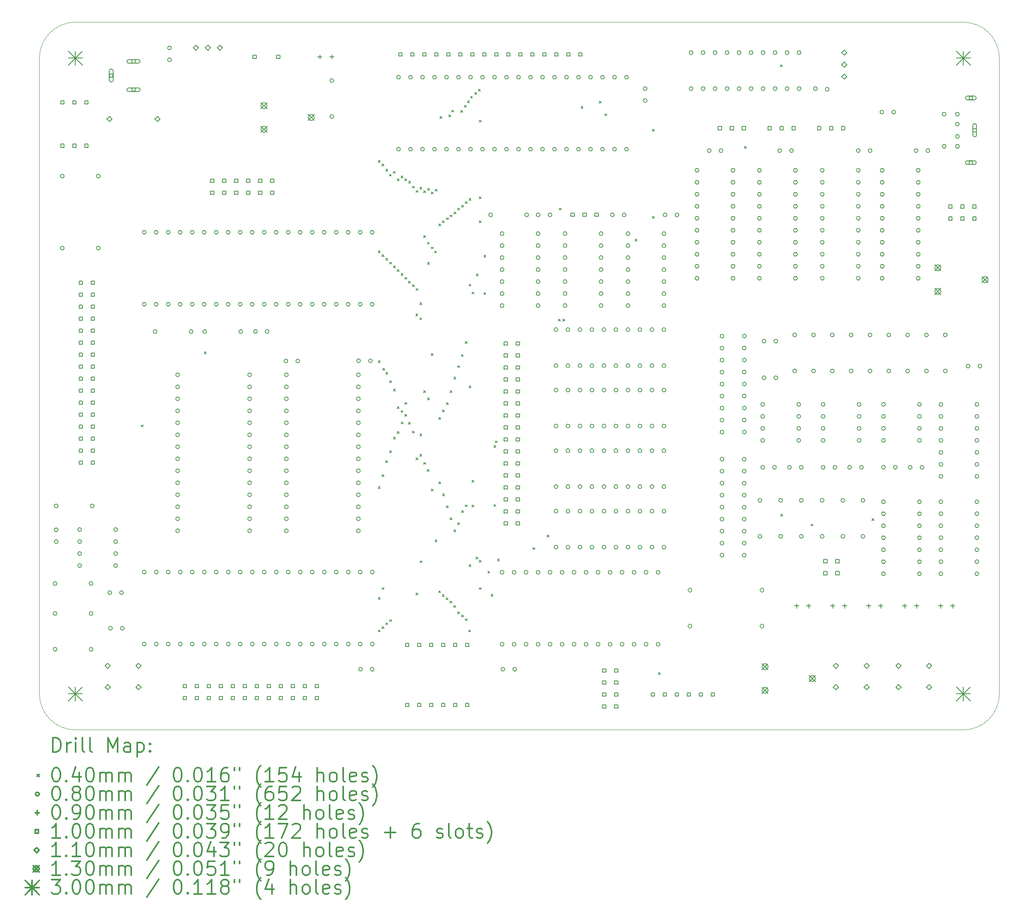
<source format=gbr>
%FSLAX45Y45*%
G04 Gerber Fmt 4.5, Leading zero omitted, Abs format (unit mm)*
G04 Created by KiCad (PCBNEW (5.1.9)-1) date 2022-11-15 19:38:30*
%MOMM*%
%LPD*%
G01*
G04 APERTURE LIST*
%TA.AperFunction,Profile*%
%ADD10C,0.050000*%
%TD*%
%ADD11C,0.200000*%
%ADD12C,0.300000*%
G04 APERTURE END LIST*
D10*
X1778000Y-16256000D02*
X1778000Y-2794000D01*
X21336000Y-17018000D02*
X2540000Y-17018000D01*
X22098000Y-2794000D02*
X22098000Y-16256000D01*
X2540000Y-2032000D02*
X21336000Y-2032000D01*
X2540000Y-17018000D02*
G75*
G02*
X1778000Y-16256000I0J762000D01*
G01*
X22098000Y-16256000D02*
G75*
G02*
X21336000Y-17018000I-762000J0D01*
G01*
X21336000Y-2032000D02*
G75*
G02*
X22098000Y-2794000I0J-762000D01*
G01*
X1778000Y-2794000D02*
G75*
G02*
X2540000Y-2032000I762000J0D01*
G01*
D11*
X3934000Y-10560000D02*
X3974000Y-10600000D01*
X3974000Y-10560000D02*
X3934000Y-10600000D01*
X5267000Y-9013000D02*
X5307000Y-9053000D01*
X5307000Y-9013000D02*
X5267000Y-9053000D01*
X8951000Y-14902000D02*
X8991000Y-14942000D01*
X8991000Y-14902000D02*
X8951000Y-14942000D01*
X8952000Y-4959000D02*
X8992000Y-4999000D01*
X8992000Y-4959000D02*
X8952000Y-4999000D01*
X8952000Y-6874000D02*
X8992000Y-6914000D01*
X8992000Y-6874000D02*
X8952000Y-6914000D01*
X8952000Y-9202000D02*
X8992000Y-9242000D01*
X8992000Y-9202000D02*
X8952000Y-9242000D01*
X8952000Y-11867000D02*
X8992000Y-11907000D01*
X8992000Y-11867000D02*
X8952000Y-11907000D01*
X8952000Y-14213000D02*
X8992000Y-14253000D01*
X8992000Y-14213000D02*
X8952000Y-14253000D01*
X9030000Y-14004000D02*
X9070000Y-14044000D01*
X9070000Y-14004000D02*
X9030000Y-14044000D01*
X9032000Y-14832000D02*
X9072000Y-14872000D01*
X9072000Y-14832000D02*
X9032000Y-14872000D01*
X9033000Y-5035000D02*
X9073000Y-5075000D01*
X9073000Y-5035000D02*
X9033000Y-5075000D01*
X9033000Y-6954000D02*
X9073000Y-6994000D01*
X9073000Y-6954000D02*
X9033000Y-6994000D01*
X9033140Y-11613860D02*
X9073140Y-11653860D01*
X9073140Y-11613860D02*
X9033140Y-11653860D01*
X9047195Y-9361861D02*
X9087195Y-9401861D01*
X9087195Y-9361861D02*
X9047195Y-9401861D01*
X9110000Y-11320000D02*
X9150000Y-11360000D01*
X9150000Y-11320000D02*
X9110000Y-11360000D01*
X9111000Y-14750000D02*
X9151000Y-14790000D01*
X9151000Y-14750000D02*
X9111000Y-14790000D01*
X9112000Y-5144000D02*
X9152000Y-5184000D01*
X9152000Y-5144000D02*
X9112000Y-5184000D01*
X9112000Y-7031000D02*
X9152000Y-7071000D01*
X9152000Y-7031000D02*
X9112000Y-7071000D01*
X9112000Y-9448000D02*
X9152000Y-9488000D01*
X9152000Y-9448000D02*
X9112000Y-9488000D01*
X9188000Y-5250000D02*
X9228000Y-5290000D01*
X9228000Y-5250000D02*
X9188000Y-5290000D01*
X9191000Y-14683000D02*
X9231000Y-14723000D01*
X9231000Y-14683000D02*
X9191000Y-14723000D01*
X9192000Y-7113000D02*
X9232000Y-7153000D01*
X9232000Y-7113000D02*
X9192000Y-7153000D01*
X9192000Y-9626000D02*
X9232000Y-9666000D01*
X9232000Y-9626000D02*
X9192000Y-9666000D01*
X9192000Y-11107000D02*
X9232000Y-11147000D01*
X9232000Y-11107000D02*
X9192000Y-11147000D01*
X9268601Y-5190304D02*
X9308601Y-5230304D01*
X9308601Y-5190304D02*
X9268601Y-5230304D01*
X9272000Y-7195000D02*
X9312000Y-7235000D01*
X9312000Y-7195000D02*
X9272000Y-7235000D01*
X9272000Y-9799000D02*
X9312000Y-9839000D01*
X9312000Y-9799000D02*
X9272000Y-9839000D01*
X9272000Y-10816000D02*
X9312000Y-10856000D01*
X9312000Y-10816000D02*
X9272000Y-10856000D01*
X9352000Y-7272000D02*
X9392000Y-7312000D01*
X9392000Y-7272000D02*
X9352000Y-7312000D01*
X9352000Y-10174000D02*
X9392000Y-10214000D01*
X9392000Y-10174000D02*
X9352000Y-10214000D01*
X9352000Y-10697000D02*
X9392000Y-10737000D01*
X9392000Y-10697000D02*
X9352000Y-10737000D01*
X9353000Y-5345000D02*
X9393000Y-5385000D01*
X9393000Y-5345000D02*
X9353000Y-5385000D01*
X9433000Y-5286000D02*
X9473000Y-5326000D01*
X9473000Y-5286000D02*
X9433000Y-5326000D01*
X9433000Y-7354000D02*
X9473000Y-7394000D01*
X9473000Y-7354000D02*
X9433000Y-7394000D01*
X9433000Y-10255000D02*
X9473000Y-10295000D01*
X9473000Y-10255000D02*
X9433000Y-10295000D01*
X9436000Y-10494000D02*
X9476000Y-10534000D01*
X9476000Y-10494000D02*
X9436000Y-10534000D01*
X9511000Y-5349000D02*
X9551000Y-5389000D01*
X9551000Y-5349000D02*
X9511000Y-5389000D01*
X9512000Y-7436000D02*
X9552000Y-7476000D01*
X9552000Y-7436000D02*
X9512000Y-7476000D01*
X9512000Y-10333000D02*
X9552000Y-10373000D01*
X9552000Y-10333000D02*
X9512000Y-10373000D01*
X9514588Y-10085205D02*
X9554588Y-10125205D01*
X9554588Y-10085205D02*
X9514588Y-10125205D01*
X9592000Y-7515000D02*
X9632000Y-7555000D01*
X9632000Y-7515000D02*
X9592000Y-7555000D01*
X9592000Y-10503000D02*
X9632000Y-10543000D01*
X9632000Y-10503000D02*
X9592000Y-10543000D01*
X9594000Y-5399000D02*
X9634000Y-5439000D01*
X9634000Y-5399000D02*
X9594000Y-5439000D01*
X9672000Y-5504000D02*
X9712000Y-5544000D01*
X9712000Y-5504000D02*
X9672000Y-5544000D01*
X9672000Y-7592000D02*
X9712000Y-7632000D01*
X9712000Y-7592000D02*
X9672000Y-7632000D01*
X9676234Y-10688439D02*
X9716234Y-10728439D01*
X9716234Y-10688439D02*
X9676234Y-10728439D01*
X9747631Y-8207139D02*
X9787631Y-8247139D01*
X9787631Y-8207139D02*
X9747631Y-8247139D01*
X9750000Y-5597000D02*
X9790000Y-5637000D01*
X9790000Y-5597000D02*
X9750000Y-5637000D01*
X9752000Y-7673000D02*
X9792000Y-7713000D01*
X9792000Y-7673000D02*
X9752000Y-7713000D01*
X9752000Y-11260000D02*
X9792000Y-11300000D01*
X9792000Y-11260000D02*
X9752000Y-11300000D01*
X9752000Y-14119000D02*
X9792000Y-14159000D01*
X9792000Y-14119000D02*
X9752000Y-14159000D01*
X9831000Y-5526000D02*
X9871000Y-5566000D01*
X9871000Y-5526000D02*
X9831000Y-5566000D01*
X9832000Y-7975000D02*
X9872000Y-8015000D01*
X9872000Y-7975000D02*
X9832000Y-8015000D01*
X9832000Y-8291000D02*
X9872000Y-8331000D01*
X9872000Y-8291000D02*
X9832000Y-8331000D01*
X9832000Y-10749000D02*
X9872000Y-10789000D01*
X9872000Y-10749000D02*
X9832000Y-10789000D01*
X9832000Y-11184000D02*
X9872000Y-11224000D01*
X9872000Y-11184000D02*
X9832000Y-11224000D01*
X9834000Y-13438861D02*
X9874000Y-13478861D01*
X9874000Y-13438861D02*
X9834000Y-13478861D01*
X9911000Y-5605000D02*
X9951000Y-5645000D01*
X9951000Y-5605000D02*
X9911000Y-5645000D01*
X9911000Y-11356000D02*
X9951000Y-11396000D01*
X9951000Y-11356000D02*
X9911000Y-11396000D01*
X9912000Y-6548000D02*
X9952000Y-6588000D01*
X9952000Y-6548000D02*
X9912000Y-6588000D01*
X9912000Y-9836000D02*
X9952000Y-9876000D01*
X9952000Y-9836000D02*
X9912000Y-9876000D01*
X9990860Y-11502140D02*
X10030860Y-11542140D01*
X10030860Y-11502140D02*
X9990860Y-11542140D01*
X9992000Y-6689000D02*
X10032000Y-6729000D01*
X10032000Y-6689000D02*
X9992000Y-6729000D01*
X9992000Y-7120000D02*
X10032000Y-7160000D01*
X10032000Y-7120000D02*
X9992000Y-7160000D01*
X9992000Y-9987000D02*
X10032000Y-10027000D01*
X10032000Y-9987000D02*
X9992000Y-10027000D01*
X9994000Y-5550000D02*
X10034000Y-5590000D01*
X10034000Y-5550000D02*
X9994000Y-5590000D01*
X10072000Y-6792000D02*
X10112000Y-6832000D01*
X10112000Y-6792000D02*
X10072000Y-6832000D01*
X10072000Y-9046000D02*
X10112000Y-9086000D01*
X10112000Y-9046000D02*
X10072000Y-9086000D01*
X10073000Y-11921000D02*
X10113000Y-11961000D01*
X10113000Y-11921000D02*
X10073000Y-11961000D01*
X10074000Y-5626112D02*
X10114000Y-5666112D01*
X10114000Y-5626112D02*
X10074000Y-5666112D01*
X10145659Y-6875341D02*
X10185659Y-6915341D01*
X10185659Y-6875341D02*
X10145659Y-6915341D01*
X10152000Y-12993000D02*
X10192000Y-13033000D01*
X10192000Y-12993000D02*
X10152000Y-13033000D01*
X10155000Y-5571000D02*
X10195000Y-5611000D01*
X10195000Y-5571000D02*
X10155000Y-5611000D01*
X10230000Y-14072000D02*
X10270000Y-14112000D01*
X10270000Y-14072000D02*
X10230000Y-14112000D01*
X10232000Y-6305000D02*
X10272000Y-6345000D01*
X10272000Y-6305000D02*
X10232000Y-6345000D01*
X10233000Y-10402861D02*
X10273000Y-10442861D01*
X10273000Y-10402861D02*
X10233000Y-10442861D01*
X10233000Y-11765000D02*
X10273000Y-11805000D01*
X10273000Y-11765000D02*
X10233000Y-11805000D01*
X10257000Y-4026000D02*
X10297000Y-4066000D01*
X10297000Y-4026000D02*
X10257000Y-4066000D01*
X10306000Y-14151000D02*
X10346000Y-14191000D01*
X10346000Y-14151000D02*
X10306000Y-14191000D01*
X10312000Y-6237000D02*
X10352000Y-6277000D01*
X10352000Y-6237000D02*
X10312000Y-6277000D01*
X10312000Y-10243000D02*
X10352000Y-10283000D01*
X10352000Y-10243000D02*
X10312000Y-10283000D01*
X10313000Y-12019000D02*
X10353000Y-12059000D01*
X10353000Y-12019000D02*
X10313000Y-12059000D01*
X10389000Y-14221000D02*
X10429000Y-14261000D01*
X10429000Y-14221000D02*
X10389000Y-14261000D01*
X10392000Y-6173000D02*
X10432000Y-6213000D01*
X10432000Y-6173000D02*
X10392000Y-6213000D01*
X10392000Y-10089000D02*
X10432000Y-10129000D01*
X10432000Y-10089000D02*
X10392000Y-10129000D01*
X10393000Y-12273000D02*
X10433000Y-12313000D01*
X10433000Y-12273000D02*
X10393000Y-12313000D01*
X10443000Y-3990550D02*
X10483000Y-4030550D01*
X10483000Y-3990550D02*
X10443000Y-4030550D01*
X10468000Y-14291000D02*
X10508000Y-14331000D01*
X10508000Y-14291000D02*
X10468000Y-14331000D01*
X10471000Y-6114000D02*
X10511000Y-6154000D01*
X10511000Y-6114000D02*
X10471000Y-6154000D01*
X10471000Y-9834000D02*
X10511000Y-9874000D01*
X10511000Y-9834000D02*
X10471000Y-9874000D01*
X10472000Y-12527000D02*
X10512000Y-12567000D01*
X10512000Y-12527000D02*
X10472000Y-12567000D01*
X10505861Y-3895308D02*
X10545861Y-3935308D01*
X10545861Y-3895308D02*
X10505861Y-3935308D01*
X10548000Y-14386000D02*
X10588000Y-14426000D01*
X10588000Y-14386000D02*
X10548000Y-14426000D01*
X10552000Y-9549000D02*
X10592000Y-9589000D01*
X10592000Y-9549000D02*
X10552000Y-9589000D01*
X10552000Y-12781000D02*
X10592000Y-12821000D01*
X10592000Y-12781000D02*
X10552000Y-12821000D01*
X10556115Y-6051139D02*
X10596115Y-6091139D01*
X10596115Y-6051139D02*
X10556115Y-6091139D01*
X10633000Y-5970000D02*
X10673000Y-6010000D01*
X10673000Y-5970000D02*
X10633000Y-6010000D01*
X10633000Y-9305000D02*
X10673000Y-9345000D01*
X10673000Y-9305000D02*
X10633000Y-9345000D01*
X10633000Y-12630000D02*
X10673000Y-12670000D01*
X10673000Y-12630000D02*
X10633000Y-12670000D01*
X10634000Y-14520000D02*
X10674000Y-14560000D01*
X10674000Y-14520000D02*
X10634000Y-14560000D01*
X10700000Y-3899000D02*
X10740000Y-3939000D01*
X10740000Y-3899000D02*
X10700000Y-3939000D01*
X10713000Y-9070000D02*
X10753000Y-9110000D01*
X10753000Y-9070000D02*
X10713000Y-9110000D01*
X10713140Y-12375860D02*
X10753140Y-12415860D01*
X10753140Y-12375860D02*
X10713140Y-12415860D01*
X10714000Y-14587000D02*
X10754000Y-14627000D01*
X10754000Y-14587000D02*
X10714000Y-14627000D01*
X10715871Y-5906134D02*
X10755871Y-5946134D01*
X10755871Y-5906134D02*
X10715871Y-5946134D01*
X10775000Y-3791000D02*
X10815000Y-3831000D01*
X10815000Y-3791000D02*
X10775000Y-3831000D01*
X10791000Y-8793000D02*
X10831000Y-8833000D01*
X10831000Y-8793000D02*
X10791000Y-8833000D01*
X10792000Y-5830000D02*
X10832000Y-5870000D01*
X10832000Y-5830000D02*
X10792000Y-5870000D01*
X10792000Y-12253000D02*
X10832000Y-12293000D01*
X10832000Y-12253000D02*
X10792000Y-12293000D01*
X10794000Y-14666000D02*
X10834000Y-14706000D01*
X10834000Y-14666000D02*
X10794000Y-14706000D01*
X10840000Y-3694000D02*
X10880000Y-3734000D01*
X10880000Y-3694000D02*
X10840000Y-3734000D01*
X10864497Y-14903497D02*
X10904497Y-14943497D01*
X10904497Y-14903497D02*
X10864497Y-14943497D01*
X10872000Y-5765344D02*
X10912000Y-5805344D01*
X10912000Y-5765344D02*
X10872000Y-5805344D01*
X10872000Y-7578861D02*
X10912000Y-7618861D01*
X10912000Y-7578861D02*
X10872000Y-7618861D01*
X10872000Y-9736000D02*
X10912000Y-9776000D01*
X10912000Y-9736000D02*
X10872000Y-9776000D01*
X10872000Y-13515342D02*
X10912000Y-13555342D01*
X10912000Y-13515342D02*
X10872000Y-13555342D01*
X10907000Y-3600000D02*
X10947000Y-3640000D01*
X10947000Y-3600000D02*
X10907000Y-3640000D01*
X10934861Y-7748000D02*
X10974861Y-7788000D01*
X10974861Y-7748000D02*
X10934861Y-7788000D01*
X10934861Y-11734861D02*
X10974861Y-11774861D01*
X10974861Y-11734861D02*
X10934861Y-11774861D01*
X10936000Y-12255000D02*
X10976000Y-12295000D01*
X10976000Y-12255000D02*
X10936000Y-12295000D01*
X10997000Y-3517000D02*
X11037000Y-3557000D01*
X11037000Y-3517000D02*
X10997000Y-3557000D01*
X11023001Y-13356861D02*
X11063001Y-13396861D01*
X11063001Y-13356861D02*
X11023001Y-13396861D01*
X11026000Y-7363000D02*
X11066000Y-7403000D01*
X11066000Y-7363000D02*
X11026000Y-7403000D01*
X11071000Y-3448861D02*
X11111000Y-3488861D01*
X11111000Y-3448861D02*
X11071000Y-3488861D01*
X11086000Y-4108000D02*
X11126000Y-4148000D01*
X11126000Y-4108000D02*
X11086000Y-4148000D01*
X11088882Y-5729483D02*
X11128882Y-5769483D01*
X11128882Y-5729483D02*
X11088882Y-5769483D01*
X11089000Y-6235000D02*
X11129000Y-6275000D01*
X11129000Y-6235000D02*
X11089000Y-6275000D01*
X11089000Y-14005000D02*
X11129000Y-14045000D01*
X11129000Y-14005000D02*
X11089000Y-14045000D01*
X11090773Y-13423777D02*
X11130773Y-13463777D01*
X11130773Y-13423777D02*
X11090773Y-13463777D01*
X11185000Y-7757000D02*
X11225000Y-7797000D01*
X11225000Y-7757000D02*
X11185000Y-7797000D01*
X11187000Y-6965000D02*
X11227000Y-7005000D01*
X11227000Y-6965000D02*
X11187000Y-7005000D01*
X11270000Y-13657000D02*
X11310000Y-13697000D01*
X11310000Y-13657000D02*
X11270000Y-13697000D01*
X11338000Y-14142000D02*
X11378000Y-14182000D01*
X11378000Y-14142000D02*
X11338000Y-14182000D01*
X11398208Y-10998099D02*
X11438208Y-11038099D01*
X11438208Y-10998099D02*
X11398208Y-11038099D01*
X11398208Y-12243792D02*
X11438208Y-12283792D01*
X11438208Y-12243792D02*
X11398208Y-12283792D01*
X11427050Y-10896950D02*
X11467050Y-10936950D01*
X11467050Y-10896950D02*
X11427050Y-10936950D01*
X11473000Y-13397861D02*
X11513000Y-13437861D01*
X11513000Y-13397861D02*
X11473000Y-13437861D01*
X12223000Y-13158000D02*
X12263000Y-13198000D01*
X12263000Y-13158000D02*
X12223000Y-13198000D01*
X12530000Y-12892000D02*
X12570000Y-12932000D01*
X12570000Y-12892000D02*
X12530000Y-12932000D01*
X12763759Y-8319952D02*
X12803759Y-8359952D01*
X12803759Y-8319952D02*
X12763759Y-8359952D01*
X12779000Y-5970000D02*
X12819000Y-6010000D01*
X12819000Y-5970000D02*
X12779000Y-6010000D01*
X12859000Y-8319000D02*
X12899000Y-8359000D01*
X12899000Y-8319000D02*
X12859000Y-8359000D01*
X13244000Y-3817000D02*
X13284000Y-3857000D01*
X13284000Y-3817000D02*
X13244000Y-3857000D01*
X13627861Y-3707000D02*
X13667861Y-3747000D01*
X13667861Y-3707000D02*
X13627861Y-3747000D01*
X13750139Y-3972000D02*
X13790139Y-4012000D01*
X13790139Y-3972000D02*
X13750139Y-4012000D01*
X14386139Y-6625000D02*
X14426139Y-6665000D01*
X14426139Y-6625000D02*
X14386139Y-6665000D01*
X14751739Y-4298261D02*
X14791739Y-4338261D01*
X14791739Y-4298261D02*
X14751739Y-4338261D01*
X14756500Y-6142500D02*
X14796500Y-6182500D01*
X14796500Y-6142500D02*
X14756500Y-6182500D01*
X14884000Y-15805000D02*
X14924000Y-15845000D01*
X14924000Y-15805000D02*
X14884000Y-15845000D01*
X16704000Y-4663000D02*
X16744000Y-4703000D01*
X16744000Y-4663000D02*
X16704000Y-4703000D01*
X17465880Y-2934880D02*
X17505880Y-2974880D01*
X17505880Y-2934880D02*
X17465880Y-2974880D01*
X17475000Y-12452000D02*
X17515000Y-12492000D01*
X17515000Y-12452000D02*
X17475000Y-12492000D01*
X18112000Y-12660000D02*
X18152000Y-12700000D01*
X18152000Y-12660000D02*
X18112000Y-12700000D01*
X19405500Y-12544500D02*
X19445500Y-12584500D01*
X19445500Y-12544500D02*
X19405500Y-12584500D01*
X2149000Y-13918000D02*
G75*
G03*
X2149000Y-13918000I-40000J0D01*
G01*
X2150000Y-14553000D02*
G75*
G03*
X2150000Y-14553000I-40000J0D01*
G01*
X2150000Y-15311000D02*
G75*
G03*
X2150000Y-15311000I-40000J0D01*
G01*
X2175000Y-12275000D02*
G75*
G03*
X2175000Y-12275000I-40000J0D01*
G01*
X2175000Y-12781000D02*
G75*
G03*
X2175000Y-12781000I-40000J0D01*
G01*
X2175000Y-13031000D02*
G75*
G03*
X2175000Y-13031000I-40000J0D01*
G01*
X2303000Y-5292000D02*
G75*
G03*
X2303000Y-5292000I-40000J0D01*
G01*
X2303000Y-6816000D02*
G75*
G03*
X2303000Y-6816000I-40000J0D01*
G01*
X2670000Y-12777000D02*
G75*
G03*
X2670000Y-12777000I-40000J0D01*
G01*
X2670000Y-13031000D02*
G75*
G03*
X2670000Y-13031000I-40000J0D01*
G01*
X2670000Y-13285000D02*
G75*
G03*
X2670000Y-13285000I-40000J0D01*
G01*
X2670000Y-13539000D02*
G75*
G03*
X2670000Y-13539000I-40000J0D01*
G01*
X2911000Y-13918000D02*
G75*
G03*
X2911000Y-13918000I-40000J0D01*
G01*
X2912000Y-14553000D02*
G75*
G03*
X2912000Y-14553000I-40000J0D01*
G01*
X2912000Y-15311000D02*
G75*
G03*
X2912000Y-15311000I-40000J0D01*
G01*
X2937000Y-12275000D02*
G75*
G03*
X2937000Y-12275000I-40000J0D01*
G01*
X3065000Y-5292000D02*
G75*
G03*
X3065000Y-5292000I-40000J0D01*
G01*
X3065000Y-6816000D02*
G75*
G03*
X3065000Y-6816000I-40000J0D01*
G01*
X3307000Y-14112000D02*
G75*
G03*
X3307000Y-14112000I-40000J0D01*
G01*
X3323000Y-14866000D02*
G75*
G03*
X3323000Y-14866000I-40000J0D01*
G01*
X3432000Y-12777000D02*
G75*
G03*
X3432000Y-12777000I-40000J0D01*
G01*
X3432000Y-13031000D02*
G75*
G03*
X3432000Y-13031000I-40000J0D01*
G01*
X3432000Y-13285000D02*
G75*
G03*
X3432000Y-13285000I-40000J0D01*
G01*
X3432000Y-13539000D02*
G75*
G03*
X3432000Y-13539000I-40000J0D01*
G01*
X3557000Y-14112000D02*
G75*
G03*
X3557000Y-14112000I-40000J0D01*
G01*
X3573000Y-14866000D02*
G75*
G03*
X3573000Y-14866000I-40000J0D01*
G01*
X4038000Y-6481000D02*
G75*
G03*
X4038000Y-6481000I-40000J0D01*
G01*
X4038000Y-8005000D02*
G75*
G03*
X4038000Y-8005000I-40000J0D01*
G01*
X4038000Y-13677000D02*
G75*
G03*
X4038000Y-13677000I-40000J0D01*
G01*
X4038000Y-15201000D02*
G75*
G03*
X4038000Y-15201000I-40000J0D01*
G01*
X4269000Y-8582000D02*
G75*
G03*
X4269000Y-8582000I-40000J0D01*
G01*
X4292000Y-6481000D02*
G75*
G03*
X4292000Y-6481000I-40000J0D01*
G01*
X4292000Y-8005000D02*
G75*
G03*
X4292000Y-8005000I-40000J0D01*
G01*
X4292000Y-13677000D02*
G75*
G03*
X4292000Y-13677000I-40000J0D01*
G01*
X4292000Y-15201000D02*
G75*
G03*
X4292000Y-15201000I-40000J0D01*
G01*
X4546000Y-6481000D02*
G75*
G03*
X4546000Y-6481000I-40000J0D01*
G01*
X4546000Y-8005000D02*
G75*
G03*
X4546000Y-8005000I-40000J0D01*
G01*
X4546000Y-13677000D02*
G75*
G03*
X4546000Y-13677000I-40000J0D01*
G01*
X4546000Y-15201000D02*
G75*
G03*
X4546000Y-15201000I-40000J0D01*
G01*
X4572000Y-2576500D02*
G75*
G03*
X4572000Y-2576500I-40000J0D01*
G01*
X4572000Y-2826500D02*
G75*
G03*
X4572000Y-2826500I-40000J0D01*
G01*
X4744000Y-9499000D02*
G75*
G03*
X4744000Y-9499000I-40000J0D01*
G01*
X4744000Y-9753000D02*
G75*
G03*
X4744000Y-9753000I-40000J0D01*
G01*
X4744000Y-10007000D02*
G75*
G03*
X4744000Y-10007000I-40000J0D01*
G01*
X4744000Y-10261000D02*
G75*
G03*
X4744000Y-10261000I-40000J0D01*
G01*
X4744000Y-10515000D02*
G75*
G03*
X4744000Y-10515000I-40000J0D01*
G01*
X4744000Y-10769000D02*
G75*
G03*
X4744000Y-10769000I-40000J0D01*
G01*
X4744000Y-11023000D02*
G75*
G03*
X4744000Y-11023000I-40000J0D01*
G01*
X4744000Y-11277000D02*
G75*
G03*
X4744000Y-11277000I-40000J0D01*
G01*
X4744000Y-11531000D02*
G75*
G03*
X4744000Y-11531000I-40000J0D01*
G01*
X4744000Y-11785000D02*
G75*
G03*
X4744000Y-11785000I-40000J0D01*
G01*
X4744000Y-12039000D02*
G75*
G03*
X4744000Y-12039000I-40000J0D01*
G01*
X4744000Y-12293000D02*
G75*
G03*
X4744000Y-12293000I-40000J0D01*
G01*
X4744000Y-12547000D02*
G75*
G03*
X4744000Y-12547000I-40000J0D01*
G01*
X4744000Y-12801000D02*
G75*
G03*
X4744000Y-12801000I-40000J0D01*
G01*
X4800000Y-6481000D02*
G75*
G03*
X4800000Y-6481000I-40000J0D01*
G01*
X4800000Y-8005000D02*
G75*
G03*
X4800000Y-8005000I-40000J0D01*
G01*
X4800000Y-13677000D02*
G75*
G03*
X4800000Y-13677000I-40000J0D01*
G01*
X4800000Y-15201000D02*
G75*
G03*
X4800000Y-15201000I-40000J0D01*
G01*
X5031000Y-8582000D02*
G75*
G03*
X5031000Y-8582000I-40000J0D01*
G01*
X5054000Y-6481000D02*
G75*
G03*
X5054000Y-6481000I-40000J0D01*
G01*
X5054000Y-8005000D02*
G75*
G03*
X5054000Y-8005000I-40000J0D01*
G01*
X5054000Y-13677000D02*
G75*
G03*
X5054000Y-13677000I-40000J0D01*
G01*
X5054000Y-15201000D02*
G75*
G03*
X5054000Y-15201000I-40000J0D01*
G01*
X5308000Y-6481000D02*
G75*
G03*
X5308000Y-6481000I-40000J0D01*
G01*
X5308000Y-8005000D02*
G75*
G03*
X5308000Y-8005000I-40000J0D01*
G01*
X5308000Y-13677000D02*
G75*
G03*
X5308000Y-13677000I-40000J0D01*
G01*
X5308000Y-15201000D02*
G75*
G03*
X5308000Y-15201000I-40000J0D01*
G01*
X5318000Y-8582000D02*
G75*
G03*
X5318000Y-8582000I-40000J0D01*
G01*
X5562000Y-6481000D02*
G75*
G03*
X5562000Y-6481000I-40000J0D01*
G01*
X5562000Y-8005000D02*
G75*
G03*
X5562000Y-8005000I-40000J0D01*
G01*
X5562000Y-13677000D02*
G75*
G03*
X5562000Y-13677000I-40000J0D01*
G01*
X5562000Y-15201000D02*
G75*
G03*
X5562000Y-15201000I-40000J0D01*
G01*
X5816000Y-6481000D02*
G75*
G03*
X5816000Y-6481000I-40000J0D01*
G01*
X5816000Y-8005000D02*
G75*
G03*
X5816000Y-8005000I-40000J0D01*
G01*
X5816000Y-13677000D02*
G75*
G03*
X5816000Y-13677000I-40000J0D01*
G01*
X5816000Y-15201000D02*
G75*
G03*
X5816000Y-15201000I-40000J0D01*
G01*
X6070000Y-6481000D02*
G75*
G03*
X6070000Y-6481000I-40000J0D01*
G01*
X6070000Y-8005000D02*
G75*
G03*
X6070000Y-8005000I-40000J0D01*
G01*
X6070000Y-13677000D02*
G75*
G03*
X6070000Y-13677000I-40000J0D01*
G01*
X6070000Y-15201000D02*
G75*
G03*
X6070000Y-15201000I-40000J0D01*
G01*
X6080000Y-8582000D02*
G75*
G03*
X6080000Y-8582000I-40000J0D01*
G01*
X6268000Y-9499000D02*
G75*
G03*
X6268000Y-9499000I-40000J0D01*
G01*
X6268000Y-9753000D02*
G75*
G03*
X6268000Y-9753000I-40000J0D01*
G01*
X6268000Y-10007000D02*
G75*
G03*
X6268000Y-10007000I-40000J0D01*
G01*
X6268000Y-10261000D02*
G75*
G03*
X6268000Y-10261000I-40000J0D01*
G01*
X6268000Y-10515000D02*
G75*
G03*
X6268000Y-10515000I-40000J0D01*
G01*
X6268000Y-10769000D02*
G75*
G03*
X6268000Y-10769000I-40000J0D01*
G01*
X6268000Y-11023000D02*
G75*
G03*
X6268000Y-11023000I-40000J0D01*
G01*
X6268000Y-11277000D02*
G75*
G03*
X6268000Y-11277000I-40000J0D01*
G01*
X6268000Y-11531000D02*
G75*
G03*
X6268000Y-11531000I-40000J0D01*
G01*
X6268000Y-11785000D02*
G75*
G03*
X6268000Y-11785000I-40000J0D01*
G01*
X6268000Y-12039000D02*
G75*
G03*
X6268000Y-12039000I-40000J0D01*
G01*
X6268000Y-12293000D02*
G75*
G03*
X6268000Y-12293000I-40000J0D01*
G01*
X6268000Y-12547000D02*
G75*
G03*
X6268000Y-12547000I-40000J0D01*
G01*
X6268000Y-12801000D02*
G75*
G03*
X6268000Y-12801000I-40000J0D01*
G01*
X6324000Y-6481000D02*
G75*
G03*
X6324000Y-6481000I-40000J0D01*
G01*
X6324000Y-8005000D02*
G75*
G03*
X6324000Y-8005000I-40000J0D01*
G01*
X6324000Y-13677000D02*
G75*
G03*
X6324000Y-13677000I-40000J0D01*
G01*
X6324000Y-15201000D02*
G75*
G03*
X6324000Y-15201000I-40000J0D01*
G01*
X6390000Y-8581000D02*
G75*
G03*
X6390000Y-8581000I-40000J0D01*
G01*
X6578000Y-6481000D02*
G75*
G03*
X6578000Y-6481000I-40000J0D01*
G01*
X6578000Y-8005000D02*
G75*
G03*
X6578000Y-8005000I-40000J0D01*
G01*
X6578000Y-13677000D02*
G75*
G03*
X6578000Y-13677000I-40000J0D01*
G01*
X6578000Y-15201000D02*
G75*
G03*
X6578000Y-15201000I-40000J0D01*
G01*
X6640000Y-8581000D02*
G75*
G03*
X6640000Y-8581000I-40000J0D01*
G01*
X6832000Y-6481000D02*
G75*
G03*
X6832000Y-6481000I-40000J0D01*
G01*
X6832000Y-8005000D02*
G75*
G03*
X6832000Y-8005000I-40000J0D01*
G01*
X6832000Y-13677000D02*
G75*
G03*
X6832000Y-13677000I-40000J0D01*
G01*
X6832000Y-15201000D02*
G75*
G03*
X6832000Y-15201000I-40000J0D01*
G01*
X7037000Y-9206000D02*
G75*
G03*
X7037000Y-9206000I-40000J0D01*
G01*
X7046000Y-9499000D02*
G75*
G03*
X7046000Y-9499000I-40000J0D01*
G01*
X7046000Y-9753000D02*
G75*
G03*
X7046000Y-9753000I-40000J0D01*
G01*
X7046000Y-10007000D02*
G75*
G03*
X7046000Y-10007000I-40000J0D01*
G01*
X7046000Y-10261000D02*
G75*
G03*
X7046000Y-10261000I-40000J0D01*
G01*
X7046000Y-10515000D02*
G75*
G03*
X7046000Y-10515000I-40000J0D01*
G01*
X7046000Y-10769000D02*
G75*
G03*
X7046000Y-10769000I-40000J0D01*
G01*
X7046000Y-11023000D02*
G75*
G03*
X7046000Y-11023000I-40000J0D01*
G01*
X7046000Y-11277000D02*
G75*
G03*
X7046000Y-11277000I-40000J0D01*
G01*
X7046000Y-11531000D02*
G75*
G03*
X7046000Y-11531000I-40000J0D01*
G01*
X7046000Y-11785000D02*
G75*
G03*
X7046000Y-11785000I-40000J0D01*
G01*
X7046000Y-12039000D02*
G75*
G03*
X7046000Y-12039000I-40000J0D01*
G01*
X7046000Y-12293000D02*
G75*
G03*
X7046000Y-12293000I-40000J0D01*
G01*
X7046000Y-12547000D02*
G75*
G03*
X7046000Y-12547000I-40000J0D01*
G01*
X7046000Y-12801000D02*
G75*
G03*
X7046000Y-12801000I-40000J0D01*
G01*
X7086000Y-6481000D02*
G75*
G03*
X7086000Y-6481000I-40000J0D01*
G01*
X7086000Y-8005000D02*
G75*
G03*
X7086000Y-8005000I-40000J0D01*
G01*
X7086000Y-13677000D02*
G75*
G03*
X7086000Y-13677000I-40000J0D01*
G01*
X7086000Y-15201000D02*
G75*
G03*
X7086000Y-15201000I-40000J0D01*
G01*
X7287000Y-9206000D02*
G75*
G03*
X7287000Y-9206000I-40000J0D01*
G01*
X7340000Y-6481000D02*
G75*
G03*
X7340000Y-6481000I-40000J0D01*
G01*
X7340000Y-8005000D02*
G75*
G03*
X7340000Y-8005000I-40000J0D01*
G01*
X7340000Y-13677000D02*
G75*
G03*
X7340000Y-13677000I-40000J0D01*
G01*
X7340000Y-15201000D02*
G75*
G03*
X7340000Y-15201000I-40000J0D01*
G01*
X7594000Y-6481000D02*
G75*
G03*
X7594000Y-6481000I-40000J0D01*
G01*
X7594000Y-8005000D02*
G75*
G03*
X7594000Y-8005000I-40000J0D01*
G01*
X7594000Y-13677000D02*
G75*
G03*
X7594000Y-13677000I-40000J0D01*
G01*
X7594000Y-15201000D02*
G75*
G03*
X7594000Y-15201000I-40000J0D01*
G01*
X7848000Y-6481000D02*
G75*
G03*
X7848000Y-6481000I-40000J0D01*
G01*
X7848000Y-8005000D02*
G75*
G03*
X7848000Y-8005000I-40000J0D01*
G01*
X7848000Y-13677000D02*
G75*
G03*
X7848000Y-13677000I-40000J0D01*
G01*
X7848000Y-15201000D02*
G75*
G03*
X7848000Y-15201000I-40000J0D01*
G01*
X8007000Y-3268000D02*
G75*
G03*
X8007000Y-3268000I-40000J0D01*
G01*
X8007000Y-4030000D02*
G75*
G03*
X8007000Y-4030000I-40000J0D01*
G01*
X8102000Y-6481000D02*
G75*
G03*
X8102000Y-6481000I-40000J0D01*
G01*
X8102000Y-8005000D02*
G75*
G03*
X8102000Y-8005000I-40000J0D01*
G01*
X8102000Y-13677000D02*
G75*
G03*
X8102000Y-13677000I-40000J0D01*
G01*
X8102000Y-15201000D02*
G75*
G03*
X8102000Y-15201000I-40000J0D01*
G01*
X8356000Y-6481000D02*
G75*
G03*
X8356000Y-6481000I-40000J0D01*
G01*
X8356000Y-8005000D02*
G75*
G03*
X8356000Y-8005000I-40000J0D01*
G01*
X8356000Y-13677000D02*
G75*
G03*
X8356000Y-13677000I-40000J0D01*
G01*
X8356000Y-15201000D02*
G75*
G03*
X8356000Y-15201000I-40000J0D01*
G01*
X8570000Y-9499000D02*
G75*
G03*
X8570000Y-9499000I-40000J0D01*
G01*
X8570000Y-9753000D02*
G75*
G03*
X8570000Y-9753000I-40000J0D01*
G01*
X8570000Y-10007000D02*
G75*
G03*
X8570000Y-10007000I-40000J0D01*
G01*
X8570000Y-10261000D02*
G75*
G03*
X8570000Y-10261000I-40000J0D01*
G01*
X8570000Y-10515000D02*
G75*
G03*
X8570000Y-10515000I-40000J0D01*
G01*
X8570000Y-10769000D02*
G75*
G03*
X8570000Y-10769000I-40000J0D01*
G01*
X8570000Y-11023000D02*
G75*
G03*
X8570000Y-11023000I-40000J0D01*
G01*
X8570000Y-11277000D02*
G75*
G03*
X8570000Y-11277000I-40000J0D01*
G01*
X8570000Y-11531000D02*
G75*
G03*
X8570000Y-11531000I-40000J0D01*
G01*
X8570000Y-11785000D02*
G75*
G03*
X8570000Y-11785000I-40000J0D01*
G01*
X8570000Y-12039000D02*
G75*
G03*
X8570000Y-12039000I-40000J0D01*
G01*
X8570000Y-12293000D02*
G75*
G03*
X8570000Y-12293000I-40000J0D01*
G01*
X8570000Y-12547000D02*
G75*
G03*
X8570000Y-12547000I-40000J0D01*
G01*
X8570000Y-12801000D02*
G75*
G03*
X8570000Y-12801000I-40000J0D01*
G01*
X8575000Y-9202000D02*
G75*
G03*
X8575000Y-9202000I-40000J0D01*
G01*
X8610000Y-6481000D02*
G75*
G03*
X8610000Y-6481000I-40000J0D01*
G01*
X8610000Y-8005000D02*
G75*
G03*
X8610000Y-8005000I-40000J0D01*
G01*
X8610000Y-13677000D02*
G75*
G03*
X8610000Y-13677000I-40000J0D01*
G01*
X8610000Y-15201000D02*
G75*
G03*
X8610000Y-15201000I-40000J0D01*
G01*
X8614000Y-15734000D02*
G75*
G03*
X8614000Y-15734000I-40000J0D01*
G01*
X8825000Y-9202000D02*
G75*
G03*
X8825000Y-9202000I-40000J0D01*
G01*
X8864000Y-6481000D02*
G75*
G03*
X8864000Y-6481000I-40000J0D01*
G01*
X8864000Y-8005000D02*
G75*
G03*
X8864000Y-8005000I-40000J0D01*
G01*
X8864000Y-13677000D02*
G75*
G03*
X8864000Y-13677000I-40000J0D01*
G01*
X8864000Y-15201000D02*
G75*
G03*
X8864000Y-15201000I-40000J0D01*
G01*
X8864000Y-15734000D02*
G75*
G03*
X8864000Y-15734000I-40000J0D01*
G01*
X9420000Y-3197000D02*
G75*
G03*
X9420000Y-3197000I-40000J0D01*
G01*
X9420000Y-4721000D02*
G75*
G03*
X9420000Y-4721000I-40000J0D01*
G01*
X9674000Y-3197000D02*
G75*
G03*
X9674000Y-3197000I-40000J0D01*
G01*
X9674000Y-4721000D02*
G75*
G03*
X9674000Y-4721000I-40000J0D01*
G01*
X9928000Y-3197000D02*
G75*
G03*
X9928000Y-3197000I-40000J0D01*
G01*
X9928000Y-4721000D02*
G75*
G03*
X9928000Y-4721000I-40000J0D01*
G01*
X10182000Y-3197000D02*
G75*
G03*
X10182000Y-3197000I-40000J0D01*
G01*
X10182000Y-4721000D02*
G75*
G03*
X10182000Y-4721000I-40000J0D01*
G01*
X10436000Y-3197000D02*
G75*
G03*
X10436000Y-3197000I-40000J0D01*
G01*
X10436000Y-4721000D02*
G75*
G03*
X10436000Y-4721000I-40000J0D01*
G01*
X10690000Y-3197000D02*
G75*
G03*
X10690000Y-3197000I-40000J0D01*
G01*
X10690000Y-4721000D02*
G75*
G03*
X10690000Y-4721000I-40000J0D01*
G01*
X10944000Y-3197000D02*
G75*
G03*
X10944000Y-3197000I-40000J0D01*
G01*
X10944000Y-4721000D02*
G75*
G03*
X10944000Y-4721000I-40000J0D01*
G01*
X11198000Y-3197000D02*
G75*
G03*
X11198000Y-3197000I-40000J0D01*
G01*
X11198000Y-4721000D02*
G75*
G03*
X11198000Y-4721000I-40000J0D01*
G01*
X11370000Y-6111000D02*
G75*
G03*
X11370000Y-6111000I-40000J0D01*
G01*
X11452000Y-3197000D02*
G75*
G03*
X11452000Y-3197000I-40000J0D01*
G01*
X11452000Y-4721000D02*
G75*
G03*
X11452000Y-4721000I-40000J0D01*
G01*
X11612000Y-6508000D02*
G75*
G03*
X11612000Y-6508000I-40000J0D01*
G01*
X11612000Y-6762000D02*
G75*
G03*
X11612000Y-6762000I-40000J0D01*
G01*
X11612000Y-7016000D02*
G75*
G03*
X11612000Y-7016000I-40000J0D01*
G01*
X11612000Y-7270000D02*
G75*
G03*
X11612000Y-7270000I-40000J0D01*
G01*
X11612000Y-7524000D02*
G75*
G03*
X11612000Y-7524000I-40000J0D01*
G01*
X11612000Y-7778000D02*
G75*
G03*
X11612000Y-7778000I-40000J0D01*
G01*
X11612000Y-8032000D02*
G75*
G03*
X11612000Y-8032000I-40000J0D01*
G01*
X11612000Y-13681000D02*
G75*
G03*
X11612000Y-13681000I-40000J0D01*
G01*
X11612000Y-15205000D02*
G75*
G03*
X11612000Y-15205000I-40000J0D01*
G01*
X11628000Y-15734000D02*
G75*
G03*
X11628000Y-15734000I-40000J0D01*
G01*
X11706000Y-3197000D02*
G75*
G03*
X11706000Y-3197000I-40000J0D01*
G01*
X11706000Y-4721000D02*
G75*
G03*
X11706000Y-4721000I-40000J0D01*
G01*
X11866000Y-13681000D02*
G75*
G03*
X11866000Y-13681000I-40000J0D01*
G01*
X11866000Y-15205000D02*
G75*
G03*
X11866000Y-15205000I-40000J0D01*
G01*
X11878000Y-15734000D02*
G75*
G03*
X11878000Y-15734000I-40000J0D01*
G01*
X11960000Y-3197000D02*
G75*
G03*
X11960000Y-3197000I-40000J0D01*
G01*
X11960000Y-4721000D02*
G75*
G03*
X11960000Y-4721000I-40000J0D01*
G01*
X12120000Y-13681000D02*
G75*
G03*
X12120000Y-13681000I-40000J0D01*
G01*
X12120000Y-15205000D02*
G75*
G03*
X12120000Y-15205000I-40000J0D01*
G01*
X12132000Y-6111000D02*
G75*
G03*
X12132000Y-6111000I-40000J0D01*
G01*
X12214000Y-3197000D02*
G75*
G03*
X12214000Y-3197000I-40000J0D01*
G01*
X12214000Y-4721000D02*
G75*
G03*
X12214000Y-4721000I-40000J0D01*
G01*
X12374000Y-6508000D02*
G75*
G03*
X12374000Y-6508000I-40000J0D01*
G01*
X12374000Y-6762000D02*
G75*
G03*
X12374000Y-6762000I-40000J0D01*
G01*
X12374000Y-7016000D02*
G75*
G03*
X12374000Y-7016000I-40000J0D01*
G01*
X12374000Y-7270000D02*
G75*
G03*
X12374000Y-7270000I-40000J0D01*
G01*
X12374000Y-7524000D02*
G75*
G03*
X12374000Y-7524000I-40000J0D01*
G01*
X12374000Y-7778000D02*
G75*
G03*
X12374000Y-7778000I-40000J0D01*
G01*
X12374000Y-8032000D02*
G75*
G03*
X12374000Y-8032000I-40000J0D01*
G01*
X12374000Y-13681000D02*
G75*
G03*
X12374000Y-13681000I-40000J0D01*
G01*
X12374000Y-15205000D02*
G75*
G03*
X12374000Y-15205000I-40000J0D01*
G01*
X12376000Y-6111000D02*
G75*
G03*
X12376000Y-6111000I-40000J0D01*
G01*
X12468000Y-3197000D02*
G75*
G03*
X12468000Y-3197000I-40000J0D01*
G01*
X12468000Y-4721000D02*
G75*
G03*
X12468000Y-4721000I-40000J0D01*
G01*
X12626000Y-6111000D02*
G75*
G03*
X12626000Y-6111000I-40000J0D01*
G01*
X12628000Y-13681000D02*
G75*
G03*
X12628000Y-13681000I-40000J0D01*
G01*
X12628000Y-15205000D02*
G75*
G03*
X12628000Y-15205000I-40000J0D01*
G01*
X12722000Y-3197000D02*
G75*
G03*
X12722000Y-3197000I-40000J0D01*
G01*
X12722000Y-4721000D02*
G75*
G03*
X12722000Y-4721000I-40000J0D01*
G01*
X12752000Y-8541000D02*
G75*
G03*
X12752000Y-8541000I-40000J0D01*
G01*
X12752000Y-9303000D02*
G75*
G03*
X12752000Y-9303000I-40000J0D01*
G01*
X12752000Y-9822667D02*
G75*
G03*
X12752000Y-9822667I-40000J0D01*
G01*
X12752000Y-10584667D02*
G75*
G03*
X12752000Y-10584667I-40000J0D01*
G01*
X12752000Y-11104333D02*
G75*
G03*
X12752000Y-11104333I-40000J0D01*
G01*
X12752000Y-11866333D02*
G75*
G03*
X12752000Y-11866333I-40000J0D01*
G01*
X12752000Y-12386000D02*
G75*
G03*
X12752000Y-12386000I-40000J0D01*
G01*
X12752000Y-13148000D02*
G75*
G03*
X12752000Y-13148000I-40000J0D01*
G01*
X12882000Y-13681000D02*
G75*
G03*
X12882000Y-13681000I-40000J0D01*
G01*
X12882000Y-15205000D02*
G75*
G03*
X12882000Y-15205000I-40000J0D01*
G01*
X12944000Y-6508000D02*
G75*
G03*
X12944000Y-6508000I-40000J0D01*
G01*
X12944000Y-6762000D02*
G75*
G03*
X12944000Y-6762000I-40000J0D01*
G01*
X12944000Y-7016000D02*
G75*
G03*
X12944000Y-7016000I-40000J0D01*
G01*
X12944000Y-7270000D02*
G75*
G03*
X12944000Y-7270000I-40000J0D01*
G01*
X12944000Y-7524000D02*
G75*
G03*
X12944000Y-7524000I-40000J0D01*
G01*
X12944000Y-7778000D02*
G75*
G03*
X12944000Y-7778000I-40000J0D01*
G01*
X12944000Y-8032000D02*
G75*
G03*
X12944000Y-8032000I-40000J0D01*
G01*
X12976000Y-3197000D02*
G75*
G03*
X12976000Y-3197000I-40000J0D01*
G01*
X12976000Y-4721000D02*
G75*
G03*
X12976000Y-4721000I-40000J0D01*
G01*
X13006000Y-8541000D02*
G75*
G03*
X13006000Y-8541000I-40000J0D01*
G01*
X13006000Y-9303000D02*
G75*
G03*
X13006000Y-9303000I-40000J0D01*
G01*
X13006000Y-9822667D02*
G75*
G03*
X13006000Y-9822667I-40000J0D01*
G01*
X13006000Y-10584667D02*
G75*
G03*
X13006000Y-10584667I-40000J0D01*
G01*
X13006000Y-11104333D02*
G75*
G03*
X13006000Y-11104333I-40000J0D01*
G01*
X13006000Y-11866333D02*
G75*
G03*
X13006000Y-11866333I-40000J0D01*
G01*
X13006000Y-12386000D02*
G75*
G03*
X13006000Y-12386000I-40000J0D01*
G01*
X13006000Y-13148000D02*
G75*
G03*
X13006000Y-13148000I-40000J0D01*
G01*
X13136000Y-13681000D02*
G75*
G03*
X13136000Y-13681000I-40000J0D01*
G01*
X13136000Y-15205000D02*
G75*
G03*
X13136000Y-15205000I-40000J0D01*
G01*
X13230000Y-3197000D02*
G75*
G03*
X13230000Y-3197000I-40000J0D01*
G01*
X13230000Y-4721000D02*
G75*
G03*
X13230000Y-4721000I-40000J0D01*
G01*
X13260000Y-8541000D02*
G75*
G03*
X13260000Y-8541000I-40000J0D01*
G01*
X13260000Y-9303000D02*
G75*
G03*
X13260000Y-9303000I-40000J0D01*
G01*
X13260000Y-9822667D02*
G75*
G03*
X13260000Y-9822667I-40000J0D01*
G01*
X13260000Y-10584667D02*
G75*
G03*
X13260000Y-10584667I-40000J0D01*
G01*
X13260000Y-11104333D02*
G75*
G03*
X13260000Y-11104333I-40000J0D01*
G01*
X13260000Y-11866333D02*
G75*
G03*
X13260000Y-11866333I-40000J0D01*
G01*
X13260000Y-12386000D02*
G75*
G03*
X13260000Y-12386000I-40000J0D01*
G01*
X13260000Y-13148000D02*
G75*
G03*
X13260000Y-13148000I-40000J0D01*
G01*
X13390000Y-13681000D02*
G75*
G03*
X13390000Y-13681000I-40000J0D01*
G01*
X13390000Y-15205000D02*
G75*
G03*
X13390000Y-15205000I-40000J0D01*
G01*
X13484000Y-3197000D02*
G75*
G03*
X13484000Y-3197000I-40000J0D01*
G01*
X13484000Y-4721000D02*
G75*
G03*
X13484000Y-4721000I-40000J0D01*
G01*
X13514000Y-8541000D02*
G75*
G03*
X13514000Y-8541000I-40000J0D01*
G01*
X13514000Y-9303000D02*
G75*
G03*
X13514000Y-9303000I-40000J0D01*
G01*
X13514000Y-9822667D02*
G75*
G03*
X13514000Y-9822667I-40000J0D01*
G01*
X13514000Y-10584667D02*
G75*
G03*
X13514000Y-10584667I-40000J0D01*
G01*
X13514000Y-11104333D02*
G75*
G03*
X13514000Y-11104333I-40000J0D01*
G01*
X13514000Y-11866333D02*
G75*
G03*
X13514000Y-11866333I-40000J0D01*
G01*
X13514000Y-12386000D02*
G75*
G03*
X13514000Y-12386000I-40000J0D01*
G01*
X13514000Y-13148000D02*
G75*
G03*
X13514000Y-13148000I-40000J0D01*
G01*
X13644000Y-13681000D02*
G75*
G03*
X13644000Y-13681000I-40000J0D01*
G01*
X13644000Y-15205000D02*
G75*
G03*
X13644000Y-15205000I-40000J0D01*
G01*
X13706000Y-6508000D02*
G75*
G03*
X13706000Y-6508000I-40000J0D01*
G01*
X13706000Y-6762000D02*
G75*
G03*
X13706000Y-6762000I-40000J0D01*
G01*
X13706000Y-7016000D02*
G75*
G03*
X13706000Y-7016000I-40000J0D01*
G01*
X13706000Y-7270000D02*
G75*
G03*
X13706000Y-7270000I-40000J0D01*
G01*
X13706000Y-7524000D02*
G75*
G03*
X13706000Y-7524000I-40000J0D01*
G01*
X13706000Y-7778000D02*
G75*
G03*
X13706000Y-7778000I-40000J0D01*
G01*
X13706000Y-8032000D02*
G75*
G03*
X13706000Y-8032000I-40000J0D01*
G01*
X13738000Y-3197000D02*
G75*
G03*
X13738000Y-3197000I-40000J0D01*
G01*
X13738000Y-4721000D02*
G75*
G03*
X13738000Y-4721000I-40000J0D01*
G01*
X13768000Y-8541000D02*
G75*
G03*
X13768000Y-8541000I-40000J0D01*
G01*
X13768000Y-9303000D02*
G75*
G03*
X13768000Y-9303000I-40000J0D01*
G01*
X13768000Y-9822667D02*
G75*
G03*
X13768000Y-9822667I-40000J0D01*
G01*
X13768000Y-10584667D02*
G75*
G03*
X13768000Y-10584667I-40000J0D01*
G01*
X13768000Y-11104333D02*
G75*
G03*
X13768000Y-11104333I-40000J0D01*
G01*
X13768000Y-11866333D02*
G75*
G03*
X13768000Y-11866333I-40000J0D01*
G01*
X13768000Y-12386000D02*
G75*
G03*
X13768000Y-12386000I-40000J0D01*
G01*
X13768000Y-13148000D02*
G75*
G03*
X13768000Y-13148000I-40000J0D01*
G01*
X13898000Y-13681000D02*
G75*
G03*
X13898000Y-13681000I-40000J0D01*
G01*
X13898000Y-15205000D02*
G75*
G03*
X13898000Y-15205000I-40000J0D01*
G01*
X13946000Y-6111000D02*
G75*
G03*
X13946000Y-6111000I-40000J0D01*
G01*
X13992000Y-3197000D02*
G75*
G03*
X13992000Y-3197000I-40000J0D01*
G01*
X13992000Y-4721000D02*
G75*
G03*
X13992000Y-4721000I-40000J0D01*
G01*
X14022000Y-8541000D02*
G75*
G03*
X14022000Y-8541000I-40000J0D01*
G01*
X14022000Y-9303000D02*
G75*
G03*
X14022000Y-9303000I-40000J0D01*
G01*
X14022000Y-9822667D02*
G75*
G03*
X14022000Y-9822667I-40000J0D01*
G01*
X14022000Y-10584667D02*
G75*
G03*
X14022000Y-10584667I-40000J0D01*
G01*
X14022000Y-11104333D02*
G75*
G03*
X14022000Y-11104333I-40000J0D01*
G01*
X14022000Y-11866333D02*
G75*
G03*
X14022000Y-11866333I-40000J0D01*
G01*
X14022000Y-12386000D02*
G75*
G03*
X14022000Y-12386000I-40000J0D01*
G01*
X14022000Y-13148000D02*
G75*
G03*
X14022000Y-13148000I-40000J0D01*
G01*
X14152000Y-13681000D02*
G75*
G03*
X14152000Y-13681000I-40000J0D01*
G01*
X14152000Y-15205000D02*
G75*
G03*
X14152000Y-15205000I-40000J0D01*
G01*
X14196000Y-6111000D02*
G75*
G03*
X14196000Y-6111000I-40000J0D01*
G01*
X14246000Y-3197000D02*
G75*
G03*
X14246000Y-3197000I-40000J0D01*
G01*
X14246000Y-4721000D02*
G75*
G03*
X14246000Y-4721000I-40000J0D01*
G01*
X14276000Y-6508000D02*
G75*
G03*
X14276000Y-6508000I-40000J0D01*
G01*
X14276000Y-6762000D02*
G75*
G03*
X14276000Y-6762000I-40000J0D01*
G01*
X14276000Y-7016000D02*
G75*
G03*
X14276000Y-7016000I-40000J0D01*
G01*
X14276000Y-7270000D02*
G75*
G03*
X14276000Y-7270000I-40000J0D01*
G01*
X14276000Y-7524000D02*
G75*
G03*
X14276000Y-7524000I-40000J0D01*
G01*
X14276000Y-7778000D02*
G75*
G03*
X14276000Y-7778000I-40000J0D01*
G01*
X14276000Y-8032000D02*
G75*
G03*
X14276000Y-8032000I-40000J0D01*
G01*
X14276000Y-8541000D02*
G75*
G03*
X14276000Y-8541000I-40000J0D01*
G01*
X14276000Y-9303000D02*
G75*
G03*
X14276000Y-9303000I-40000J0D01*
G01*
X14276000Y-9822667D02*
G75*
G03*
X14276000Y-9822667I-40000J0D01*
G01*
X14276000Y-10584667D02*
G75*
G03*
X14276000Y-10584667I-40000J0D01*
G01*
X14276000Y-11104333D02*
G75*
G03*
X14276000Y-11104333I-40000J0D01*
G01*
X14276000Y-11866333D02*
G75*
G03*
X14276000Y-11866333I-40000J0D01*
G01*
X14276000Y-12386000D02*
G75*
G03*
X14276000Y-12386000I-40000J0D01*
G01*
X14276000Y-13148000D02*
G75*
G03*
X14276000Y-13148000I-40000J0D01*
G01*
X14406000Y-13681000D02*
G75*
G03*
X14406000Y-13681000I-40000J0D01*
G01*
X14406000Y-15205000D02*
G75*
G03*
X14406000Y-15205000I-40000J0D01*
G01*
X14530000Y-8541000D02*
G75*
G03*
X14530000Y-8541000I-40000J0D01*
G01*
X14530000Y-9303000D02*
G75*
G03*
X14530000Y-9303000I-40000J0D01*
G01*
X14530000Y-9822667D02*
G75*
G03*
X14530000Y-9822667I-40000J0D01*
G01*
X14530000Y-10584667D02*
G75*
G03*
X14530000Y-10584667I-40000J0D01*
G01*
X14530000Y-11104333D02*
G75*
G03*
X14530000Y-11104333I-40000J0D01*
G01*
X14530000Y-11866333D02*
G75*
G03*
X14530000Y-11866333I-40000J0D01*
G01*
X14530000Y-12386000D02*
G75*
G03*
X14530000Y-12386000I-40000J0D01*
G01*
X14530000Y-13148000D02*
G75*
G03*
X14530000Y-13148000I-40000J0D01*
G01*
X14641000Y-3441000D02*
G75*
G03*
X14641000Y-3441000I-40000J0D01*
G01*
X14641000Y-3691000D02*
G75*
G03*
X14641000Y-3691000I-40000J0D01*
G01*
X14660000Y-13681000D02*
G75*
G03*
X14660000Y-13681000I-40000J0D01*
G01*
X14660000Y-15205000D02*
G75*
G03*
X14660000Y-15205000I-40000J0D01*
G01*
X14784000Y-8541000D02*
G75*
G03*
X14784000Y-8541000I-40000J0D01*
G01*
X14784000Y-9303000D02*
G75*
G03*
X14784000Y-9303000I-40000J0D01*
G01*
X14784000Y-9822667D02*
G75*
G03*
X14784000Y-9822667I-40000J0D01*
G01*
X14784000Y-10584667D02*
G75*
G03*
X14784000Y-10584667I-40000J0D01*
G01*
X14784000Y-11104333D02*
G75*
G03*
X14784000Y-11104333I-40000J0D01*
G01*
X14784000Y-11866333D02*
G75*
G03*
X14784000Y-11866333I-40000J0D01*
G01*
X14784000Y-12386000D02*
G75*
G03*
X14784000Y-12386000I-40000J0D01*
G01*
X14784000Y-13148000D02*
G75*
G03*
X14784000Y-13148000I-40000J0D01*
G01*
X14914000Y-13681000D02*
G75*
G03*
X14914000Y-13681000I-40000J0D01*
G01*
X14914000Y-15205000D02*
G75*
G03*
X14914000Y-15205000I-40000J0D01*
G01*
X15038000Y-6508000D02*
G75*
G03*
X15038000Y-6508000I-40000J0D01*
G01*
X15038000Y-6762000D02*
G75*
G03*
X15038000Y-6762000I-40000J0D01*
G01*
X15038000Y-7016000D02*
G75*
G03*
X15038000Y-7016000I-40000J0D01*
G01*
X15038000Y-7270000D02*
G75*
G03*
X15038000Y-7270000I-40000J0D01*
G01*
X15038000Y-7524000D02*
G75*
G03*
X15038000Y-7524000I-40000J0D01*
G01*
X15038000Y-7778000D02*
G75*
G03*
X15038000Y-7778000I-40000J0D01*
G01*
X15038000Y-8032000D02*
G75*
G03*
X15038000Y-8032000I-40000J0D01*
G01*
X15038000Y-8541000D02*
G75*
G03*
X15038000Y-8541000I-40000J0D01*
G01*
X15038000Y-9303000D02*
G75*
G03*
X15038000Y-9303000I-40000J0D01*
G01*
X15038000Y-9822667D02*
G75*
G03*
X15038000Y-9822667I-40000J0D01*
G01*
X15038000Y-10584667D02*
G75*
G03*
X15038000Y-10584667I-40000J0D01*
G01*
X15038000Y-11104333D02*
G75*
G03*
X15038000Y-11104333I-40000J0D01*
G01*
X15038000Y-11866333D02*
G75*
G03*
X15038000Y-11866333I-40000J0D01*
G01*
X15038000Y-12386000D02*
G75*
G03*
X15038000Y-12386000I-40000J0D01*
G01*
X15038000Y-13148000D02*
G75*
G03*
X15038000Y-13148000I-40000J0D01*
G01*
X15063000Y-6111000D02*
G75*
G03*
X15063000Y-6111000I-40000J0D01*
G01*
X15313000Y-6111000D02*
G75*
G03*
X15313000Y-6111000I-40000J0D01*
G01*
X15589000Y-14059000D02*
G75*
G03*
X15589000Y-14059000I-40000J0D01*
G01*
X15589000Y-14821000D02*
G75*
G03*
X15589000Y-14821000I-40000J0D01*
G01*
X15613000Y-2677000D02*
G75*
G03*
X15613000Y-2677000I-40000J0D01*
G01*
X15613000Y-3439000D02*
G75*
G03*
X15613000Y-3439000I-40000J0D01*
G01*
X15737700Y-5168300D02*
G75*
G03*
X15737700Y-5168300I-40000J0D01*
G01*
X15737700Y-5422300D02*
G75*
G03*
X15737700Y-5422300I-40000J0D01*
G01*
X15737700Y-5676300D02*
G75*
G03*
X15737700Y-5676300I-40000J0D01*
G01*
X15737700Y-5930300D02*
G75*
G03*
X15737700Y-5930300I-40000J0D01*
G01*
X15737700Y-6184300D02*
G75*
G03*
X15737700Y-6184300I-40000J0D01*
G01*
X15737700Y-6438300D02*
G75*
G03*
X15737700Y-6438300I-40000J0D01*
G01*
X15737700Y-6692300D02*
G75*
G03*
X15737700Y-6692300I-40000J0D01*
G01*
X15737700Y-6946300D02*
G75*
G03*
X15737700Y-6946300I-40000J0D01*
G01*
X15737700Y-7200300D02*
G75*
G03*
X15737700Y-7200300I-40000J0D01*
G01*
X15737700Y-7454300D02*
G75*
G03*
X15737700Y-7454300I-40000J0D01*
G01*
X15867000Y-2677000D02*
G75*
G03*
X15867000Y-2677000I-40000J0D01*
G01*
X15867000Y-3439000D02*
G75*
G03*
X15867000Y-3439000I-40000J0D01*
G01*
X15995700Y-4752000D02*
G75*
G03*
X15995700Y-4752000I-40000J0D01*
G01*
X16121000Y-2677000D02*
G75*
G03*
X16121000Y-2677000I-40000J0D01*
G01*
X16121000Y-3439000D02*
G75*
G03*
X16121000Y-3439000I-40000J0D01*
G01*
X16245700Y-4752000D02*
G75*
G03*
X16245700Y-4752000I-40000J0D01*
G01*
X16267300Y-8680500D02*
G75*
G03*
X16267300Y-8680500I-40000J0D01*
G01*
X16267300Y-8934500D02*
G75*
G03*
X16267300Y-8934500I-40000J0D01*
G01*
X16267300Y-9188500D02*
G75*
G03*
X16267300Y-9188500I-40000J0D01*
G01*
X16267300Y-9442500D02*
G75*
G03*
X16267300Y-9442500I-40000J0D01*
G01*
X16267300Y-9696500D02*
G75*
G03*
X16267300Y-9696500I-40000J0D01*
G01*
X16267300Y-9950500D02*
G75*
G03*
X16267300Y-9950500I-40000J0D01*
G01*
X16267300Y-10204500D02*
G75*
G03*
X16267300Y-10204500I-40000J0D01*
G01*
X16267300Y-10458500D02*
G75*
G03*
X16267300Y-10458500I-40000J0D01*
G01*
X16267300Y-10712500D02*
G75*
G03*
X16267300Y-10712500I-40000J0D01*
G01*
X16267300Y-11286500D02*
G75*
G03*
X16267300Y-11286500I-40000J0D01*
G01*
X16267300Y-11540500D02*
G75*
G03*
X16267300Y-11540500I-40000J0D01*
G01*
X16267300Y-11794500D02*
G75*
G03*
X16267300Y-11794500I-40000J0D01*
G01*
X16267300Y-12048500D02*
G75*
G03*
X16267300Y-12048500I-40000J0D01*
G01*
X16267300Y-12302500D02*
G75*
G03*
X16267300Y-12302500I-40000J0D01*
G01*
X16267300Y-12556500D02*
G75*
G03*
X16267300Y-12556500I-40000J0D01*
G01*
X16267300Y-12810500D02*
G75*
G03*
X16267300Y-12810500I-40000J0D01*
G01*
X16267300Y-13064500D02*
G75*
G03*
X16267300Y-13064500I-40000J0D01*
G01*
X16267300Y-13318500D02*
G75*
G03*
X16267300Y-13318500I-40000J0D01*
G01*
X16375000Y-2677000D02*
G75*
G03*
X16375000Y-2677000I-40000J0D01*
G01*
X16375000Y-3439000D02*
G75*
G03*
X16375000Y-3439000I-40000J0D01*
G01*
X16499700Y-5168300D02*
G75*
G03*
X16499700Y-5168300I-40000J0D01*
G01*
X16499700Y-5422300D02*
G75*
G03*
X16499700Y-5422300I-40000J0D01*
G01*
X16499700Y-5676300D02*
G75*
G03*
X16499700Y-5676300I-40000J0D01*
G01*
X16499700Y-5930300D02*
G75*
G03*
X16499700Y-5930300I-40000J0D01*
G01*
X16499700Y-6184300D02*
G75*
G03*
X16499700Y-6184300I-40000J0D01*
G01*
X16499700Y-6438300D02*
G75*
G03*
X16499700Y-6438300I-40000J0D01*
G01*
X16499700Y-6692300D02*
G75*
G03*
X16499700Y-6692300I-40000J0D01*
G01*
X16499700Y-6946300D02*
G75*
G03*
X16499700Y-6946300I-40000J0D01*
G01*
X16499700Y-7200300D02*
G75*
G03*
X16499700Y-7200300I-40000J0D01*
G01*
X16499700Y-7454300D02*
G75*
G03*
X16499700Y-7454300I-40000J0D01*
G01*
X16629000Y-2677000D02*
G75*
G03*
X16629000Y-2677000I-40000J0D01*
G01*
X16629000Y-3439000D02*
G75*
G03*
X16629000Y-3439000I-40000J0D01*
G01*
X16737300Y-8678500D02*
G75*
G03*
X16737300Y-8678500I-40000J0D01*
G01*
X16737300Y-8932500D02*
G75*
G03*
X16737300Y-8932500I-40000J0D01*
G01*
X16737300Y-9186500D02*
G75*
G03*
X16737300Y-9186500I-40000J0D01*
G01*
X16737300Y-9440500D02*
G75*
G03*
X16737300Y-9440500I-40000J0D01*
G01*
X16737300Y-9694500D02*
G75*
G03*
X16737300Y-9694500I-40000J0D01*
G01*
X16737300Y-9948500D02*
G75*
G03*
X16737300Y-9948500I-40000J0D01*
G01*
X16737300Y-10202500D02*
G75*
G03*
X16737300Y-10202500I-40000J0D01*
G01*
X16737300Y-10456500D02*
G75*
G03*
X16737300Y-10456500I-40000J0D01*
G01*
X16737300Y-10710500D02*
G75*
G03*
X16737300Y-10710500I-40000J0D01*
G01*
X16737300Y-11286500D02*
G75*
G03*
X16737300Y-11286500I-40000J0D01*
G01*
X16737300Y-11540500D02*
G75*
G03*
X16737300Y-11540500I-40000J0D01*
G01*
X16737300Y-11794500D02*
G75*
G03*
X16737300Y-11794500I-40000J0D01*
G01*
X16737300Y-12048500D02*
G75*
G03*
X16737300Y-12048500I-40000J0D01*
G01*
X16737300Y-12302500D02*
G75*
G03*
X16737300Y-12302500I-40000J0D01*
G01*
X16737300Y-12556500D02*
G75*
G03*
X16737300Y-12556500I-40000J0D01*
G01*
X16737300Y-12810500D02*
G75*
G03*
X16737300Y-12810500I-40000J0D01*
G01*
X16737300Y-13064500D02*
G75*
G03*
X16737300Y-13064500I-40000J0D01*
G01*
X16737300Y-13318500D02*
G75*
G03*
X16737300Y-13318500I-40000J0D01*
G01*
X16883000Y-2677000D02*
G75*
G03*
X16883000Y-2677000I-40000J0D01*
G01*
X16883000Y-3439000D02*
G75*
G03*
X16883000Y-3439000I-40000J0D01*
G01*
X17058300Y-5168300D02*
G75*
G03*
X17058300Y-5168300I-40000J0D01*
G01*
X17058300Y-5422300D02*
G75*
G03*
X17058300Y-5422300I-40000J0D01*
G01*
X17058300Y-5676300D02*
G75*
G03*
X17058300Y-5676300I-40000J0D01*
G01*
X17058300Y-5930300D02*
G75*
G03*
X17058300Y-5930300I-40000J0D01*
G01*
X17058300Y-6184300D02*
G75*
G03*
X17058300Y-6184300I-40000J0D01*
G01*
X17058300Y-6438300D02*
G75*
G03*
X17058300Y-6438300I-40000J0D01*
G01*
X17058300Y-6692300D02*
G75*
G03*
X17058300Y-6692300I-40000J0D01*
G01*
X17058300Y-6946300D02*
G75*
G03*
X17058300Y-6946300I-40000J0D01*
G01*
X17058300Y-7200300D02*
G75*
G03*
X17058300Y-7200300I-40000J0D01*
G01*
X17058300Y-7454300D02*
G75*
G03*
X17058300Y-7454300I-40000J0D01*
G01*
X17068900Y-12156500D02*
G75*
G03*
X17068900Y-12156500I-40000J0D01*
G01*
X17068900Y-12918500D02*
G75*
G03*
X17068900Y-12918500I-40000J0D01*
G01*
X17113000Y-14059000D02*
G75*
G03*
X17113000Y-14059000I-40000J0D01*
G01*
X17113000Y-14821000D02*
G75*
G03*
X17113000Y-14821000I-40000J0D01*
G01*
X17128400Y-10124500D02*
G75*
G03*
X17128400Y-10124500I-40000J0D01*
G01*
X17128400Y-10378500D02*
G75*
G03*
X17128400Y-10378500I-40000J0D01*
G01*
X17128400Y-10632500D02*
G75*
G03*
X17128400Y-10632500I-40000J0D01*
G01*
X17128400Y-10886500D02*
G75*
G03*
X17128400Y-10886500I-40000J0D01*
G01*
X17128400Y-11458000D02*
G75*
G03*
X17128400Y-11458000I-40000J0D01*
G01*
X17137000Y-2677000D02*
G75*
G03*
X17137000Y-2677000I-40000J0D01*
G01*
X17137000Y-3439000D02*
G75*
G03*
X17137000Y-3439000I-40000J0D01*
G01*
X17155400Y-8786500D02*
G75*
G03*
X17155400Y-8786500I-40000J0D01*
G01*
X17155400Y-9562000D02*
G75*
G03*
X17155400Y-9562000I-40000J0D01*
G01*
X17378400Y-11458000D02*
G75*
G03*
X17378400Y-11458000I-40000J0D01*
G01*
X17391000Y-2677000D02*
G75*
G03*
X17391000Y-2677000I-40000J0D01*
G01*
X17391000Y-3439000D02*
G75*
G03*
X17391000Y-3439000I-40000J0D01*
G01*
X17405400Y-8786500D02*
G75*
G03*
X17405400Y-8786500I-40000J0D01*
G01*
X17405400Y-9562000D02*
G75*
G03*
X17405400Y-9562000I-40000J0D01*
G01*
X17487000Y-4752000D02*
G75*
G03*
X17487000Y-4752000I-40000J0D01*
G01*
X17507900Y-12156500D02*
G75*
G03*
X17507900Y-12156500I-40000J0D01*
G01*
X17507900Y-12918500D02*
G75*
G03*
X17507900Y-12918500I-40000J0D01*
G01*
X17645000Y-2677000D02*
G75*
G03*
X17645000Y-2677000I-40000J0D01*
G01*
X17645000Y-3439000D02*
G75*
G03*
X17645000Y-3439000I-40000J0D01*
G01*
X17694400Y-11458000D02*
G75*
G03*
X17694400Y-11458000I-40000J0D01*
G01*
X17737000Y-4752000D02*
G75*
G03*
X17737000Y-4752000I-40000J0D01*
G01*
X17804900Y-8655500D02*
G75*
G03*
X17804900Y-8655500I-40000J0D01*
G01*
X17804900Y-9417500D02*
G75*
G03*
X17804900Y-9417500I-40000J0D01*
G01*
X17820300Y-5168300D02*
G75*
G03*
X17820300Y-5168300I-40000J0D01*
G01*
X17820300Y-5422300D02*
G75*
G03*
X17820300Y-5422300I-40000J0D01*
G01*
X17820300Y-5676300D02*
G75*
G03*
X17820300Y-5676300I-40000J0D01*
G01*
X17820300Y-5930300D02*
G75*
G03*
X17820300Y-5930300I-40000J0D01*
G01*
X17820300Y-6184300D02*
G75*
G03*
X17820300Y-6184300I-40000J0D01*
G01*
X17820300Y-6438300D02*
G75*
G03*
X17820300Y-6438300I-40000J0D01*
G01*
X17820300Y-6692300D02*
G75*
G03*
X17820300Y-6692300I-40000J0D01*
G01*
X17820300Y-6946300D02*
G75*
G03*
X17820300Y-6946300I-40000J0D01*
G01*
X17820300Y-7200300D02*
G75*
G03*
X17820300Y-7200300I-40000J0D01*
G01*
X17820300Y-7454300D02*
G75*
G03*
X17820300Y-7454300I-40000J0D01*
G01*
X17890400Y-10124500D02*
G75*
G03*
X17890400Y-10124500I-40000J0D01*
G01*
X17890400Y-10378500D02*
G75*
G03*
X17890400Y-10378500I-40000J0D01*
G01*
X17890400Y-10632500D02*
G75*
G03*
X17890400Y-10632500I-40000J0D01*
G01*
X17890400Y-10886500D02*
G75*
G03*
X17890400Y-10886500I-40000J0D01*
G01*
X17899000Y-2677000D02*
G75*
G03*
X17899000Y-2677000I-40000J0D01*
G01*
X17899000Y-3439000D02*
G75*
G03*
X17899000Y-3439000I-40000J0D01*
G01*
X17944400Y-11458000D02*
G75*
G03*
X17944400Y-11458000I-40000J0D01*
G01*
X17946900Y-12156500D02*
G75*
G03*
X17946900Y-12156500I-40000J0D01*
G01*
X17946900Y-12918500D02*
G75*
G03*
X17946900Y-12918500I-40000J0D01*
G01*
X18203400Y-8655500D02*
G75*
G03*
X18203400Y-8655500I-40000J0D01*
G01*
X18203400Y-9417500D02*
G75*
G03*
X18203400Y-9417500I-40000J0D01*
G01*
X18243000Y-3439000D02*
G75*
G03*
X18243000Y-3439000I-40000J0D01*
G01*
X18385900Y-12156500D02*
G75*
G03*
X18385900Y-12156500I-40000J0D01*
G01*
X18385900Y-12918500D02*
G75*
G03*
X18385900Y-12918500I-40000J0D01*
G01*
X18389000Y-5168300D02*
G75*
G03*
X18389000Y-5168300I-40000J0D01*
G01*
X18389000Y-5422300D02*
G75*
G03*
X18389000Y-5422300I-40000J0D01*
G01*
X18389000Y-5676300D02*
G75*
G03*
X18389000Y-5676300I-40000J0D01*
G01*
X18389000Y-5930300D02*
G75*
G03*
X18389000Y-5930300I-40000J0D01*
G01*
X18389000Y-6184300D02*
G75*
G03*
X18389000Y-6184300I-40000J0D01*
G01*
X18389000Y-6438300D02*
G75*
G03*
X18389000Y-6438300I-40000J0D01*
G01*
X18389000Y-6692300D02*
G75*
G03*
X18389000Y-6692300I-40000J0D01*
G01*
X18389000Y-6946300D02*
G75*
G03*
X18389000Y-6946300I-40000J0D01*
G01*
X18389000Y-7200300D02*
G75*
G03*
X18389000Y-7200300I-40000J0D01*
G01*
X18389000Y-7454300D02*
G75*
G03*
X18389000Y-7454300I-40000J0D01*
G01*
X18406400Y-10124500D02*
G75*
G03*
X18406400Y-10124500I-40000J0D01*
G01*
X18406400Y-10378500D02*
G75*
G03*
X18406400Y-10378500I-40000J0D01*
G01*
X18406400Y-10632500D02*
G75*
G03*
X18406400Y-10632500I-40000J0D01*
G01*
X18406400Y-10886500D02*
G75*
G03*
X18406400Y-10886500I-40000J0D01*
G01*
X18406400Y-11458000D02*
G75*
G03*
X18406400Y-11458000I-40000J0D01*
G01*
X18493000Y-3452000D02*
G75*
G03*
X18493000Y-3452000I-40000J0D01*
G01*
X18601900Y-8655500D02*
G75*
G03*
X18601900Y-8655500I-40000J0D01*
G01*
X18601900Y-9417500D02*
G75*
G03*
X18601900Y-9417500I-40000J0D01*
G01*
X18656400Y-11458000D02*
G75*
G03*
X18656400Y-11458000I-40000J0D01*
G01*
X18824900Y-12156500D02*
G75*
G03*
X18824900Y-12156500I-40000J0D01*
G01*
X18824900Y-12918500D02*
G75*
G03*
X18824900Y-12918500I-40000J0D01*
G01*
X18968400Y-11458000D02*
G75*
G03*
X18968400Y-11458000I-40000J0D01*
G01*
X19000400Y-8655500D02*
G75*
G03*
X19000400Y-8655500I-40000J0D01*
G01*
X19000400Y-9417500D02*
G75*
G03*
X19000400Y-9417500I-40000J0D01*
G01*
X19151000Y-4752000D02*
G75*
G03*
X19151000Y-4752000I-40000J0D01*
G01*
X19151000Y-5168300D02*
G75*
G03*
X19151000Y-5168300I-40000J0D01*
G01*
X19151000Y-5422300D02*
G75*
G03*
X19151000Y-5422300I-40000J0D01*
G01*
X19151000Y-5676300D02*
G75*
G03*
X19151000Y-5676300I-40000J0D01*
G01*
X19151000Y-5930300D02*
G75*
G03*
X19151000Y-5930300I-40000J0D01*
G01*
X19151000Y-6184300D02*
G75*
G03*
X19151000Y-6184300I-40000J0D01*
G01*
X19151000Y-6438300D02*
G75*
G03*
X19151000Y-6438300I-40000J0D01*
G01*
X19151000Y-6692300D02*
G75*
G03*
X19151000Y-6692300I-40000J0D01*
G01*
X19151000Y-6946300D02*
G75*
G03*
X19151000Y-6946300I-40000J0D01*
G01*
X19151000Y-7200300D02*
G75*
G03*
X19151000Y-7200300I-40000J0D01*
G01*
X19151000Y-7454300D02*
G75*
G03*
X19151000Y-7454300I-40000J0D01*
G01*
X19168400Y-10124500D02*
G75*
G03*
X19168400Y-10124500I-40000J0D01*
G01*
X19168400Y-10378500D02*
G75*
G03*
X19168400Y-10378500I-40000J0D01*
G01*
X19168400Y-10632500D02*
G75*
G03*
X19168400Y-10632500I-40000J0D01*
G01*
X19168400Y-10886500D02*
G75*
G03*
X19168400Y-10886500I-40000J0D01*
G01*
X19218400Y-11458000D02*
G75*
G03*
X19218400Y-11458000I-40000J0D01*
G01*
X19250400Y-12156500D02*
G75*
G03*
X19250400Y-12156500I-40000J0D01*
G01*
X19250400Y-12918500D02*
G75*
G03*
X19250400Y-12918500I-40000J0D01*
G01*
X19398900Y-8655500D02*
G75*
G03*
X19398900Y-8655500I-40000J0D01*
G01*
X19398900Y-9417500D02*
G75*
G03*
X19398900Y-9417500I-40000J0D01*
G01*
X19401000Y-4752000D02*
G75*
G03*
X19401000Y-4752000I-40000J0D01*
G01*
X19651000Y-3935000D02*
G75*
G03*
X19651000Y-3935000I-40000J0D01*
G01*
X19658300Y-5168300D02*
G75*
G03*
X19658300Y-5168300I-40000J0D01*
G01*
X19658300Y-5422300D02*
G75*
G03*
X19658300Y-5422300I-40000J0D01*
G01*
X19658300Y-5676300D02*
G75*
G03*
X19658300Y-5676300I-40000J0D01*
G01*
X19658300Y-5930300D02*
G75*
G03*
X19658300Y-5930300I-40000J0D01*
G01*
X19658300Y-6184300D02*
G75*
G03*
X19658300Y-6184300I-40000J0D01*
G01*
X19658300Y-6438300D02*
G75*
G03*
X19658300Y-6438300I-40000J0D01*
G01*
X19658300Y-6692300D02*
G75*
G03*
X19658300Y-6692300I-40000J0D01*
G01*
X19658300Y-6946300D02*
G75*
G03*
X19658300Y-6946300I-40000J0D01*
G01*
X19658300Y-7200300D02*
G75*
G03*
X19658300Y-7200300I-40000J0D01*
G01*
X19658300Y-7454300D02*
G75*
G03*
X19658300Y-7454300I-40000J0D01*
G01*
X19684400Y-10124500D02*
G75*
G03*
X19684400Y-10124500I-40000J0D01*
G01*
X19684400Y-10378500D02*
G75*
G03*
X19684400Y-10378500I-40000J0D01*
G01*
X19684400Y-10632500D02*
G75*
G03*
X19684400Y-10632500I-40000J0D01*
G01*
X19684400Y-10886500D02*
G75*
G03*
X19684400Y-10886500I-40000J0D01*
G01*
X19684400Y-11458000D02*
G75*
G03*
X19684400Y-11458000I-40000J0D01*
G01*
X19684400Y-12187500D02*
G75*
G03*
X19684400Y-12187500I-40000J0D01*
G01*
X19684400Y-12441500D02*
G75*
G03*
X19684400Y-12441500I-40000J0D01*
G01*
X19684400Y-12695500D02*
G75*
G03*
X19684400Y-12695500I-40000J0D01*
G01*
X19684400Y-12949500D02*
G75*
G03*
X19684400Y-12949500I-40000J0D01*
G01*
X19684400Y-13203500D02*
G75*
G03*
X19684400Y-13203500I-40000J0D01*
G01*
X19684400Y-13457500D02*
G75*
G03*
X19684400Y-13457500I-40000J0D01*
G01*
X19684400Y-13711500D02*
G75*
G03*
X19684400Y-13711500I-40000J0D01*
G01*
X19797400Y-8655500D02*
G75*
G03*
X19797400Y-8655500I-40000J0D01*
G01*
X19797400Y-9417500D02*
G75*
G03*
X19797400Y-9417500I-40000J0D01*
G01*
X19901000Y-3935000D02*
G75*
G03*
X19901000Y-3935000I-40000J0D01*
G01*
X19934400Y-11458000D02*
G75*
G03*
X19934400Y-11458000I-40000J0D01*
G01*
X20195900Y-8655500D02*
G75*
G03*
X20195900Y-8655500I-40000J0D01*
G01*
X20195900Y-9417500D02*
G75*
G03*
X20195900Y-9417500I-40000J0D01*
G01*
X20250400Y-11458000D02*
G75*
G03*
X20250400Y-11458000I-40000J0D01*
G01*
X20374300Y-4752000D02*
G75*
G03*
X20374300Y-4752000I-40000J0D01*
G01*
X20420300Y-5168300D02*
G75*
G03*
X20420300Y-5168300I-40000J0D01*
G01*
X20420300Y-5422300D02*
G75*
G03*
X20420300Y-5422300I-40000J0D01*
G01*
X20420300Y-5676300D02*
G75*
G03*
X20420300Y-5676300I-40000J0D01*
G01*
X20420300Y-5930300D02*
G75*
G03*
X20420300Y-5930300I-40000J0D01*
G01*
X20420300Y-6184300D02*
G75*
G03*
X20420300Y-6184300I-40000J0D01*
G01*
X20420300Y-6438300D02*
G75*
G03*
X20420300Y-6438300I-40000J0D01*
G01*
X20420300Y-6692300D02*
G75*
G03*
X20420300Y-6692300I-40000J0D01*
G01*
X20420300Y-6946300D02*
G75*
G03*
X20420300Y-6946300I-40000J0D01*
G01*
X20420300Y-7200300D02*
G75*
G03*
X20420300Y-7200300I-40000J0D01*
G01*
X20420300Y-7454300D02*
G75*
G03*
X20420300Y-7454300I-40000J0D01*
G01*
X20446400Y-10124500D02*
G75*
G03*
X20446400Y-10124500I-40000J0D01*
G01*
X20446400Y-10378500D02*
G75*
G03*
X20446400Y-10378500I-40000J0D01*
G01*
X20446400Y-10632500D02*
G75*
G03*
X20446400Y-10632500I-40000J0D01*
G01*
X20446400Y-10886500D02*
G75*
G03*
X20446400Y-10886500I-40000J0D01*
G01*
X20446400Y-12187500D02*
G75*
G03*
X20446400Y-12187500I-40000J0D01*
G01*
X20446400Y-12441500D02*
G75*
G03*
X20446400Y-12441500I-40000J0D01*
G01*
X20446400Y-12695500D02*
G75*
G03*
X20446400Y-12695500I-40000J0D01*
G01*
X20446400Y-12949500D02*
G75*
G03*
X20446400Y-12949500I-40000J0D01*
G01*
X20446400Y-13203500D02*
G75*
G03*
X20446400Y-13203500I-40000J0D01*
G01*
X20446400Y-13457500D02*
G75*
G03*
X20446400Y-13457500I-40000J0D01*
G01*
X20446400Y-13711500D02*
G75*
G03*
X20446400Y-13711500I-40000J0D01*
G01*
X20500400Y-11458000D02*
G75*
G03*
X20500400Y-11458000I-40000J0D01*
G01*
X20594400Y-8655500D02*
G75*
G03*
X20594400Y-8655500I-40000J0D01*
G01*
X20594400Y-9417500D02*
G75*
G03*
X20594400Y-9417500I-40000J0D01*
G01*
X20624300Y-4752000D02*
G75*
G03*
X20624300Y-4752000I-40000J0D01*
G01*
X20899400Y-10124500D02*
G75*
G03*
X20899400Y-10124500I-40000J0D01*
G01*
X20899400Y-10378500D02*
G75*
G03*
X20899400Y-10378500I-40000J0D01*
G01*
X20899400Y-10632500D02*
G75*
G03*
X20899400Y-10632500I-40000J0D01*
G01*
X20899400Y-10886500D02*
G75*
G03*
X20899400Y-10886500I-40000J0D01*
G01*
X20899400Y-11140500D02*
G75*
G03*
X20899400Y-11140500I-40000J0D01*
G01*
X20899400Y-11394500D02*
G75*
G03*
X20899400Y-11394500I-40000J0D01*
G01*
X20899400Y-11648500D02*
G75*
G03*
X20899400Y-11648500I-40000J0D01*
G01*
X20899400Y-12187500D02*
G75*
G03*
X20899400Y-12187500I-40000J0D01*
G01*
X20899400Y-12441500D02*
G75*
G03*
X20899400Y-12441500I-40000J0D01*
G01*
X20899400Y-12695500D02*
G75*
G03*
X20899400Y-12695500I-40000J0D01*
G01*
X20899400Y-12949500D02*
G75*
G03*
X20899400Y-12949500I-40000J0D01*
G01*
X20899400Y-13203500D02*
G75*
G03*
X20899400Y-13203500I-40000J0D01*
G01*
X20899400Y-13457500D02*
G75*
G03*
X20899400Y-13457500I-40000J0D01*
G01*
X20899400Y-13711500D02*
G75*
G03*
X20899400Y-13711500I-40000J0D01*
G01*
X20969000Y-3981000D02*
G75*
G03*
X20969000Y-3981000I-40000J0D01*
G01*
X20969000Y-4661000D02*
G75*
G03*
X20969000Y-4661000I-40000J0D01*
G01*
X20992900Y-8655500D02*
G75*
G03*
X20992900Y-8655500I-40000J0D01*
G01*
X20992900Y-9417500D02*
G75*
G03*
X20992900Y-9417500I-40000J0D01*
G01*
X21249000Y-3981000D02*
G75*
G03*
X21249000Y-3981000I-40000J0D01*
G01*
X21249000Y-4191000D02*
G75*
G03*
X21249000Y-4191000I-40000J0D01*
G01*
X21249000Y-4451000D02*
G75*
G03*
X21249000Y-4451000I-40000J0D01*
G01*
X21249000Y-4661000D02*
G75*
G03*
X21249000Y-4661000I-40000J0D01*
G01*
X21476400Y-9316000D02*
G75*
G03*
X21476400Y-9316000I-40000J0D01*
G01*
X21661400Y-10124500D02*
G75*
G03*
X21661400Y-10124500I-40000J0D01*
G01*
X21661400Y-10378500D02*
G75*
G03*
X21661400Y-10378500I-40000J0D01*
G01*
X21661400Y-10632500D02*
G75*
G03*
X21661400Y-10632500I-40000J0D01*
G01*
X21661400Y-10886500D02*
G75*
G03*
X21661400Y-10886500I-40000J0D01*
G01*
X21661400Y-11140500D02*
G75*
G03*
X21661400Y-11140500I-40000J0D01*
G01*
X21661400Y-11394500D02*
G75*
G03*
X21661400Y-11394500I-40000J0D01*
G01*
X21661400Y-11648500D02*
G75*
G03*
X21661400Y-11648500I-40000J0D01*
G01*
X21661400Y-12187500D02*
G75*
G03*
X21661400Y-12187500I-40000J0D01*
G01*
X21661400Y-12441500D02*
G75*
G03*
X21661400Y-12441500I-40000J0D01*
G01*
X21661400Y-12695500D02*
G75*
G03*
X21661400Y-12695500I-40000J0D01*
G01*
X21661400Y-12949500D02*
G75*
G03*
X21661400Y-12949500I-40000J0D01*
G01*
X21661400Y-13203500D02*
G75*
G03*
X21661400Y-13203500I-40000J0D01*
G01*
X21661400Y-13457500D02*
G75*
G03*
X21661400Y-13457500I-40000J0D01*
G01*
X21661400Y-13711500D02*
G75*
G03*
X21661400Y-13711500I-40000J0D01*
G01*
X21726400Y-9316000D02*
G75*
G03*
X21726400Y-9316000I-40000J0D01*
G01*
X7715000Y-2718000D02*
X7715000Y-2808000D01*
X7670000Y-2763000D02*
X7760000Y-2763000D01*
X7969000Y-2718000D02*
X7969000Y-2808000D01*
X7924000Y-2763000D02*
X8014000Y-2763000D01*
X17806900Y-14346500D02*
X17806900Y-14436500D01*
X17761900Y-14391500D02*
X17851900Y-14391500D01*
X18060900Y-14346500D02*
X18060900Y-14436500D01*
X18015900Y-14391500D02*
X18105900Y-14391500D01*
X18568900Y-14346500D02*
X18568900Y-14436500D01*
X18523900Y-14391500D02*
X18613900Y-14391500D01*
X18822900Y-14346500D02*
X18822900Y-14436500D01*
X18777900Y-14391500D02*
X18867900Y-14391500D01*
X19330900Y-14346500D02*
X19330900Y-14436500D01*
X19285900Y-14391500D02*
X19375900Y-14391500D01*
X19584900Y-14346500D02*
X19584900Y-14436500D01*
X19539900Y-14391500D02*
X19629900Y-14391500D01*
X20092900Y-14346500D02*
X20092900Y-14436500D01*
X20047900Y-14391500D02*
X20137900Y-14391500D01*
X20346900Y-14346500D02*
X20346900Y-14436500D01*
X20301900Y-14391500D02*
X20391900Y-14391500D01*
X20854900Y-14346500D02*
X20854900Y-14436500D01*
X20809900Y-14391500D02*
X20899900Y-14391500D01*
X21108900Y-14346500D02*
X21108900Y-14436500D01*
X21063900Y-14391500D02*
X21153900Y-14391500D01*
X2298356Y-3766356D02*
X2298356Y-3695644D01*
X2227644Y-3695644D01*
X2227644Y-3766356D01*
X2298356Y-3766356D01*
X2298356Y-4684356D02*
X2298356Y-4613644D01*
X2227644Y-4613644D01*
X2227644Y-4684356D01*
X2298356Y-4684356D01*
X2552356Y-4684356D02*
X2552356Y-4613644D01*
X2481644Y-4613644D01*
X2481644Y-4684356D01*
X2552356Y-4684356D01*
X2554856Y-3766356D02*
X2554856Y-3695644D01*
X2484144Y-3695644D01*
X2484144Y-3766356D01*
X2554856Y-3766356D01*
X2689356Y-7581356D02*
X2689356Y-7510644D01*
X2618644Y-7510644D01*
X2618644Y-7581356D01*
X2689356Y-7581356D01*
X2689356Y-7835356D02*
X2689356Y-7764644D01*
X2618644Y-7764644D01*
X2618644Y-7835356D01*
X2689356Y-7835356D01*
X2689356Y-8089356D02*
X2689356Y-8018644D01*
X2618644Y-8018644D01*
X2618644Y-8089356D01*
X2689356Y-8089356D01*
X2689356Y-8343356D02*
X2689356Y-8272644D01*
X2618644Y-8272644D01*
X2618644Y-8343356D01*
X2689356Y-8343356D01*
X2689356Y-8597356D02*
X2689356Y-8526644D01*
X2618644Y-8526644D01*
X2618644Y-8597356D01*
X2689356Y-8597356D01*
X2689356Y-8851356D02*
X2689356Y-8780644D01*
X2618644Y-8780644D01*
X2618644Y-8851356D01*
X2689356Y-8851356D01*
X2689356Y-9105356D02*
X2689356Y-9034644D01*
X2618644Y-9034644D01*
X2618644Y-9105356D01*
X2689356Y-9105356D01*
X2689356Y-9359356D02*
X2689356Y-9288644D01*
X2618644Y-9288644D01*
X2618644Y-9359356D01*
X2689356Y-9359356D01*
X2689356Y-9613356D02*
X2689356Y-9542644D01*
X2618644Y-9542644D01*
X2618644Y-9613356D01*
X2689356Y-9613356D01*
X2689356Y-9867356D02*
X2689356Y-9796644D01*
X2618644Y-9796644D01*
X2618644Y-9867356D01*
X2689356Y-9867356D01*
X2689356Y-10121356D02*
X2689356Y-10050644D01*
X2618644Y-10050644D01*
X2618644Y-10121356D01*
X2689356Y-10121356D01*
X2689356Y-10375356D02*
X2689356Y-10304644D01*
X2618644Y-10304644D01*
X2618644Y-10375356D01*
X2689356Y-10375356D01*
X2689356Y-10629356D02*
X2689356Y-10558644D01*
X2618644Y-10558644D01*
X2618644Y-10629356D01*
X2689356Y-10629356D01*
X2689356Y-10883356D02*
X2689356Y-10812644D01*
X2618644Y-10812644D01*
X2618644Y-10883356D01*
X2689356Y-10883356D01*
X2689356Y-11137356D02*
X2689356Y-11066644D01*
X2618644Y-11066644D01*
X2618644Y-11137356D01*
X2689356Y-11137356D01*
X2689356Y-11391356D02*
X2689356Y-11320644D01*
X2618644Y-11320644D01*
X2618644Y-11391356D01*
X2689356Y-11391356D01*
X2806356Y-4684356D02*
X2806356Y-4613644D01*
X2735644Y-4613644D01*
X2735644Y-4684356D01*
X2806356Y-4684356D01*
X2808856Y-3766356D02*
X2808856Y-3695644D01*
X2738144Y-3695644D01*
X2738144Y-3766356D01*
X2808856Y-3766356D01*
X2943356Y-7581356D02*
X2943356Y-7510644D01*
X2872644Y-7510644D01*
X2872644Y-7581356D01*
X2943356Y-7581356D01*
X2943356Y-7835356D02*
X2943356Y-7764644D01*
X2872644Y-7764644D01*
X2872644Y-7835356D01*
X2943356Y-7835356D01*
X2943356Y-8089356D02*
X2943356Y-8018644D01*
X2872644Y-8018644D01*
X2872644Y-8089356D01*
X2943356Y-8089356D01*
X2943356Y-8343356D02*
X2943356Y-8272644D01*
X2872644Y-8272644D01*
X2872644Y-8343356D01*
X2943356Y-8343356D01*
X2943356Y-8597356D02*
X2943356Y-8526644D01*
X2872644Y-8526644D01*
X2872644Y-8597356D01*
X2943356Y-8597356D01*
X2943356Y-8851356D02*
X2943356Y-8780644D01*
X2872644Y-8780644D01*
X2872644Y-8851356D01*
X2943356Y-8851356D01*
X2943356Y-9105356D02*
X2943356Y-9034644D01*
X2872644Y-9034644D01*
X2872644Y-9105356D01*
X2943356Y-9105356D01*
X2943356Y-9359356D02*
X2943356Y-9288644D01*
X2872644Y-9288644D01*
X2872644Y-9359356D01*
X2943356Y-9359356D01*
X2943356Y-9613356D02*
X2943356Y-9542644D01*
X2872644Y-9542644D01*
X2872644Y-9613356D01*
X2943356Y-9613356D01*
X2943356Y-9867356D02*
X2943356Y-9796644D01*
X2872644Y-9796644D01*
X2872644Y-9867356D01*
X2943356Y-9867356D01*
X2943356Y-10121356D02*
X2943356Y-10050644D01*
X2872644Y-10050644D01*
X2872644Y-10121356D01*
X2943356Y-10121356D01*
X2943356Y-10375356D02*
X2943356Y-10304644D01*
X2872644Y-10304644D01*
X2872644Y-10375356D01*
X2943356Y-10375356D01*
X2943356Y-10629356D02*
X2943356Y-10558644D01*
X2872644Y-10558644D01*
X2872644Y-10629356D01*
X2943356Y-10629356D01*
X2943356Y-10883356D02*
X2943356Y-10812644D01*
X2872644Y-10812644D01*
X2872644Y-10883356D01*
X2943356Y-10883356D01*
X2943356Y-11137356D02*
X2943356Y-11066644D01*
X2872644Y-11066644D01*
X2872644Y-11137356D01*
X2943356Y-11137356D01*
X2943356Y-11391356D02*
X2943356Y-11320644D01*
X2872644Y-11320644D01*
X2872644Y-11391356D01*
X2943356Y-11391356D01*
X3335356Y-3196856D02*
X3335356Y-3126144D01*
X3264644Y-3126144D01*
X3264644Y-3196856D01*
X3335356Y-3196856D01*
X3260000Y-3061500D02*
X3260000Y-3261500D01*
X3340000Y-3061500D02*
X3340000Y-3261500D01*
X3260000Y-3261500D02*
G75*
G03*
X3340000Y-3261500I40000J0D01*
G01*
X3340000Y-3061500D02*
G75*
G03*
X3260000Y-3061500I-40000J0D01*
G01*
X3805356Y-2896856D02*
X3805356Y-2826144D01*
X3734644Y-2826144D01*
X3734644Y-2896856D01*
X3805356Y-2896856D01*
X3870000Y-2821500D02*
X3670000Y-2821500D01*
X3870000Y-2901500D02*
X3670000Y-2901500D01*
X3670000Y-2821500D02*
G75*
G03*
X3670000Y-2901500I0J-40000D01*
G01*
X3870000Y-2901500D02*
G75*
G03*
X3870000Y-2821500I0J40000D01*
G01*
X3805356Y-3496856D02*
X3805356Y-3426144D01*
X3734644Y-3426144D01*
X3734644Y-3496856D01*
X3805356Y-3496856D01*
X3870000Y-3421500D02*
X3670000Y-3421500D01*
X3870000Y-3501500D02*
X3670000Y-3501500D01*
X3670000Y-3421500D02*
G75*
G03*
X3670000Y-3501500I0J-40000D01*
G01*
X3870000Y-3501500D02*
G75*
G03*
X3870000Y-3421500I0J40000D01*
G01*
X4889356Y-16125356D02*
X4889356Y-16054644D01*
X4818644Y-16054644D01*
X4818644Y-16125356D01*
X4889356Y-16125356D01*
X4889356Y-16379356D02*
X4889356Y-16308644D01*
X4818644Y-16308644D01*
X4818644Y-16379356D01*
X4889356Y-16379356D01*
X5143356Y-16125356D02*
X5143356Y-16054644D01*
X5072644Y-16054644D01*
X5072644Y-16125356D01*
X5143356Y-16125356D01*
X5143356Y-16379356D02*
X5143356Y-16308644D01*
X5072644Y-16308644D01*
X5072644Y-16379356D01*
X5143356Y-16379356D01*
X5397356Y-16125356D02*
X5397356Y-16054644D01*
X5326644Y-16054644D01*
X5326644Y-16125356D01*
X5397356Y-16125356D01*
X5397356Y-16379356D02*
X5397356Y-16308644D01*
X5326644Y-16308644D01*
X5326644Y-16379356D01*
X5397356Y-16379356D01*
X5472356Y-5422356D02*
X5472356Y-5351644D01*
X5401644Y-5351644D01*
X5401644Y-5422356D01*
X5472356Y-5422356D01*
X5472356Y-5676356D02*
X5472356Y-5605644D01*
X5401644Y-5605644D01*
X5401644Y-5676356D01*
X5472356Y-5676356D01*
X5651356Y-16125356D02*
X5651356Y-16054644D01*
X5580644Y-16054644D01*
X5580644Y-16125356D01*
X5651356Y-16125356D01*
X5651356Y-16379356D02*
X5651356Y-16308644D01*
X5580644Y-16308644D01*
X5580644Y-16379356D01*
X5651356Y-16379356D01*
X5726356Y-5422356D02*
X5726356Y-5351644D01*
X5655644Y-5351644D01*
X5655644Y-5422356D01*
X5726356Y-5422356D01*
X5726356Y-5676356D02*
X5726356Y-5605644D01*
X5655644Y-5605644D01*
X5655644Y-5676356D01*
X5726356Y-5676356D01*
X5905356Y-16125356D02*
X5905356Y-16054644D01*
X5834644Y-16054644D01*
X5834644Y-16125356D01*
X5905356Y-16125356D01*
X5905356Y-16379356D02*
X5905356Y-16308644D01*
X5834644Y-16308644D01*
X5834644Y-16379356D01*
X5905356Y-16379356D01*
X5980356Y-5422356D02*
X5980356Y-5351644D01*
X5909644Y-5351644D01*
X5909644Y-5422356D01*
X5980356Y-5422356D01*
X5980356Y-5676356D02*
X5980356Y-5605644D01*
X5909644Y-5605644D01*
X5909644Y-5676356D01*
X5980356Y-5676356D01*
X6159356Y-16125356D02*
X6159356Y-16054644D01*
X6088644Y-16054644D01*
X6088644Y-16125356D01*
X6159356Y-16125356D01*
X6159356Y-16379356D02*
X6159356Y-16308644D01*
X6088644Y-16308644D01*
X6088644Y-16379356D01*
X6159356Y-16379356D01*
X6234356Y-5422356D02*
X6234356Y-5351644D01*
X6163644Y-5351644D01*
X6163644Y-5422356D01*
X6234356Y-5422356D01*
X6234356Y-5676356D02*
X6234356Y-5605644D01*
X6163644Y-5605644D01*
X6163644Y-5676356D01*
X6234356Y-5676356D01*
X6368356Y-2798356D02*
X6368356Y-2727644D01*
X6297644Y-2727644D01*
X6297644Y-2798356D01*
X6368356Y-2798356D01*
X6413356Y-16125356D02*
X6413356Y-16054644D01*
X6342644Y-16054644D01*
X6342644Y-16125356D01*
X6413356Y-16125356D01*
X6413356Y-16379356D02*
X6413356Y-16308644D01*
X6342644Y-16308644D01*
X6342644Y-16379356D01*
X6413356Y-16379356D01*
X6488356Y-5422356D02*
X6488356Y-5351644D01*
X6417644Y-5351644D01*
X6417644Y-5422356D01*
X6488356Y-5422356D01*
X6488356Y-5676356D02*
X6488356Y-5605644D01*
X6417644Y-5605644D01*
X6417644Y-5676356D01*
X6488356Y-5676356D01*
X6667356Y-16125356D02*
X6667356Y-16054644D01*
X6596644Y-16054644D01*
X6596644Y-16125356D01*
X6667356Y-16125356D01*
X6667356Y-16379356D02*
X6667356Y-16308644D01*
X6596644Y-16308644D01*
X6596644Y-16379356D01*
X6667356Y-16379356D01*
X6742356Y-5422356D02*
X6742356Y-5351644D01*
X6671644Y-5351644D01*
X6671644Y-5422356D01*
X6742356Y-5422356D01*
X6742356Y-5676356D02*
X6742356Y-5605644D01*
X6671644Y-5605644D01*
X6671644Y-5676356D01*
X6742356Y-5676356D01*
X6868356Y-2798356D02*
X6868356Y-2727644D01*
X6797644Y-2727644D01*
X6797644Y-2798356D01*
X6868356Y-2798356D01*
X6921356Y-16125356D02*
X6921356Y-16054644D01*
X6850644Y-16054644D01*
X6850644Y-16125356D01*
X6921356Y-16125356D01*
X6921356Y-16379356D02*
X6921356Y-16308644D01*
X6850644Y-16308644D01*
X6850644Y-16379356D01*
X6921356Y-16379356D01*
X7175356Y-16125356D02*
X7175356Y-16054644D01*
X7104644Y-16054644D01*
X7104644Y-16125356D01*
X7175356Y-16125356D01*
X7175356Y-16379356D02*
X7175356Y-16308644D01*
X7104644Y-16308644D01*
X7104644Y-16379356D01*
X7175356Y-16379356D01*
X7429356Y-16125356D02*
X7429356Y-16054644D01*
X7358644Y-16054644D01*
X7358644Y-16125356D01*
X7429356Y-16125356D01*
X7429356Y-16379356D02*
X7429356Y-16308644D01*
X7358644Y-16308644D01*
X7358644Y-16379356D01*
X7429356Y-16379356D01*
X7683356Y-16125356D02*
X7683356Y-16054644D01*
X7612644Y-16054644D01*
X7612644Y-16125356D01*
X7683356Y-16125356D01*
X7683356Y-16379356D02*
X7683356Y-16308644D01*
X7612644Y-16308644D01*
X7612644Y-16379356D01*
X7683356Y-16379356D01*
X9455356Y-2746356D02*
X9455356Y-2675644D01*
X9384644Y-2675644D01*
X9384644Y-2746356D01*
X9455356Y-2746356D01*
X9598356Y-15256356D02*
X9598356Y-15185644D01*
X9527644Y-15185644D01*
X9527644Y-15256356D01*
X9598356Y-15256356D01*
X9598356Y-16526356D02*
X9598356Y-16455644D01*
X9527644Y-16455644D01*
X9527644Y-16526356D01*
X9598356Y-16526356D01*
X9709356Y-2746356D02*
X9709356Y-2675644D01*
X9638644Y-2675644D01*
X9638644Y-2746356D01*
X9709356Y-2746356D01*
X9852356Y-15256356D02*
X9852356Y-15185644D01*
X9781644Y-15185644D01*
X9781644Y-15256356D01*
X9852356Y-15256356D01*
X9852356Y-16526356D02*
X9852356Y-16455644D01*
X9781644Y-16455644D01*
X9781644Y-16526356D01*
X9852356Y-16526356D01*
X9963356Y-2746356D02*
X9963356Y-2675644D01*
X9892644Y-2675644D01*
X9892644Y-2746356D01*
X9963356Y-2746356D01*
X10106356Y-15256356D02*
X10106356Y-15185644D01*
X10035644Y-15185644D01*
X10035644Y-15256356D01*
X10106356Y-15256356D01*
X10106356Y-16526356D02*
X10106356Y-16455644D01*
X10035644Y-16455644D01*
X10035644Y-16526356D01*
X10106356Y-16526356D01*
X10217356Y-2746356D02*
X10217356Y-2675644D01*
X10146644Y-2675644D01*
X10146644Y-2746356D01*
X10217356Y-2746356D01*
X10360356Y-15256356D02*
X10360356Y-15185644D01*
X10289644Y-15185644D01*
X10289644Y-15256356D01*
X10360356Y-15256356D01*
X10360356Y-16526356D02*
X10360356Y-16455644D01*
X10289644Y-16455644D01*
X10289644Y-16526356D01*
X10360356Y-16526356D01*
X10471356Y-2746356D02*
X10471356Y-2675644D01*
X10400644Y-2675644D01*
X10400644Y-2746356D01*
X10471356Y-2746356D01*
X10614356Y-15256356D02*
X10614356Y-15185644D01*
X10543644Y-15185644D01*
X10543644Y-15256356D01*
X10614356Y-15256356D01*
X10614356Y-16526356D02*
X10614356Y-16455644D01*
X10543644Y-16455644D01*
X10543644Y-16526356D01*
X10614356Y-16526356D01*
X10725356Y-2746356D02*
X10725356Y-2675644D01*
X10654644Y-2675644D01*
X10654644Y-2746356D01*
X10725356Y-2746356D01*
X10868356Y-15256356D02*
X10868356Y-15185644D01*
X10797644Y-15185644D01*
X10797644Y-15256356D01*
X10868356Y-15256356D01*
X10868356Y-16526356D02*
X10868356Y-16455644D01*
X10797644Y-16455644D01*
X10797644Y-16526356D01*
X10868356Y-16526356D01*
X10979356Y-2746356D02*
X10979356Y-2675644D01*
X10908644Y-2675644D01*
X10908644Y-2746356D01*
X10979356Y-2746356D01*
X11233356Y-2746356D02*
X11233356Y-2675644D01*
X11162644Y-2675644D01*
X11162644Y-2746356D01*
X11233356Y-2746356D01*
X11487356Y-2746356D02*
X11487356Y-2675644D01*
X11416644Y-2675644D01*
X11416644Y-2746356D01*
X11487356Y-2746356D01*
X11687356Y-8871356D02*
X11687356Y-8800644D01*
X11616644Y-8800644D01*
X11616644Y-8871356D01*
X11687356Y-8871356D01*
X11687356Y-9125356D02*
X11687356Y-9054644D01*
X11616644Y-9054644D01*
X11616644Y-9125356D01*
X11687356Y-9125356D01*
X11687356Y-9379356D02*
X11687356Y-9308644D01*
X11616644Y-9308644D01*
X11616644Y-9379356D01*
X11687356Y-9379356D01*
X11687356Y-9633356D02*
X11687356Y-9562644D01*
X11616644Y-9562644D01*
X11616644Y-9633356D01*
X11687356Y-9633356D01*
X11687356Y-9887356D02*
X11687356Y-9816644D01*
X11616644Y-9816644D01*
X11616644Y-9887356D01*
X11687356Y-9887356D01*
X11687356Y-10141356D02*
X11687356Y-10070644D01*
X11616644Y-10070644D01*
X11616644Y-10141356D01*
X11687356Y-10141356D01*
X11687356Y-10395356D02*
X11687356Y-10324644D01*
X11616644Y-10324644D01*
X11616644Y-10395356D01*
X11687356Y-10395356D01*
X11687356Y-10649356D02*
X11687356Y-10578644D01*
X11616644Y-10578644D01*
X11616644Y-10649356D01*
X11687356Y-10649356D01*
X11687356Y-10903356D02*
X11687356Y-10832644D01*
X11616644Y-10832644D01*
X11616644Y-10903356D01*
X11687356Y-10903356D01*
X11687356Y-11157356D02*
X11687356Y-11086644D01*
X11616644Y-11086644D01*
X11616644Y-11157356D01*
X11687356Y-11157356D01*
X11687356Y-11411356D02*
X11687356Y-11340644D01*
X11616644Y-11340644D01*
X11616644Y-11411356D01*
X11687356Y-11411356D01*
X11687356Y-11665356D02*
X11687356Y-11594644D01*
X11616644Y-11594644D01*
X11616644Y-11665356D01*
X11687356Y-11665356D01*
X11687356Y-11919356D02*
X11687356Y-11848644D01*
X11616644Y-11848644D01*
X11616644Y-11919356D01*
X11687356Y-11919356D01*
X11687356Y-12173356D02*
X11687356Y-12102644D01*
X11616644Y-12102644D01*
X11616644Y-12173356D01*
X11687356Y-12173356D01*
X11687356Y-12427356D02*
X11687356Y-12356644D01*
X11616644Y-12356644D01*
X11616644Y-12427356D01*
X11687356Y-12427356D01*
X11687356Y-12681356D02*
X11687356Y-12610644D01*
X11616644Y-12610644D01*
X11616644Y-12681356D01*
X11687356Y-12681356D01*
X11741356Y-2746356D02*
X11741356Y-2675644D01*
X11670644Y-2675644D01*
X11670644Y-2746356D01*
X11741356Y-2746356D01*
X11941356Y-8871356D02*
X11941356Y-8800644D01*
X11870644Y-8800644D01*
X11870644Y-8871356D01*
X11941356Y-8871356D01*
X11941356Y-9125356D02*
X11941356Y-9054644D01*
X11870644Y-9054644D01*
X11870644Y-9125356D01*
X11941356Y-9125356D01*
X11941356Y-9379356D02*
X11941356Y-9308644D01*
X11870644Y-9308644D01*
X11870644Y-9379356D01*
X11941356Y-9379356D01*
X11941356Y-9633356D02*
X11941356Y-9562644D01*
X11870644Y-9562644D01*
X11870644Y-9633356D01*
X11941356Y-9633356D01*
X11941356Y-9887356D02*
X11941356Y-9816644D01*
X11870644Y-9816644D01*
X11870644Y-9887356D01*
X11941356Y-9887356D01*
X11941356Y-10141356D02*
X11941356Y-10070644D01*
X11870644Y-10070644D01*
X11870644Y-10141356D01*
X11941356Y-10141356D01*
X11941356Y-10395356D02*
X11941356Y-10324644D01*
X11870644Y-10324644D01*
X11870644Y-10395356D01*
X11941356Y-10395356D01*
X11941356Y-10649356D02*
X11941356Y-10578644D01*
X11870644Y-10578644D01*
X11870644Y-10649356D01*
X11941356Y-10649356D01*
X11941356Y-10903356D02*
X11941356Y-10832644D01*
X11870644Y-10832644D01*
X11870644Y-10903356D01*
X11941356Y-10903356D01*
X11941356Y-11157356D02*
X11941356Y-11086644D01*
X11870644Y-11086644D01*
X11870644Y-11157356D01*
X11941356Y-11157356D01*
X11941356Y-11411356D02*
X11941356Y-11340644D01*
X11870644Y-11340644D01*
X11870644Y-11411356D01*
X11941356Y-11411356D01*
X11941356Y-11665356D02*
X11941356Y-11594644D01*
X11870644Y-11594644D01*
X11870644Y-11665356D01*
X11941356Y-11665356D01*
X11941356Y-11919356D02*
X11941356Y-11848644D01*
X11870644Y-11848644D01*
X11870644Y-11919356D01*
X11941356Y-11919356D01*
X11941356Y-12173356D02*
X11941356Y-12102644D01*
X11870644Y-12102644D01*
X11870644Y-12173356D01*
X11941356Y-12173356D01*
X11941356Y-12427356D02*
X11941356Y-12356644D01*
X11870644Y-12356644D01*
X11870644Y-12427356D01*
X11941356Y-12427356D01*
X11941356Y-12681356D02*
X11941356Y-12610644D01*
X11870644Y-12610644D01*
X11870644Y-12681356D01*
X11941356Y-12681356D01*
X11995356Y-2746356D02*
X11995356Y-2675644D01*
X11924644Y-2675644D01*
X11924644Y-2746356D01*
X11995356Y-2746356D01*
X12249356Y-2746356D02*
X12249356Y-2675644D01*
X12178644Y-2675644D01*
X12178644Y-2746356D01*
X12249356Y-2746356D01*
X12503356Y-2746356D02*
X12503356Y-2675644D01*
X12432644Y-2675644D01*
X12432644Y-2746356D01*
X12503356Y-2746356D01*
X12757356Y-2746356D02*
X12757356Y-2675644D01*
X12686644Y-2675644D01*
X12686644Y-2746356D01*
X12757356Y-2746356D01*
X13011356Y-2746356D02*
X13011356Y-2675644D01*
X12940644Y-2675644D01*
X12940644Y-2746356D01*
X13011356Y-2746356D01*
X13100356Y-6146356D02*
X13100356Y-6075644D01*
X13029644Y-6075644D01*
X13029644Y-6146356D01*
X13100356Y-6146356D01*
X13265356Y-2746356D02*
X13265356Y-2675644D01*
X13194644Y-2675644D01*
X13194644Y-2746356D01*
X13265356Y-2746356D01*
X13354356Y-6146356D02*
X13354356Y-6075644D01*
X13283644Y-6075644D01*
X13283644Y-6146356D01*
X13354356Y-6146356D01*
X13608356Y-6146356D02*
X13608356Y-6075644D01*
X13537644Y-6075644D01*
X13537644Y-6146356D01*
X13608356Y-6146356D01*
X13767356Y-15795356D02*
X13767356Y-15724644D01*
X13696644Y-15724644D01*
X13696644Y-15795356D01*
X13767356Y-15795356D01*
X13767356Y-16049356D02*
X13767356Y-15978644D01*
X13696644Y-15978644D01*
X13696644Y-16049356D01*
X13767356Y-16049356D01*
X13767356Y-16303356D02*
X13767356Y-16232644D01*
X13696644Y-16232644D01*
X13696644Y-16303356D01*
X13767356Y-16303356D01*
X13767356Y-16557356D02*
X13767356Y-16486644D01*
X13696644Y-16486644D01*
X13696644Y-16557356D01*
X13767356Y-16557356D01*
X14021356Y-15795356D02*
X14021356Y-15724644D01*
X13950644Y-15724644D01*
X13950644Y-15795356D01*
X14021356Y-15795356D01*
X14021356Y-16049356D02*
X14021356Y-15978644D01*
X13950644Y-15978644D01*
X13950644Y-16049356D01*
X14021356Y-16049356D01*
X14021356Y-16303356D02*
X14021356Y-16232644D01*
X13950644Y-16232644D01*
X13950644Y-16303356D01*
X14021356Y-16303356D01*
X14021356Y-16557356D02*
X14021356Y-16486644D01*
X13950644Y-16486644D01*
X13950644Y-16557356D01*
X14021356Y-16557356D01*
X14796356Y-16303356D02*
X14796356Y-16232644D01*
X14725644Y-16232644D01*
X14725644Y-16303356D01*
X14796356Y-16303356D01*
X15050356Y-16303356D02*
X15050356Y-16232644D01*
X14979644Y-16232644D01*
X14979644Y-16303356D01*
X15050356Y-16303356D01*
X15304356Y-16303356D02*
X15304356Y-16232644D01*
X15233644Y-16232644D01*
X15233644Y-16303356D01*
X15304356Y-16303356D01*
X15558356Y-16303356D02*
X15558356Y-16232644D01*
X15487644Y-16232644D01*
X15487644Y-16303356D01*
X15558356Y-16303356D01*
X15812356Y-16303356D02*
X15812356Y-16232644D01*
X15741644Y-16232644D01*
X15741644Y-16303356D01*
X15812356Y-16303356D01*
X16066356Y-16303356D02*
X16066356Y-16232644D01*
X15995644Y-16232644D01*
X15995644Y-16303356D01*
X16066356Y-16303356D01*
X16216356Y-4311356D02*
X16216356Y-4240644D01*
X16145644Y-4240644D01*
X16145644Y-4311356D01*
X16216356Y-4311356D01*
X16470356Y-4311356D02*
X16470356Y-4240644D01*
X16399644Y-4240644D01*
X16399644Y-4311356D01*
X16470356Y-4311356D01*
X16724356Y-4311356D02*
X16724356Y-4240644D01*
X16653644Y-4240644D01*
X16653644Y-4311356D01*
X16724356Y-4311356D01*
X17268356Y-4311356D02*
X17268356Y-4240644D01*
X17197644Y-4240644D01*
X17197644Y-4311356D01*
X17268356Y-4311356D01*
X17522356Y-4311356D02*
X17522356Y-4240644D01*
X17451644Y-4240644D01*
X17451644Y-4311356D01*
X17522356Y-4311356D01*
X17776356Y-4311356D02*
X17776356Y-4240644D01*
X17705644Y-4240644D01*
X17705644Y-4311356D01*
X17776356Y-4311356D01*
X18320356Y-4311356D02*
X18320356Y-4240644D01*
X18249644Y-4240644D01*
X18249644Y-4311356D01*
X18320356Y-4311356D01*
X18450356Y-13480356D02*
X18450356Y-13409644D01*
X18379644Y-13409644D01*
X18379644Y-13480356D01*
X18450356Y-13480356D01*
X18450356Y-13734356D02*
X18450356Y-13663644D01*
X18379644Y-13663644D01*
X18379644Y-13734356D01*
X18450356Y-13734356D01*
X18574356Y-4311356D02*
X18574356Y-4240644D01*
X18503644Y-4240644D01*
X18503644Y-4311356D01*
X18574356Y-4311356D01*
X18704356Y-13480356D02*
X18704356Y-13409644D01*
X18633644Y-13409644D01*
X18633644Y-13480356D01*
X18704356Y-13480356D01*
X18704356Y-13734356D02*
X18704356Y-13663644D01*
X18633644Y-13663644D01*
X18633644Y-13734356D01*
X18704356Y-13734356D01*
X18828356Y-4311356D02*
X18828356Y-4240644D01*
X18757644Y-4240644D01*
X18757644Y-4311356D01*
X18828356Y-4311356D01*
X21098356Y-5971356D02*
X21098356Y-5900644D01*
X21027644Y-5900644D01*
X21027644Y-5971356D01*
X21098356Y-5971356D01*
X21098356Y-6225356D02*
X21098356Y-6154644D01*
X21027644Y-6154644D01*
X21027644Y-6225356D01*
X21098356Y-6225356D01*
X21352356Y-5971356D02*
X21352356Y-5900644D01*
X21281644Y-5900644D01*
X21281644Y-5971356D01*
X21352356Y-5971356D01*
X21352356Y-6225356D02*
X21352356Y-6154644D01*
X21281644Y-6154644D01*
X21281644Y-6225356D01*
X21352356Y-6225356D01*
X21529356Y-3671356D02*
X21529356Y-3600644D01*
X21458644Y-3600644D01*
X21458644Y-3671356D01*
X21529356Y-3671356D01*
X21419000Y-3676000D02*
X21569000Y-3676000D01*
X21419000Y-3596000D02*
X21569000Y-3596000D01*
X21569000Y-3676000D02*
G75*
G03*
X21569000Y-3596000I0J40000D01*
G01*
X21419000Y-3596000D02*
G75*
G03*
X21419000Y-3676000I0J-40000D01*
G01*
X21529356Y-5041356D02*
X21529356Y-4970644D01*
X21458644Y-4970644D01*
X21458644Y-5041356D01*
X21529356Y-5041356D01*
X21419000Y-5046000D02*
X21569000Y-5046000D01*
X21419000Y-4966000D02*
X21569000Y-4966000D01*
X21569000Y-5046000D02*
G75*
G03*
X21569000Y-4966000I0J40000D01*
G01*
X21419000Y-4966000D02*
G75*
G03*
X21419000Y-5046000I0J-40000D01*
G01*
X21606356Y-5971356D02*
X21606356Y-5900644D01*
X21535644Y-5900644D01*
X21535644Y-5971356D01*
X21606356Y-5971356D01*
X21606356Y-6225356D02*
X21606356Y-6154644D01*
X21535644Y-6154644D01*
X21535644Y-6225356D01*
X21606356Y-6225356D01*
X21609356Y-4356356D02*
X21609356Y-4285644D01*
X21538644Y-4285644D01*
X21538644Y-4356356D01*
X21609356Y-4356356D01*
X21614000Y-4421000D02*
X21614000Y-4221000D01*
X21534000Y-4421000D02*
X21534000Y-4221000D01*
X21614000Y-4221000D02*
G75*
G03*
X21534000Y-4221000I-40000J0D01*
G01*
X21534000Y-4421000D02*
G75*
G03*
X21614000Y-4421000I40000J0D01*
G01*
X3224000Y-15717500D02*
X3279000Y-15662500D01*
X3224000Y-15607500D01*
X3169000Y-15662500D01*
X3224000Y-15717500D01*
X3224000Y-16167500D02*
X3279000Y-16112500D01*
X3224000Y-16057500D01*
X3169000Y-16112500D01*
X3224000Y-16167500D01*
X3262000Y-4137000D02*
X3317000Y-4082000D01*
X3262000Y-4027000D01*
X3207000Y-4082000D01*
X3262000Y-4137000D01*
X3874000Y-15717500D02*
X3929000Y-15662500D01*
X3874000Y-15607500D01*
X3819000Y-15662500D01*
X3874000Y-15717500D01*
X3874000Y-16167500D02*
X3929000Y-16112500D01*
X3874000Y-16057500D01*
X3819000Y-16112500D01*
X3874000Y-16167500D01*
X4278000Y-4137000D02*
X4333000Y-4082000D01*
X4278000Y-4027000D01*
X4223000Y-4082000D01*
X4278000Y-4137000D01*
X5090000Y-2627500D02*
X5145000Y-2572500D01*
X5090000Y-2517500D01*
X5035000Y-2572500D01*
X5090000Y-2627500D01*
X5344000Y-2627500D02*
X5399000Y-2572500D01*
X5344000Y-2517500D01*
X5289000Y-2572500D01*
X5344000Y-2627500D01*
X5598000Y-2627500D02*
X5653000Y-2572500D01*
X5598000Y-2517500D01*
X5543000Y-2572500D01*
X5598000Y-2627500D01*
X18637900Y-15717500D02*
X18692900Y-15662500D01*
X18637900Y-15607500D01*
X18582900Y-15662500D01*
X18637900Y-15717500D01*
X18637900Y-16167500D02*
X18692900Y-16112500D01*
X18637900Y-16057500D01*
X18582900Y-16112500D01*
X18637900Y-16167500D01*
X18814000Y-2732000D02*
X18869000Y-2677000D01*
X18814000Y-2622000D01*
X18759000Y-2677000D01*
X18814000Y-2732000D01*
X18814000Y-2986000D02*
X18869000Y-2931000D01*
X18814000Y-2876000D01*
X18759000Y-2931000D01*
X18814000Y-2986000D01*
X18814000Y-3240000D02*
X18869000Y-3185000D01*
X18814000Y-3130000D01*
X18759000Y-3185000D01*
X18814000Y-3240000D01*
X19287900Y-15717500D02*
X19342900Y-15662500D01*
X19287900Y-15607500D01*
X19232900Y-15662500D01*
X19287900Y-15717500D01*
X19287900Y-16167500D02*
X19342900Y-16112500D01*
X19287900Y-16057500D01*
X19232900Y-16112500D01*
X19287900Y-16167500D01*
X19961900Y-15717500D02*
X20016900Y-15662500D01*
X19961900Y-15607500D01*
X19906900Y-15662500D01*
X19961900Y-15717500D01*
X19961900Y-16167500D02*
X20016900Y-16112500D01*
X19961900Y-16057500D01*
X19906900Y-16112500D01*
X19961900Y-16167500D01*
X20611900Y-15717500D02*
X20666900Y-15662500D01*
X20611900Y-15607500D01*
X20556900Y-15662500D01*
X20611900Y-15717500D01*
X20611900Y-16167500D02*
X20666900Y-16112500D01*
X20611900Y-16057500D01*
X20556900Y-16112500D01*
X20611900Y-16167500D01*
X6467000Y-3734000D02*
X6597000Y-3864000D01*
X6597000Y-3734000D02*
X6467000Y-3864000D01*
X6597000Y-3799000D02*
G75*
G03*
X6597000Y-3799000I-65000J0D01*
G01*
X6467000Y-4234000D02*
X6597000Y-4364000D01*
X6597000Y-4234000D02*
X6467000Y-4364000D01*
X6597000Y-4299000D02*
G75*
G03*
X6597000Y-4299000I-65000J0D01*
G01*
X7467000Y-3984000D02*
X7597000Y-4114000D01*
X7597000Y-3984000D02*
X7467000Y-4114000D01*
X7597000Y-4049000D02*
G75*
G03*
X7597000Y-4049000I-65000J0D01*
G01*
X17074400Y-15615500D02*
X17204400Y-15745500D01*
X17204400Y-15615500D02*
X17074400Y-15745500D01*
X17204400Y-15680500D02*
G75*
G03*
X17204400Y-15680500I-65000J0D01*
G01*
X17074400Y-16115500D02*
X17204400Y-16245500D01*
X17204400Y-16115500D02*
X17074400Y-16245500D01*
X17204400Y-16180500D02*
G75*
G03*
X17204400Y-16180500I-65000J0D01*
G01*
X18074400Y-15865500D02*
X18204400Y-15995500D01*
X18204400Y-15865500D02*
X18074400Y-15995500D01*
X18204400Y-15930500D02*
G75*
G03*
X18204400Y-15930500I-65000J0D01*
G01*
X20731000Y-7168000D02*
X20861000Y-7298000D01*
X20861000Y-7168000D02*
X20731000Y-7298000D01*
X20861000Y-7233000D02*
G75*
G03*
X20861000Y-7233000I-65000J0D01*
G01*
X20731000Y-7668000D02*
X20861000Y-7798000D01*
X20861000Y-7668000D02*
X20731000Y-7798000D01*
X20861000Y-7733000D02*
G75*
G03*
X20861000Y-7733000I-65000J0D01*
G01*
X21731000Y-7418000D02*
X21861000Y-7548000D01*
X21861000Y-7418000D02*
X21731000Y-7548000D01*
X21861000Y-7483000D02*
G75*
G03*
X21861000Y-7483000I-65000J0D01*
G01*
X2390000Y-2644000D02*
X2690000Y-2944000D01*
X2690000Y-2644000D02*
X2390000Y-2944000D01*
X2540000Y-2644000D02*
X2540000Y-2944000D01*
X2390000Y-2794000D02*
X2690000Y-2794000D01*
X2390000Y-16106000D02*
X2690000Y-16406000D01*
X2690000Y-16106000D02*
X2390000Y-16406000D01*
X2540000Y-16106000D02*
X2540000Y-16406000D01*
X2390000Y-16256000D02*
X2690000Y-16256000D01*
X21186000Y-2644000D02*
X21486000Y-2944000D01*
X21486000Y-2644000D02*
X21186000Y-2944000D01*
X21336000Y-2644000D02*
X21336000Y-2944000D01*
X21186000Y-2794000D02*
X21486000Y-2794000D01*
X21186000Y-16106000D02*
X21486000Y-16406000D01*
X21486000Y-16106000D02*
X21186000Y-16406000D01*
X21336000Y-16106000D02*
X21336000Y-16406000D01*
X21186000Y-16256000D02*
X21486000Y-16256000D01*
D12*
X2061928Y-17486214D02*
X2061928Y-17186214D01*
X2133357Y-17186214D01*
X2176214Y-17200500D01*
X2204786Y-17229072D01*
X2219071Y-17257643D01*
X2233357Y-17314786D01*
X2233357Y-17357643D01*
X2219071Y-17414786D01*
X2204786Y-17443357D01*
X2176214Y-17471929D01*
X2133357Y-17486214D01*
X2061928Y-17486214D01*
X2361928Y-17486214D02*
X2361928Y-17286214D01*
X2361928Y-17343357D02*
X2376214Y-17314786D01*
X2390500Y-17300500D01*
X2419071Y-17286214D01*
X2447643Y-17286214D01*
X2547643Y-17486214D02*
X2547643Y-17286214D01*
X2547643Y-17186214D02*
X2533357Y-17200500D01*
X2547643Y-17214786D01*
X2561928Y-17200500D01*
X2547643Y-17186214D01*
X2547643Y-17214786D01*
X2733357Y-17486214D02*
X2704786Y-17471929D01*
X2690500Y-17443357D01*
X2690500Y-17186214D01*
X2890500Y-17486214D02*
X2861928Y-17471929D01*
X2847643Y-17443357D01*
X2847643Y-17186214D01*
X3233357Y-17486214D02*
X3233357Y-17186214D01*
X3333357Y-17400500D01*
X3433357Y-17186214D01*
X3433357Y-17486214D01*
X3704786Y-17486214D02*
X3704786Y-17329072D01*
X3690500Y-17300500D01*
X3661928Y-17286214D01*
X3604786Y-17286214D01*
X3576214Y-17300500D01*
X3704786Y-17471929D02*
X3676214Y-17486214D01*
X3604786Y-17486214D01*
X3576214Y-17471929D01*
X3561928Y-17443357D01*
X3561928Y-17414786D01*
X3576214Y-17386214D01*
X3604786Y-17371929D01*
X3676214Y-17371929D01*
X3704786Y-17357643D01*
X3847643Y-17286214D02*
X3847643Y-17586214D01*
X3847643Y-17300500D02*
X3876214Y-17286214D01*
X3933357Y-17286214D01*
X3961928Y-17300500D01*
X3976214Y-17314786D01*
X3990500Y-17343357D01*
X3990500Y-17429072D01*
X3976214Y-17457643D01*
X3961928Y-17471929D01*
X3933357Y-17486214D01*
X3876214Y-17486214D01*
X3847643Y-17471929D01*
X4119071Y-17457643D02*
X4133357Y-17471929D01*
X4119071Y-17486214D01*
X4104786Y-17471929D01*
X4119071Y-17457643D01*
X4119071Y-17486214D01*
X4119071Y-17300500D02*
X4133357Y-17314786D01*
X4119071Y-17329072D01*
X4104786Y-17314786D01*
X4119071Y-17300500D01*
X4119071Y-17329072D01*
X1735500Y-17960500D02*
X1775500Y-18000500D01*
X1775500Y-17960500D02*
X1735500Y-18000500D01*
X2119071Y-17816214D02*
X2147643Y-17816214D01*
X2176214Y-17830500D01*
X2190500Y-17844786D01*
X2204786Y-17873357D01*
X2219071Y-17930500D01*
X2219071Y-18001929D01*
X2204786Y-18059072D01*
X2190500Y-18087643D01*
X2176214Y-18101929D01*
X2147643Y-18116214D01*
X2119071Y-18116214D01*
X2090500Y-18101929D01*
X2076214Y-18087643D01*
X2061928Y-18059072D01*
X2047643Y-18001929D01*
X2047643Y-17930500D01*
X2061928Y-17873357D01*
X2076214Y-17844786D01*
X2090500Y-17830500D01*
X2119071Y-17816214D01*
X2347643Y-18087643D02*
X2361928Y-18101929D01*
X2347643Y-18116214D01*
X2333357Y-18101929D01*
X2347643Y-18087643D01*
X2347643Y-18116214D01*
X2619071Y-17916214D02*
X2619071Y-18116214D01*
X2547643Y-17801929D02*
X2476214Y-18016214D01*
X2661928Y-18016214D01*
X2833357Y-17816214D02*
X2861928Y-17816214D01*
X2890500Y-17830500D01*
X2904786Y-17844786D01*
X2919071Y-17873357D01*
X2933357Y-17930500D01*
X2933357Y-18001929D01*
X2919071Y-18059072D01*
X2904786Y-18087643D01*
X2890500Y-18101929D01*
X2861928Y-18116214D01*
X2833357Y-18116214D01*
X2804786Y-18101929D01*
X2790500Y-18087643D01*
X2776214Y-18059072D01*
X2761928Y-18001929D01*
X2761928Y-17930500D01*
X2776214Y-17873357D01*
X2790500Y-17844786D01*
X2804786Y-17830500D01*
X2833357Y-17816214D01*
X3061928Y-18116214D02*
X3061928Y-17916214D01*
X3061928Y-17944786D02*
X3076214Y-17930500D01*
X3104786Y-17916214D01*
X3147643Y-17916214D01*
X3176214Y-17930500D01*
X3190500Y-17959072D01*
X3190500Y-18116214D01*
X3190500Y-17959072D02*
X3204786Y-17930500D01*
X3233357Y-17916214D01*
X3276214Y-17916214D01*
X3304786Y-17930500D01*
X3319071Y-17959072D01*
X3319071Y-18116214D01*
X3461928Y-18116214D02*
X3461928Y-17916214D01*
X3461928Y-17944786D02*
X3476214Y-17930500D01*
X3504786Y-17916214D01*
X3547643Y-17916214D01*
X3576214Y-17930500D01*
X3590500Y-17959072D01*
X3590500Y-18116214D01*
X3590500Y-17959072D02*
X3604786Y-17930500D01*
X3633357Y-17916214D01*
X3676214Y-17916214D01*
X3704786Y-17930500D01*
X3719071Y-17959072D01*
X3719071Y-18116214D01*
X4304786Y-17801929D02*
X4047643Y-18187643D01*
X4690500Y-17816214D02*
X4719071Y-17816214D01*
X4747643Y-17830500D01*
X4761928Y-17844786D01*
X4776214Y-17873357D01*
X4790500Y-17930500D01*
X4790500Y-18001929D01*
X4776214Y-18059072D01*
X4761928Y-18087643D01*
X4747643Y-18101929D01*
X4719071Y-18116214D01*
X4690500Y-18116214D01*
X4661928Y-18101929D01*
X4647643Y-18087643D01*
X4633357Y-18059072D01*
X4619071Y-18001929D01*
X4619071Y-17930500D01*
X4633357Y-17873357D01*
X4647643Y-17844786D01*
X4661928Y-17830500D01*
X4690500Y-17816214D01*
X4919071Y-18087643D02*
X4933357Y-18101929D01*
X4919071Y-18116214D01*
X4904786Y-18101929D01*
X4919071Y-18087643D01*
X4919071Y-18116214D01*
X5119071Y-17816214D02*
X5147643Y-17816214D01*
X5176214Y-17830500D01*
X5190500Y-17844786D01*
X5204786Y-17873357D01*
X5219071Y-17930500D01*
X5219071Y-18001929D01*
X5204786Y-18059072D01*
X5190500Y-18087643D01*
X5176214Y-18101929D01*
X5147643Y-18116214D01*
X5119071Y-18116214D01*
X5090500Y-18101929D01*
X5076214Y-18087643D01*
X5061928Y-18059072D01*
X5047643Y-18001929D01*
X5047643Y-17930500D01*
X5061928Y-17873357D01*
X5076214Y-17844786D01*
X5090500Y-17830500D01*
X5119071Y-17816214D01*
X5504786Y-18116214D02*
X5333357Y-18116214D01*
X5419071Y-18116214D02*
X5419071Y-17816214D01*
X5390500Y-17859072D01*
X5361928Y-17887643D01*
X5333357Y-17901929D01*
X5761928Y-17816214D02*
X5704786Y-17816214D01*
X5676214Y-17830500D01*
X5661928Y-17844786D01*
X5633357Y-17887643D01*
X5619071Y-17944786D01*
X5619071Y-18059072D01*
X5633357Y-18087643D01*
X5647643Y-18101929D01*
X5676214Y-18116214D01*
X5733357Y-18116214D01*
X5761928Y-18101929D01*
X5776214Y-18087643D01*
X5790500Y-18059072D01*
X5790500Y-17987643D01*
X5776214Y-17959072D01*
X5761928Y-17944786D01*
X5733357Y-17930500D01*
X5676214Y-17930500D01*
X5647643Y-17944786D01*
X5633357Y-17959072D01*
X5619071Y-17987643D01*
X5904786Y-17816214D02*
X5904786Y-17873357D01*
X6019071Y-17816214D02*
X6019071Y-17873357D01*
X6461928Y-18230500D02*
X6447643Y-18216214D01*
X6419071Y-18173357D01*
X6404786Y-18144786D01*
X6390500Y-18101929D01*
X6376214Y-18030500D01*
X6376214Y-17973357D01*
X6390500Y-17901929D01*
X6404786Y-17859072D01*
X6419071Y-17830500D01*
X6447643Y-17787643D01*
X6461928Y-17773357D01*
X6733357Y-18116214D02*
X6561928Y-18116214D01*
X6647643Y-18116214D02*
X6647643Y-17816214D01*
X6619071Y-17859072D01*
X6590500Y-17887643D01*
X6561928Y-17901929D01*
X7004786Y-17816214D02*
X6861928Y-17816214D01*
X6847643Y-17959072D01*
X6861928Y-17944786D01*
X6890500Y-17930500D01*
X6961928Y-17930500D01*
X6990500Y-17944786D01*
X7004786Y-17959072D01*
X7019071Y-17987643D01*
X7019071Y-18059072D01*
X7004786Y-18087643D01*
X6990500Y-18101929D01*
X6961928Y-18116214D01*
X6890500Y-18116214D01*
X6861928Y-18101929D01*
X6847643Y-18087643D01*
X7276214Y-17916214D02*
X7276214Y-18116214D01*
X7204786Y-17801929D02*
X7133357Y-18016214D01*
X7319071Y-18016214D01*
X7661928Y-18116214D02*
X7661928Y-17816214D01*
X7790500Y-18116214D02*
X7790500Y-17959072D01*
X7776214Y-17930500D01*
X7747643Y-17916214D01*
X7704786Y-17916214D01*
X7676214Y-17930500D01*
X7661928Y-17944786D01*
X7976214Y-18116214D02*
X7947643Y-18101929D01*
X7933357Y-18087643D01*
X7919071Y-18059072D01*
X7919071Y-17973357D01*
X7933357Y-17944786D01*
X7947643Y-17930500D01*
X7976214Y-17916214D01*
X8019071Y-17916214D01*
X8047643Y-17930500D01*
X8061928Y-17944786D01*
X8076214Y-17973357D01*
X8076214Y-18059072D01*
X8061928Y-18087643D01*
X8047643Y-18101929D01*
X8019071Y-18116214D01*
X7976214Y-18116214D01*
X8247643Y-18116214D02*
X8219071Y-18101929D01*
X8204786Y-18073357D01*
X8204786Y-17816214D01*
X8476214Y-18101929D02*
X8447643Y-18116214D01*
X8390500Y-18116214D01*
X8361928Y-18101929D01*
X8347643Y-18073357D01*
X8347643Y-17959072D01*
X8361928Y-17930500D01*
X8390500Y-17916214D01*
X8447643Y-17916214D01*
X8476214Y-17930500D01*
X8490500Y-17959072D01*
X8490500Y-17987643D01*
X8347643Y-18016214D01*
X8604786Y-18101929D02*
X8633357Y-18116214D01*
X8690500Y-18116214D01*
X8719071Y-18101929D01*
X8733357Y-18073357D01*
X8733357Y-18059072D01*
X8719071Y-18030500D01*
X8690500Y-18016214D01*
X8647643Y-18016214D01*
X8619071Y-18001929D01*
X8604786Y-17973357D01*
X8604786Y-17959072D01*
X8619071Y-17930500D01*
X8647643Y-17916214D01*
X8690500Y-17916214D01*
X8719071Y-17930500D01*
X8833357Y-18230500D02*
X8847643Y-18216214D01*
X8876214Y-18173357D01*
X8890500Y-18144786D01*
X8904786Y-18101929D01*
X8919071Y-18030500D01*
X8919071Y-17973357D01*
X8904786Y-17901929D01*
X8890500Y-17859072D01*
X8876214Y-17830500D01*
X8847643Y-17787643D01*
X8833357Y-17773357D01*
X1775500Y-18376500D02*
G75*
G03*
X1775500Y-18376500I-40000J0D01*
G01*
X2119071Y-18212214D02*
X2147643Y-18212214D01*
X2176214Y-18226500D01*
X2190500Y-18240786D01*
X2204786Y-18269357D01*
X2219071Y-18326500D01*
X2219071Y-18397929D01*
X2204786Y-18455072D01*
X2190500Y-18483643D01*
X2176214Y-18497929D01*
X2147643Y-18512214D01*
X2119071Y-18512214D01*
X2090500Y-18497929D01*
X2076214Y-18483643D01*
X2061928Y-18455072D01*
X2047643Y-18397929D01*
X2047643Y-18326500D01*
X2061928Y-18269357D01*
X2076214Y-18240786D01*
X2090500Y-18226500D01*
X2119071Y-18212214D01*
X2347643Y-18483643D02*
X2361928Y-18497929D01*
X2347643Y-18512214D01*
X2333357Y-18497929D01*
X2347643Y-18483643D01*
X2347643Y-18512214D01*
X2533357Y-18340786D02*
X2504786Y-18326500D01*
X2490500Y-18312214D01*
X2476214Y-18283643D01*
X2476214Y-18269357D01*
X2490500Y-18240786D01*
X2504786Y-18226500D01*
X2533357Y-18212214D01*
X2590500Y-18212214D01*
X2619071Y-18226500D01*
X2633357Y-18240786D01*
X2647643Y-18269357D01*
X2647643Y-18283643D01*
X2633357Y-18312214D01*
X2619071Y-18326500D01*
X2590500Y-18340786D01*
X2533357Y-18340786D01*
X2504786Y-18355072D01*
X2490500Y-18369357D01*
X2476214Y-18397929D01*
X2476214Y-18455072D01*
X2490500Y-18483643D01*
X2504786Y-18497929D01*
X2533357Y-18512214D01*
X2590500Y-18512214D01*
X2619071Y-18497929D01*
X2633357Y-18483643D01*
X2647643Y-18455072D01*
X2647643Y-18397929D01*
X2633357Y-18369357D01*
X2619071Y-18355072D01*
X2590500Y-18340786D01*
X2833357Y-18212214D02*
X2861928Y-18212214D01*
X2890500Y-18226500D01*
X2904786Y-18240786D01*
X2919071Y-18269357D01*
X2933357Y-18326500D01*
X2933357Y-18397929D01*
X2919071Y-18455072D01*
X2904786Y-18483643D01*
X2890500Y-18497929D01*
X2861928Y-18512214D01*
X2833357Y-18512214D01*
X2804786Y-18497929D01*
X2790500Y-18483643D01*
X2776214Y-18455072D01*
X2761928Y-18397929D01*
X2761928Y-18326500D01*
X2776214Y-18269357D01*
X2790500Y-18240786D01*
X2804786Y-18226500D01*
X2833357Y-18212214D01*
X3061928Y-18512214D02*
X3061928Y-18312214D01*
X3061928Y-18340786D02*
X3076214Y-18326500D01*
X3104786Y-18312214D01*
X3147643Y-18312214D01*
X3176214Y-18326500D01*
X3190500Y-18355072D01*
X3190500Y-18512214D01*
X3190500Y-18355072D02*
X3204786Y-18326500D01*
X3233357Y-18312214D01*
X3276214Y-18312214D01*
X3304786Y-18326500D01*
X3319071Y-18355072D01*
X3319071Y-18512214D01*
X3461928Y-18512214D02*
X3461928Y-18312214D01*
X3461928Y-18340786D02*
X3476214Y-18326500D01*
X3504786Y-18312214D01*
X3547643Y-18312214D01*
X3576214Y-18326500D01*
X3590500Y-18355072D01*
X3590500Y-18512214D01*
X3590500Y-18355072D02*
X3604786Y-18326500D01*
X3633357Y-18312214D01*
X3676214Y-18312214D01*
X3704786Y-18326500D01*
X3719071Y-18355072D01*
X3719071Y-18512214D01*
X4304786Y-18197929D02*
X4047643Y-18583643D01*
X4690500Y-18212214D02*
X4719071Y-18212214D01*
X4747643Y-18226500D01*
X4761928Y-18240786D01*
X4776214Y-18269357D01*
X4790500Y-18326500D01*
X4790500Y-18397929D01*
X4776214Y-18455072D01*
X4761928Y-18483643D01*
X4747643Y-18497929D01*
X4719071Y-18512214D01*
X4690500Y-18512214D01*
X4661928Y-18497929D01*
X4647643Y-18483643D01*
X4633357Y-18455072D01*
X4619071Y-18397929D01*
X4619071Y-18326500D01*
X4633357Y-18269357D01*
X4647643Y-18240786D01*
X4661928Y-18226500D01*
X4690500Y-18212214D01*
X4919071Y-18483643D02*
X4933357Y-18497929D01*
X4919071Y-18512214D01*
X4904786Y-18497929D01*
X4919071Y-18483643D01*
X4919071Y-18512214D01*
X5119071Y-18212214D02*
X5147643Y-18212214D01*
X5176214Y-18226500D01*
X5190500Y-18240786D01*
X5204786Y-18269357D01*
X5219071Y-18326500D01*
X5219071Y-18397929D01*
X5204786Y-18455072D01*
X5190500Y-18483643D01*
X5176214Y-18497929D01*
X5147643Y-18512214D01*
X5119071Y-18512214D01*
X5090500Y-18497929D01*
X5076214Y-18483643D01*
X5061928Y-18455072D01*
X5047643Y-18397929D01*
X5047643Y-18326500D01*
X5061928Y-18269357D01*
X5076214Y-18240786D01*
X5090500Y-18226500D01*
X5119071Y-18212214D01*
X5319071Y-18212214D02*
X5504786Y-18212214D01*
X5404786Y-18326500D01*
X5447643Y-18326500D01*
X5476214Y-18340786D01*
X5490500Y-18355072D01*
X5504786Y-18383643D01*
X5504786Y-18455072D01*
X5490500Y-18483643D01*
X5476214Y-18497929D01*
X5447643Y-18512214D01*
X5361928Y-18512214D01*
X5333357Y-18497929D01*
X5319071Y-18483643D01*
X5790500Y-18512214D02*
X5619071Y-18512214D01*
X5704786Y-18512214D02*
X5704786Y-18212214D01*
X5676214Y-18255072D01*
X5647643Y-18283643D01*
X5619071Y-18297929D01*
X5904786Y-18212214D02*
X5904786Y-18269357D01*
X6019071Y-18212214D02*
X6019071Y-18269357D01*
X6461928Y-18626500D02*
X6447643Y-18612214D01*
X6419071Y-18569357D01*
X6404786Y-18540786D01*
X6390500Y-18497929D01*
X6376214Y-18426500D01*
X6376214Y-18369357D01*
X6390500Y-18297929D01*
X6404786Y-18255072D01*
X6419071Y-18226500D01*
X6447643Y-18183643D01*
X6461928Y-18169357D01*
X6704786Y-18212214D02*
X6647643Y-18212214D01*
X6619071Y-18226500D01*
X6604786Y-18240786D01*
X6576214Y-18283643D01*
X6561928Y-18340786D01*
X6561928Y-18455072D01*
X6576214Y-18483643D01*
X6590500Y-18497929D01*
X6619071Y-18512214D01*
X6676214Y-18512214D01*
X6704786Y-18497929D01*
X6719071Y-18483643D01*
X6733357Y-18455072D01*
X6733357Y-18383643D01*
X6719071Y-18355072D01*
X6704786Y-18340786D01*
X6676214Y-18326500D01*
X6619071Y-18326500D01*
X6590500Y-18340786D01*
X6576214Y-18355072D01*
X6561928Y-18383643D01*
X7004786Y-18212214D02*
X6861928Y-18212214D01*
X6847643Y-18355072D01*
X6861928Y-18340786D01*
X6890500Y-18326500D01*
X6961928Y-18326500D01*
X6990500Y-18340786D01*
X7004786Y-18355072D01*
X7019071Y-18383643D01*
X7019071Y-18455072D01*
X7004786Y-18483643D01*
X6990500Y-18497929D01*
X6961928Y-18512214D01*
X6890500Y-18512214D01*
X6861928Y-18497929D01*
X6847643Y-18483643D01*
X7133357Y-18240786D02*
X7147643Y-18226500D01*
X7176214Y-18212214D01*
X7247643Y-18212214D01*
X7276214Y-18226500D01*
X7290500Y-18240786D01*
X7304786Y-18269357D01*
X7304786Y-18297929D01*
X7290500Y-18340786D01*
X7119071Y-18512214D01*
X7304786Y-18512214D01*
X7661928Y-18512214D02*
X7661928Y-18212214D01*
X7790500Y-18512214D02*
X7790500Y-18355072D01*
X7776214Y-18326500D01*
X7747643Y-18312214D01*
X7704786Y-18312214D01*
X7676214Y-18326500D01*
X7661928Y-18340786D01*
X7976214Y-18512214D02*
X7947643Y-18497929D01*
X7933357Y-18483643D01*
X7919071Y-18455072D01*
X7919071Y-18369357D01*
X7933357Y-18340786D01*
X7947643Y-18326500D01*
X7976214Y-18312214D01*
X8019071Y-18312214D01*
X8047643Y-18326500D01*
X8061928Y-18340786D01*
X8076214Y-18369357D01*
X8076214Y-18455072D01*
X8061928Y-18483643D01*
X8047643Y-18497929D01*
X8019071Y-18512214D01*
X7976214Y-18512214D01*
X8247643Y-18512214D02*
X8219071Y-18497929D01*
X8204786Y-18469357D01*
X8204786Y-18212214D01*
X8476214Y-18497929D02*
X8447643Y-18512214D01*
X8390500Y-18512214D01*
X8361928Y-18497929D01*
X8347643Y-18469357D01*
X8347643Y-18355072D01*
X8361928Y-18326500D01*
X8390500Y-18312214D01*
X8447643Y-18312214D01*
X8476214Y-18326500D01*
X8490500Y-18355072D01*
X8490500Y-18383643D01*
X8347643Y-18412214D01*
X8604786Y-18497929D02*
X8633357Y-18512214D01*
X8690500Y-18512214D01*
X8719071Y-18497929D01*
X8733357Y-18469357D01*
X8733357Y-18455072D01*
X8719071Y-18426500D01*
X8690500Y-18412214D01*
X8647643Y-18412214D01*
X8619071Y-18397929D01*
X8604786Y-18369357D01*
X8604786Y-18355072D01*
X8619071Y-18326500D01*
X8647643Y-18312214D01*
X8690500Y-18312214D01*
X8719071Y-18326500D01*
X8833357Y-18626500D02*
X8847643Y-18612214D01*
X8876214Y-18569357D01*
X8890500Y-18540786D01*
X8904786Y-18497929D01*
X8919071Y-18426500D01*
X8919071Y-18369357D01*
X8904786Y-18297929D01*
X8890500Y-18255072D01*
X8876214Y-18226500D01*
X8847643Y-18183643D01*
X8833357Y-18169357D01*
X1730500Y-18727500D02*
X1730500Y-18817500D01*
X1685500Y-18772500D02*
X1775500Y-18772500D01*
X2119071Y-18608214D02*
X2147643Y-18608214D01*
X2176214Y-18622500D01*
X2190500Y-18636786D01*
X2204786Y-18665357D01*
X2219071Y-18722500D01*
X2219071Y-18793929D01*
X2204786Y-18851072D01*
X2190500Y-18879643D01*
X2176214Y-18893929D01*
X2147643Y-18908214D01*
X2119071Y-18908214D01*
X2090500Y-18893929D01*
X2076214Y-18879643D01*
X2061928Y-18851072D01*
X2047643Y-18793929D01*
X2047643Y-18722500D01*
X2061928Y-18665357D01*
X2076214Y-18636786D01*
X2090500Y-18622500D01*
X2119071Y-18608214D01*
X2347643Y-18879643D02*
X2361928Y-18893929D01*
X2347643Y-18908214D01*
X2333357Y-18893929D01*
X2347643Y-18879643D01*
X2347643Y-18908214D01*
X2504786Y-18908214D02*
X2561928Y-18908214D01*
X2590500Y-18893929D01*
X2604786Y-18879643D01*
X2633357Y-18836786D01*
X2647643Y-18779643D01*
X2647643Y-18665357D01*
X2633357Y-18636786D01*
X2619071Y-18622500D01*
X2590500Y-18608214D01*
X2533357Y-18608214D01*
X2504786Y-18622500D01*
X2490500Y-18636786D01*
X2476214Y-18665357D01*
X2476214Y-18736786D01*
X2490500Y-18765357D01*
X2504786Y-18779643D01*
X2533357Y-18793929D01*
X2590500Y-18793929D01*
X2619071Y-18779643D01*
X2633357Y-18765357D01*
X2647643Y-18736786D01*
X2833357Y-18608214D02*
X2861928Y-18608214D01*
X2890500Y-18622500D01*
X2904786Y-18636786D01*
X2919071Y-18665357D01*
X2933357Y-18722500D01*
X2933357Y-18793929D01*
X2919071Y-18851072D01*
X2904786Y-18879643D01*
X2890500Y-18893929D01*
X2861928Y-18908214D01*
X2833357Y-18908214D01*
X2804786Y-18893929D01*
X2790500Y-18879643D01*
X2776214Y-18851072D01*
X2761928Y-18793929D01*
X2761928Y-18722500D01*
X2776214Y-18665357D01*
X2790500Y-18636786D01*
X2804786Y-18622500D01*
X2833357Y-18608214D01*
X3061928Y-18908214D02*
X3061928Y-18708214D01*
X3061928Y-18736786D02*
X3076214Y-18722500D01*
X3104786Y-18708214D01*
X3147643Y-18708214D01*
X3176214Y-18722500D01*
X3190500Y-18751072D01*
X3190500Y-18908214D01*
X3190500Y-18751072D02*
X3204786Y-18722500D01*
X3233357Y-18708214D01*
X3276214Y-18708214D01*
X3304786Y-18722500D01*
X3319071Y-18751072D01*
X3319071Y-18908214D01*
X3461928Y-18908214D02*
X3461928Y-18708214D01*
X3461928Y-18736786D02*
X3476214Y-18722500D01*
X3504786Y-18708214D01*
X3547643Y-18708214D01*
X3576214Y-18722500D01*
X3590500Y-18751072D01*
X3590500Y-18908214D01*
X3590500Y-18751072D02*
X3604786Y-18722500D01*
X3633357Y-18708214D01*
X3676214Y-18708214D01*
X3704786Y-18722500D01*
X3719071Y-18751072D01*
X3719071Y-18908214D01*
X4304786Y-18593929D02*
X4047643Y-18979643D01*
X4690500Y-18608214D02*
X4719071Y-18608214D01*
X4747643Y-18622500D01*
X4761928Y-18636786D01*
X4776214Y-18665357D01*
X4790500Y-18722500D01*
X4790500Y-18793929D01*
X4776214Y-18851072D01*
X4761928Y-18879643D01*
X4747643Y-18893929D01*
X4719071Y-18908214D01*
X4690500Y-18908214D01*
X4661928Y-18893929D01*
X4647643Y-18879643D01*
X4633357Y-18851072D01*
X4619071Y-18793929D01*
X4619071Y-18722500D01*
X4633357Y-18665357D01*
X4647643Y-18636786D01*
X4661928Y-18622500D01*
X4690500Y-18608214D01*
X4919071Y-18879643D02*
X4933357Y-18893929D01*
X4919071Y-18908214D01*
X4904786Y-18893929D01*
X4919071Y-18879643D01*
X4919071Y-18908214D01*
X5119071Y-18608214D02*
X5147643Y-18608214D01*
X5176214Y-18622500D01*
X5190500Y-18636786D01*
X5204786Y-18665357D01*
X5219071Y-18722500D01*
X5219071Y-18793929D01*
X5204786Y-18851072D01*
X5190500Y-18879643D01*
X5176214Y-18893929D01*
X5147643Y-18908214D01*
X5119071Y-18908214D01*
X5090500Y-18893929D01*
X5076214Y-18879643D01*
X5061928Y-18851072D01*
X5047643Y-18793929D01*
X5047643Y-18722500D01*
X5061928Y-18665357D01*
X5076214Y-18636786D01*
X5090500Y-18622500D01*
X5119071Y-18608214D01*
X5319071Y-18608214D02*
X5504786Y-18608214D01*
X5404786Y-18722500D01*
X5447643Y-18722500D01*
X5476214Y-18736786D01*
X5490500Y-18751072D01*
X5504786Y-18779643D01*
X5504786Y-18851072D01*
X5490500Y-18879643D01*
X5476214Y-18893929D01*
X5447643Y-18908214D01*
X5361928Y-18908214D01*
X5333357Y-18893929D01*
X5319071Y-18879643D01*
X5776214Y-18608214D02*
X5633357Y-18608214D01*
X5619071Y-18751072D01*
X5633357Y-18736786D01*
X5661928Y-18722500D01*
X5733357Y-18722500D01*
X5761928Y-18736786D01*
X5776214Y-18751072D01*
X5790500Y-18779643D01*
X5790500Y-18851072D01*
X5776214Y-18879643D01*
X5761928Y-18893929D01*
X5733357Y-18908214D01*
X5661928Y-18908214D01*
X5633357Y-18893929D01*
X5619071Y-18879643D01*
X5904786Y-18608214D02*
X5904786Y-18665357D01*
X6019071Y-18608214D02*
X6019071Y-18665357D01*
X6461928Y-19022500D02*
X6447643Y-19008214D01*
X6419071Y-18965357D01*
X6404786Y-18936786D01*
X6390500Y-18893929D01*
X6376214Y-18822500D01*
X6376214Y-18765357D01*
X6390500Y-18693929D01*
X6404786Y-18651072D01*
X6419071Y-18622500D01*
X6447643Y-18579643D01*
X6461928Y-18565357D01*
X6733357Y-18908214D02*
X6561928Y-18908214D01*
X6647643Y-18908214D02*
X6647643Y-18608214D01*
X6619071Y-18651072D01*
X6590500Y-18679643D01*
X6561928Y-18693929D01*
X6847643Y-18636786D02*
X6861928Y-18622500D01*
X6890500Y-18608214D01*
X6961928Y-18608214D01*
X6990500Y-18622500D01*
X7004786Y-18636786D01*
X7019071Y-18665357D01*
X7019071Y-18693929D01*
X7004786Y-18736786D01*
X6833357Y-18908214D01*
X7019071Y-18908214D01*
X7376214Y-18908214D02*
X7376214Y-18608214D01*
X7504786Y-18908214D02*
X7504786Y-18751072D01*
X7490500Y-18722500D01*
X7461928Y-18708214D01*
X7419071Y-18708214D01*
X7390500Y-18722500D01*
X7376214Y-18736786D01*
X7690500Y-18908214D02*
X7661928Y-18893929D01*
X7647643Y-18879643D01*
X7633357Y-18851072D01*
X7633357Y-18765357D01*
X7647643Y-18736786D01*
X7661928Y-18722500D01*
X7690500Y-18708214D01*
X7733357Y-18708214D01*
X7761928Y-18722500D01*
X7776214Y-18736786D01*
X7790500Y-18765357D01*
X7790500Y-18851072D01*
X7776214Y-18879643D01*
X7761928Y-18893929D01*
X7733357Y-18908214D01*
X7690500Y-18908214D01*
X7961928Y-18908214D02*
X7933357Y-18893929D01*
X7919071Y-18865357D01*
X7919071Y-18608214D01*
X8190500Y-18893929D02*
X8161928Y-18908214D01*
X8104786Y-18908214D01*
X8076214Y-18893929D01*
X8061928Y-18865357D01*
X8061928Y-18751072D01*
X8076214Y-18722500D01*
X8104786Y-18708214D01*
X8161928Y-18708214D01*
X8190500Y-18722500D01*
X8204786Y-18751072D01*
X8204786Y-18779643D01*
X8061928Y-18808214D01*
X8319071Y-18893929D02*
X8347643Y-18908214D01*
X8404786Y-18908214D01*
X8433357Y-18893929D01*
X8447643Y-18865357D01*
X8447643Y-18851072D01*
X8433357Y-18822500D01*
X8404786Y-18808214D01*
X8361928Y-18808214D01*
X8333357Y-18793929D01*
X8319071Y-18765357D01*
X8319071Y-18751072D01*
X8333357Y-18722500D01*
X8361928Y-18708214D01*
X8404786Y-18708214D01*
X8433357Y-18722500D01*
X8547643Y-19022500D02*
X8561928Y-19008214D01*
X8590500Y-18965357D01*
X8604786Y-18936786D01*
X8619071Y-18893929D01*
X8633357Y-18822500D01*
X8633357Y-18765357D01*
X8619071Y-18693929D01*
X8604786Y-18651072D01*
X8590500Y-18622500D01*
X8561928Y-18579643D01*
X8547643Y-18565357D01*
X1760856Y-19203856D02*
X1760856Y-19133144D01*
X1690144Y-19133144D01*
X1690144Y-19203856D01*
X1760856Y-19203856D01*
X2219071Y-19304214D02*
X2047643Y-19304214D01*
X2133357Y-19304214D02*
X2133357Y-19004214D01*
X2104786Y-19047072D01*
X2076214Y-19075643D01*
X2047643Y-19089929D01*
X2347643Y-19275643D02*
X2361928Y-19289929D01*
X2347643Y-19304214D01*
X2333357Y-19289929D01*
X2347643Y-19275643D01*
X2347643Y-19304214D01*
X2547643Y-19004214D02*
X2576214Y-19004214D01*
X2604786Y-19018500D01*
X2619071Y-19032786D01*
X2633357Y-19061357D01*
X2647643Y-19118500D01*
X2647643Y-19189929D01*
X2633357Y-19247072D01*
X2619071Y-19275643D01*
X2604786Y-19289929D01*
X2576214Y-19304214D01*
X2547643Y-19304214D01*
X2519071Y-19289929D01*
X2504786Y-19275643D01*
X2490500Y-19247072D01*
X2476214Y-19189929D01*
X2476214Y-19118500D01*
X2490500Y-19061357D01*
X2504786Y-19032786D01*
X2519071Y-19018500D01*
X2547643Y-19004214D01*
X2833357Y-19004214D02*
X2861928Y-19004214D01*
X2890500Y-19018500D01*
X2904786Y-19032786D01*
X2919071Y-19061357D01*
X2933357Y-19118500D01*
X2933357Y-19189929D01*
X2919071Y-19247072D01*
X2904786Y-19275643D01*
X2890500Y-19289929D01*
X2861928Y-19304214D01*
X2833357Y-19304214D01*
X2804786Y-19289929D01*
X2790500Y-19275643D01*
X2776214Y-19247072D01*
X2761928Y-19189929D01*
X2761928Y-19118500D01*
X2776214Y-19061357D01*
X2790500Y-19032786D01*
X2804786Y-19018500D01*
X2833357Y-19004214D01*
X3061928Y-19304214D02*
X3061928Y-19104214D01*
X3061928Y-19132786D02*
X3076214Y-19118500D01*
X3104786Y-19104214D01*
X3147643Y-19104214D01*
X3176214Y-19118500D01*
X3190500Y-19147072D01*
X3190500Y-19304214D01*
X3190500Y-19147072D02*
X3204786Y-19118500D01*
X3233357Y-19104214D01*
X3276214Y-19104214D01*
X3304786Y-19118500D01*
X3319071Y-19147072D01*
X3319071Y-19304214D01*
X3461928Y-19304214D02*
X3461928Y-19104214D01*
X3461928Y-19132786D02*
X3476214Y-19118500D01*
X3504786Y-19104214D01*
X3547643Y-19104214D01*
X3576214Y-19118500D01*
X3590500Y-19147072D01*
X3590500Y-19304214D01*
X3590500Y-19147072D02*
X3604786Y-19118500D01*
X3633357Y-19104214D01*
X3676214Y-19104214D01*
X3704786Y-19118500D01*
X3719071Y-19147072D01*
X3719071Y-19304214D01*
X4304786Y-18989929D02*
X4047643Y-19375643D01*
X4690500Y-19004214D02*
X4719071Y-19004214D01*
X4747643Y-19018500D01*
X4761928Y-19032786D01*
X4776214Y-19061357D01*
X4790500Y-19118500D01*
X4790500Y-19189929D01*
X4776214Y-19247072D01*
X4761928Y-19275643D01*
X4747643Y-19289929D01*
X4719071Y-19304214D01*
X4690500Y-19304214D01*
X4661928Y-19289929D01*
X4647643Y-19275643D01*
X4633357Y-19247072D01*
X4619071Y-19189929D01*
X4619071Y-19118500D01*
X4633357Y-19061357D01*
X4647643Y-19032786D01*
X4661928Y-19018500D01*
X4690500Y-19004214D01*
X4919071Y-19275643D02*
X4933357Y-19289929D01*
X4919071Y-19304214D01*
X4904786Y-19289929D01*
X4919071Y-19275643D01*
X4919071Y-19304214D01*
X5119071Y-19004214D02*
X5147643Y-19004214D01*
X5176214Y-19018500D01*
X5190500Y-19032786D01*
X5204786Y-19061357D01*
X5219071Y-19118500D01*
X5219071Y-19189929D01*
X5204786Y-19247072D01*
X5190500Y-19275643D01*
X5176214Y-19289929D01*
X5147643Y-19304214D01*
X5119071Y-19304214D01*
X5090500Y-19289929D01*
X5076214Y-19275643D01*
X5061928Y-19247072D01*
X5047643Y-19189929D01*
X5047643Y-19118500D01*
X5061928Y-19061357D01*
X5076214Y-19032786D01*
X5090500Y-19018500D01*
X5119071Y-19004214D01*
X5319071Y-19004214D02*
X5504786Y-19004214D01*
X5404786Y-19118500D01*
X5447643Y-19118500D01*
X5476214Y-19132786D01*
X5490500Y-19147072D01*
X5504786Y-19175643D01*
X5504786Y-19247072D01*
X5490500Y-19275643D01*
X5476214Y-19289929D01*
X5447643Y-19304214D01*
X5361928Y-19304214D01*
X5333357Y-19289929D01*
X5319071Y-19275643D01*
X5647643Y-19304214D02*
X5704786Y-19304214D01*
X5733357Y-19289929D01*
X5747643Y-19275643D01*
X5776214Y-19232786D01*
X5790500Y-19175643D01*
X5790500Y-19061357D01*
X5776214Y-19032786D01*
X5761928Y-19018500D01*
X5733357Y-19004214D01*
X5676214Y-19004214D01*
X5647643Y-19018500D01*
X5633357Y-19032786D01*
X5619071Y-19061357D01*
X5619071Y-19132786D01*
X5633357Y-19161357D01*
X5647643Y-19175643D01*
X5676214Y-19189929D01*
X5733357Y-19189929D01*
X5761928Y-19175643D01*
X5776214Y-19161357D01*
X5790500Y-19132786D01*
X5904786Y-19004214D02*
X5904786Y-19061357D01*
X6019071Y-19004214D02*
X6019071Y-19061357D01*
X6461928Y-19418500D02*
X6447643Y-19404214D01*
X6419071Y-19361357D01*
X6404786Y-19332786D01*
X6390500Y-19289929D01*
X6376214Y-19218500D01*
X6376214Y-19161357D01*
X6390500Y-19089929D01*
X6404786Y-19047072D01*
X6419071Y-19018500D01*
X6447643Y-18975643D01*
X6461928Y-18961357D01*
X6733357Y-19304214D02*
X6561928Y-19304214D01*
X6647643Y-19304214D02*
X6647643Y-19004214D01*
X6619071Y-19047072D01*
X6590500Y-19075643D01*
X6561928Y-19089929D01*
X6833357Y-19004214D02*
X7033357Y-19004214D01*
X6904786Y-19304214D01*
X7133357Y-19032786D02*
X7147643Y-19018500D01*
X7176214Y-19004214D01*
X7247643Y-19004214D01*
X7276214Y-19018500D01*
X7290500Y-19032786D01*
X7304786Y-19061357D01*
X7304786Y-19089929D01*
X7290500Y-19132786D01*
X7119071Y-19304214D01*
X7304786Y-19304214D01*
X7661928Y-19304214D02*
X7661928Y-19004214D01*
X7790500Y-19304214D02*
X7790500Y-19147072D01*
X7776214Y-19118500D01*
X7747643Y-19104214D01*
X7704786Y-19104214D01*
X7676214Y-19118500D01*
X7661928Y-19132786D01*
X7976214Y-19304214D02*
X7947643Y-19289929D01*
X7933357Y-19275643D01*
X7919071Y-19247072D01*
X7919071Y-19161357D01*
X7933357Y-19132786D01*
X7947643Y-19118500D01*
X7976214Y-19104214D01*
X8019071Y-19104214D01*
X8047643Y-19118500D01*
X8061928Y-19132786D01*
X8076214Y-19161357D01*
X8076214Y-19247072D01*
X8061928Y-19275643D01*
X8047643Y-19289929D01*
X8019071Y-19304214D01*
X7976214Y-19304214D01*
X8247643Y-19304214D02*
X8219071Y-19289929D01*
X8204786Y-19261357D01*
X8204786Y-19004214D01*
X8476214Y-19289929D02*
X8447643Y-19304214D01*
X8390500Y-19304214D01*
X8361928Y-19289929D01*
X8347643Y-19261357D01*
X8347643Y-19147072D01*
X8361928Y-19118500D01*
X8390500Y-19104214D01*
X8447643Y-19104214D01*
X8476214Y-19118500D01*
X8490500Y-19147072D01*
X8490500Y-19175643D01*
X8347643Y-19204214D01*
X8604786Y-19289929D02*
X8633357Y-19304214D01*
X8690500Y-19304214D01*
X8719071Y-19289929D01*
X8733357Y-19261357D01*
X8733357Y-19247072D01*
X8719071Y-19218500D01*
X8690500Y-19204214D01*
X8647643Y-19204214D01*
X8619071Y-19189929D01*
X8604786Y-19161357D01*
X8604786Y-19147072D01*
X8619071Y-19118500D01*
X8647643Y-19104214D01*
X8690500Y-19104214D01*
X8719071Y-19118500D01*
X9090500Y-19189929D02*
X9319071Y-19189929D01*
X9204786Y-19304214D02*
X9204786Y-19075643D01*
X9819071Y-19004214D02*
X9761928Y-19004214D01*
X9733357Y-19018500D01*
X9719071Y-19032786D01*
X9690500Y-19075643D01*
X9676214Y-19132786D01*
X9676214Y-19247072D01*
X9690500Y-19275643D01*
X9704786Y-19289929D01*
X9733357Y-19304214D01*
X9790500Y-19304214D01*
X9819071Y-19289929D01*
X9833357Y-19275643D01*
X9847643Y-19247072D01*
X9847643Y-19175643D01*
X9833357Y-19147072D01*
X9819071Y-19132786D01*
X9790500Y-19118500D01*
X9733357Y-19118500D01*
X9704786Y-19132786D01*
X9690500Y-19147072D01*
X9676214Y-19175643D01*
X10190500Y-19289929D02*
X10219071Y-19304214D01*
X10276214Y-19304214D01*
X10304786Y-19289929D01*
X10319071Y-19261357D01*
X10319071Y-19247072D01*
X10304786Y-19218500D01*
X10276214Y-19204214D01*
X10233357Y-19204214D01*
X10204786Y-19189929D01*
X10190500Y-19161357D01*
X10190500Y-19147072D01*
X10204786Y-19118500D01*
X10233357Y-19104214D01*
X10276214Y-19104214D01*
X10304786Y-19118500D01*
X10490500Y-19304214D02*
X10461928Y-19289929D01*
X10447643Y-19261357D01*
X10447643Y-19004214D01*
X10647643Y-19304214D02*
X10619071Y-19289929D01*
X10604786Y-19275643D01*
X10590500Y-19247072D01*
X10590500Y-19161357D01*
X10604786Y-19132786D01*
X10619071Y-19118500D01*
X10647643Y-19104214D01*
X10690500Y-19104214D01*
X10719071Y-19118500D01*
X10733357Y-19132786D01*
X10747643Y-19161357D01*
X10747643Y-19247072D01*
X10733357Y-19275643D01*
X10719071Y-19289929D01*
X10690500Y-19304214D01*
X10647643Y-19304214D01*
X10833357Y-19104214D02*
X10947643Y-19104214D01*
X10876214Y-19004214D02*
X10876214Y-19261357D01*
X10890500Y-19289929D01*
X10919071Y-19304214D01*
X10947643Y-19304214D01*
X11033357Y-19289929D02*
X11061928Y-19304214D01*
X11119071Y-19304214D01*
X11147643Y-19289929D01*
X11161928Y-19261357D01*
X11161928Y-19247072D01*
X11147643Y-19218500D01*
X11119071Y-19204214D01*
X11076214Y-19204214D01*
X11047643Y-19189929D01*
X11033357Y-19161357D01*
X11033357Y-19147072D01*
X11047643Y-19118500D01*
X11076214Y-19104214D01*
X11119071Y-19104214D01*
X11147643Y-19118500D01*
X11261928Y-19418500D02*
X11276214Y-19404214D01*
X11304786Y-19361357D01*
X11319071Y-19332786D01*
X11333357Y-19289929D01*
X11347643Y-19218500D01*
X11347643Y-19161357D01*
X11333357Y-19089929D01*
X11319071Y-19047072D01*
X11304786Y-19018500D01*
X11276214Y-18975643D01*
X11261928Y-18961357D01*
X1720500Y-19619500D02*
X1775500Y-19564500D01*
X1720500Y-19509500D01*
X1665500Y-19564500D01*
X1720500Y-19619500D01*
X2219071Y-19700214D02*
X2047643Y-19700214D01*
X2133357Y-19700214D02*
X2133357Y-19400214D01*
X2104786Y-19443072D01*
X2076214Y-19471643D01*
X2047643Y-19485929D01*
X2347643Y-19671643D02*
X2361928Y-19685929D01*
X2347643Y-19700214D01*
X2333357Y-19685929D01*
X2347643Y-19671643D01*
X2347643Y-19700214D01*
X2647643Y-19700214D02*
X2476214Y-19700214D01*
X2561928Y-19700214D02*
X2561928Y-19400214D01*
X2533357Y-19443072D01*
X2504786Y-19471643D01*
X2476214Y-19485929D01*
X2833357Y-19400214D02*
X2861928Y-19400214D01*
X2890500Y-19414500D01*
X2904786Y-19428786D01*
X2919071Y-19457357D01*
X2933357Y-19514500D01*
X2933357Y-19585929D01*
X2919071Y-19643072D01*
X2904786Y-19671643D01*
X2890500Y-19685929D01*
X2861928Y-19700214D01*
X2833357Y-19700214D01*
X2804786Y-19685929D01*
X2790500Y-19671643D01*
X2776214Y-19643072D01*
X2761928Y-19585929D01*
X2761928Y-19514500D01*
X2776214Y-19457357D01*
X2790500Y-19428786D01*
X2804786Y-19414500D01*
X2833357Y-19400214D01*
X3061928Y-19700214D02*
X3061928Y-19500214D01*
X3061928Y-19528786D02*
X3076214Y-19514500D01*
X3104786Y-19500214D01*
X3147643Y-19500214D01*
X3176214Y-19514500D01*
X3190500Y-19543072D01*
X3190500Y-19700214D01*
X3190500Y-19543072D02*
X3204786Y-19514500D01*
X3233357Y-19500214D01*
X3276214Y-19500214D01*
X3304786Y-19514500D01*
X3319071Y-19543072D01*
X3319071Y-19700214D01*
X3461928Y-19700214D02*
X3461928Y-19500214D01*
X3461928Y-19528786D02*
X3476214Y-19514500D01*
X3504786Y-19500214D01*
X3547643Y-19500214D01*
X3576214Y-19514500D01*
X3590500Y-19543072D01*
X3590500Y-19700214D01*
X3590500Y-19543072D02*
X3604786Y-19514500D01*
X3633357Y-19500214D01*
X3676214Y-19500214D01*
X3704786Y-19514500D01*
X3719071Y-19543072D01*
X3719071Y-19700214D01*
X4304786Y-19385929D02*
X4047643Y-19771643D01*
X4690500Y-19400214D02*
X4719071Y-19400214D01*
X4747643Y-19414500D01*
X4761928Y-19428786D01*
X4776214Y-19457357D01*
X4790500Y-19514500D01*
X4790500Y-19585929D01*
X4776214Y-19643072D01*
X4761928Y-19671643D01*
X4747643Y-19685929D01*
X4719071Y-19700214D01*
X4690500Y-19700214D01*
X4661928Y-19685929D01*
X4647643Y-19671643D01*
X4633357Y-19643072D01*
X4619071Y-19585929D01*
X4619071Y-19514500D01*
X4633357Y-19457357D01*
X4647643Y-19428786D01*
X4661928Y-19414500D01*
X4690500Y-19400214D01*
X4919071Y-19671643D02*
X4933357Y-19685929D01*
X4919071Y-19700214D01*
X4904786Y-19685929D01*
X4919071Y-19671643D01*
X4919071Y-19700214D01*
X5119071Y-19400214D02*
X5147643Y-19400214D01*
X5176214Y-19414500D01*
X5190500Y-19428786D01*
X5204786Y-19457357D01*
X5219071Y-19514500D01*
X5219071Y-19585929D01*
X5204786Y-19643072D01*
X5190500Y-19671643D01*
X5176214Y-19685929D01*
X5147643Y-19700214D01*
X5119071Y-19700214D01*
X5090500Y-19685929D01*
X5076214Y-19671643D01*
X5061928Y-19643072D01*
X5047643Y-19585929D01*
X5047643Y-19514500D01*
X5061928Y-19457357D01*
X5076214Y-19428786D01*
X5090500Y-19414500D01*
X5119071Y-19400214D01*
X5476214Y-19500214D02*
X5476214Y-19700214D01*
X5404786Y-19385929D02*
X5333357Y-19600214D01*
X5519071Y-19600214D01*
X5604786Y-19400214D02*
X5790500Y-19400214D01*
X5690500Y-19514500D01*
X5733357Y-19514500D01*
X5761928Y-19528786D01*
X5776214Y-19543072D01*
X5790500Y-19571643D01*
X5790500Y-19643072D01*
X5776214Y-19671643D01*
X5761928Y-19685929D01*
X5733357Y-19700214D01*
X5647643Y-19700214D01*
X5619071Y-19685929D01*
X5604786Y-19671643D01*
X5904786Y-19400214D02*
X5904786Y-19457357D01*
X6019071Y-19400214D02*
X6019071Y-19457357D01*
X6461928Y-19814500D02*
X6447643Y-19800214D01*
X6419071Y-19757357D01*
X6404786Y-19728786D01*
X6390500Y-19685929D01*
X6376214Y-19614500D01*
X6376214Y-19557357D01*
X6390500Y-19485929D01*
X6404786Y-19443072D01*
X6419071Y-19414500D01*
X6447643Y-19371643D01*
X6461928Y-19357357D01*
X6561928Y-19428786D02*
X6576214Y-19414500D01*
X6604786Y-19400214D01*
X6676214Y-19400214D01*
X6704786Y-19414500D01*
X6719071Y-19428786D01*
X6733357Y-19457357D01*
X6733357Y-19485929D01*
X6719071Y-19528786D01*
X6547643Y-19700214D01*
X6733357Y-19700214D01*
X6919071Y-19400214D02*
X6947643Y-19400214D01*
X6976214Y-19414500D01*
X6990500Y-19428786D01*
X7004786Y-19457357D01*
X7019071Y-19514500D01*
X7019071Y-19585929D01*
X7004786Y-19643072D01*
X6990500Y-19671643D01*
X6976214Y-19685929D01*
X6947643Y-19700214D01*
X6919071Y-19700214D01*
X6890500Y-19685929D01*
X6876214Y-19671643D01*
X6861928Y-19643072D01*
X6847643Y-19585929D01*
X6847643Y-19514500D01*
X6861928Y-19457357D01*
X6876214Y-19428786D01*
X6890500Y-19414500D01*
X6919071Y-19400214D01*
X7376214Y-19700214D02*
X7376214Y-19400214D01*
X7504786Y-19700214D02*
X7504786Y-19543072D01*
X7490500Y-19514500D01*
X7461928Y-19500214D01*
X7419071Y-19500214D01*
X7390500Y-19514500D01*
X7376214Y-19528786D01*
X7690500Y-19700214D02*
X7661928Y-19685929D01*
X7647643Y-19671643D01*
X7633357Y-19643072D01*
X7633357Y-19557357D01*
X7647643Y-19528786D01*
X7661928Y-19514500D01*
X7690500Y-19500214D01*
X7733357Y-19500214D01*
X7761928Y-19514500D01*
X7776214Y-19528786D01*
X7790500Y-19557357D01*
X7790500Y-19643072D01*
X7776214Y-19671643D01*
X7761928Y-19685929D01*
X7733357Y-19700214D01*
X7690500Y-19700214D01*
X7961928Y-19700214D02*
X7933357Y-19685929D01*
X7919071Y-19657357D01*
X7919071Y-19400214D01*
X8190500Y-19685929D02*
X8161928Y-19700214D01*
X8104786Y-19700214D01*
X8076214Y-19685929D01*
X8061928Y-19657357D01*
X8061928Y-19543072D01*
X8076214Y-19514500D01*
X8104786Y-19500214D01*
X8161928Y-19500214D01*
X8190500Y-19514500D01*
X8204786Y-19543072D01*
X8204786Y-19571643D01*
X8061928Y-19600214D01*
X8319071Y-19685929D02*
X8347643Y-19700214D01*
X8404786Y-19700214D01*
X8433357Y-19685929D01*
X8447643Y-19657357D01*
X8447643Y-19643072D01*
X8433357Y-19614500D01*
X8404786Y-19600214D01*
X8361928Y-19600214D01*
X8333357Y-19585929D01*
X8319071Y-19557357D01*
X8319071Y-19543072D01*
X8333357Y-19514500D01*
X8361928Y-19500214D01*
X8404786Y-19500214D01*
X8433357Y-19514500D01*
X8547643Y-19814500D02*
X8561928Y-19800214D01*
X8590500Y-19757357D01*
X8604786Y-19728786D01*
X8619071Y-19685929D01*
X8633357Y-19614500D01*
X8633357Y-19557357D01*
X8619071Y-19485929D01*
X8604786Y-19443072D01*
X8590500Y-19414500D01*
X8561928Y-19371643D01*
X8547643Y-19357357D01*
X1645500Y-19895500D02*
X1775500Y-20025500D01*
X1775500Y-19895500D02*
X1645500Y-20025500D01*
X1775500Y-19960500D02*
G75*
G03*
X1775500Y-19960500I-65000J0D01*
G01*
X2219071Y-20096214D02*
X2047643Y-20096214D01*
X2133357Y-20096214D02*
X2133357Y-19796214D01*
X2104786Y-19839072D01*
X2076214Y-19867643D01*
X2047643Y-19881929D01*
X2347643Y-20067643D02*
X2361928Y-20081929D01*
X2347643Y-20096214D01*
X2333357Y-20081929D01*
X2347643Y-20067643D01*
X2347643Y-20096214D01*
X2461928Y-19796214D02*
X2647643Y-19796214D01*
X2547643Y-19910500D01*
X2590500Y-19910500D01*
X2619071Y-19924786D01*
X2633357Y-19939072D01*
X2647643Y-19967643D01*
X2647643Y-20039072D01*
X2633357Y-20067643D01*
X2619071Y-20081929D01*
X2590500Y-20096214D01*
X2504786Y-20096214D01*
X2476214Y-20081929D01*
X2461928Y-20067643D01*
X2833357Y-19796214D02*
X2861928Y-19796214D01*
X2890500Y-19810500D01*
X2904786Y-19824786D01*
X2919071Y-19853357D01*
X2933357Y-19910500D01*
X2933357Y-19981929D01*
X2919071Y-20039072D01*
X2904786Y-20067643D01*
X2890500Y-20081929D01*
X2861928Y-20096214D01*
X2833357Y-20096214D01*
X2804786Y-20081929D01*
X2790500Y-20067643D01*
X2776214Y-20039072D01*
X2761928Y-19981929D01*
X2761928Y-19910500D01*
X2776214Y-19853357D01*
X2790500Y-19824786D01*
X2804786Y-19810500D01*
X2833357Y-19796214D01*
X3061928Y-20096214D02*
X3061928Y-19896214D01*
X3061928Y-19924786D02*
X3076214Y-19910500D01*
X3104786Y-19896214D01*
X3147643Y-19896214D01*
X3176214Y-19910500D01*
X3190500Y-19939072D01*
X3190500Y-20096214D01*
X3190500Y-19939072D02*
X3204786Y-19910500D01*
X3233357Y-19896214D01*
X3276214Y-19896214D01*
X3304786Y-19910500D01*
X3319071Y-19939072D01*
X3319071Y-20096214D01*
X3461928Y-20096214D02*
X3461928Y-19896214D01*
X3461928Y-19924786D02*
X3476214Y-19910500D01*
X3504786Y-19896214D01*
X3547643Y-19896214D01*
X3576214Y-19910500D01*
X3590500Y-19939072D01*
X3590500Y-20096214D01*
X3590500Y-19939072D02*
X3604786Y-19910500D01*
X3633357Y-19896214D01*
X3676214Y-19896214D01*
X3704786Y-19910500D01*
X3719071Y-19939072D01*
X3719071Y-20096214D01*
X4304786Y-19781929D02*
X4047643Y-20167643D01*
X4690500Y-19796214D02*
X4719071Y-19796214D01*
X4747643Y-19810500D01*
X4761928Y-19824786D01*
X4776214Y-19853357D01*
X4790500Y-19910500D01*
X4790500Y-19981929D01*
X4776214Y-20039072D01*
X4761928Y-20067643D01*
X4747643Y-20081929D01*
X4719071Y-20096214D01*
X4690500Y-20096214D01*
X4661928Y-20081929D01*
X4647643Y-20067643D01*
X4633357Y-20039072D01*
X4619071Y-19981929D01*
X4619071Y-19910500D01*
X4633357Y-19853357D01*
X4647643Y-19824786D01*
X4661928Y-19810500D01*
X4690500Y-19796214D01*
X4919071Y-20067643D02*
X4933357Y-20081929D01*
X4919071Y-20096214D01*
X4904786Y-20081929D01*
X4919071Y-20067643D01*
X4919071Y-20096214D01*
X5119071Y-19796214D02*
X5147643Y-19796214D01*
X5176214Y-19810500D01*
X5190500Y-19824786D01*
X5204786Y-19853357D01*
X5219071Y-19910500D01*
X5219071Y-19981929D01*
X5204786Y-20039072D01*
X5190500Y-20067643D01*
X5176214Y-20081929D01*
X5147643Y-20096214D01*
X5119071Y-20096214D01*
X5090500Y-20081929D01*
X5076214Y-20067643D01*
X5061928Y-20039072D01*
X5047643Y-19981929D01*
X5047643Y-19910500D01*
X5061928Y-19853357D01*
X5076214Y-19824786D01*
X5090500Y-19810500D01*
X5119071Y-19796214D01*
X5490500Y-19796214D02*
X5347643Y-19796214D01*
X5333357Y-19939072D01*
X5347643Y-19924786D01*
X5376214Y-19910500D01*
X5447643Y-19910500D01*
X5476214Y-19924786D01*
X5490500Y-19939072D01*
X5504786Y-19967643D01*
X5504786Y-20039072D01*
X5490500Y-20067643D01*
X5476214Y-20081929D01*
X5447643Y-20096214D01*
X5376214Y-20096214D01*
X5347643Y-20081929D01*
X5333357Y-20067643D01*
X5790500Y-20096214D02*
X5619071Y-20096214D01*
X5704786Y-20096214D02*
X5704786Y-19796214D01*
X5676214Y-19839072D01*
X5647643Y-19867643D01*
X5619071Y-19881929D01*
X5904786Y-19796214D02*
X5904786Y-19853357D01*
X6019071Y-19796214D02*
X6019071Y-19853357D01*
X6461928Y-20210500D02*
X6447643Y-20196214D01*
X6419071Y-20153357D01*
X6404786Y-20124786D01*
X6390500Y-20081929D01*
X6376214Y-20010500D01*
X6376214Y-19953357D01*
X6390500Y-19881929D01*
X6404786Y-19839072D01*
X6419071Y-19810500D01*
X6447643Y-19767643D01*
X6461928Y-19753357D01*
X6590500Y-20096214D02*
X6647643Y-20096214D01*
X6676214Y-20081929D01*
X6690500Y-20067643D01*
X6719071Y-20024786D01*
X6733357Y-19967643D01*
X6733357Y-19853357D01*
X6719071Y-19824786D01*
X6704786Y-19810500D01*
X6676214Y-19796214D01*
X6619071Y-19796214D01*
X6590500Y-19810500D01*
X6576214Y-19824786D01*
X6561928Y-19853357D01*
X6561928Y-19924786D01*
X6576214Y-19953357D01*
X6590500Y-19967643D01*
X6619071Y-19981929D01*
X6676214Y-19981929D01*
X6704786Y-19967643D01*
X6719071Y-19953357D01*
X6733357Y-19924786D01*
X7090500Y-20096214D02*
X7090500Y-19796214D01*
X7219071Y-20096214D02*
X7219071Y-19939072D01*
X7204786Y-19910500D01*
X7176214Y-19896214D01*
X7133357Y-19896214D01*
X7104786Y-19910500D01*
X7090500Y-19924786D01*
X7404786Y-20096214D02*
X7376214Y-20081929D01*
X7361928Y-20067643D01*
X7347643Y-20039072D01*
X7347643Y-19953357D01*
X7361928Y-19924786D01*
X7376214Y-19910500D01*
X7404786Y-19896214D01*
X7447643Y-19896214D01*
X7476214Y-19910500D01*
X7490500Y-19924786D01*
X7504786Y-19953357D01*
X7504786Y-20039072D01*
X7490500Y-20067643D01*
X7476214Y-20081929D01*
X7447643Y-20096214D01*
X7404786Y-20096214D01*
X7676214Y-20096214D02*
X7647643Y-20081929D01*
X7633357Y-20053357D01*
X7633357Y-19796214D01*
X7904786Y-20081929D02*
X7876214Y-20096214D01*
X7819071Y-20096214D01*
X7790500Y-20081929D01*
X7776214Y-20053357D01*
X7776214Y-19939072D01*
X7790500Y-19910500D01*
X7819071Y-19896214D01*
X7876214Y-19896214D01*
X7904786Y-19910500D01*
X7919071Y-19939072D01*
X7919071Y-19967643D01*
X7776214Y-19996214D01*
X8033357Y-20081929D02*
X8061928Y-20096214D01*
X8119071Y-20096214D01*
X8147643Y-20081929D01*
X8161928Y-20053357D01*
X8161928Y-20039072D01*
X8147643Y-20010500D01*
X8119071Y-19996214D01*
X8076214Y-19996214D01*
X8047643Y-19981929D01*
X8033357Y-19953357D01*
X8033357Y-19939072D01*
X8047643Y-19910500D01*
X8076214Y-19896214D01*
X8119071Y-19896214D01*
X8147643Y-19910500D01*
X8261928Y-20210500D02*
X8276214Y-20196214D01*
X8304786Y-20153357D01*
X8319071Y-20124786D01*
X8333357Y-20081929D01*
X8347643Y-20010500D01*
X8347643Y-19953357D01*
X8333357Y-19881929D01*
X8319071Y-19839072D01*
X8304786Y-19810500D01*
X8276214Y-19767643D01*
X8261928Y-19753357D01*
X1475500Y-20206500D02*
X1775500Y-20506500D01*
X1775500Y-20206500D02*
X1475500Y-20506500D01*
X1625500Y-20206500D02*
X1625500Y-20506500D01*
X1475500Y-20356500D02*
X1775500Y-20356500D01*
X2033357Y-20192214D02*
X2219071Y-20192214D01*
X2119071Y-20306500D01*
X2161928Y-20306500D01*
X2190500Y-20320786D01*
X2204786Y-20335072D01*
X2219071Y-20363643D01*
X2219071Y-20435072D01*
X2204786Y-20463643D01*
X2190500Y-20477929D01*
X2161928Y-20492214D01*
X2076214Y-20492214D01*
X2047643Y-20477929D01*
X2033357Y-20463643D01*
X2347643Y-20463643D02*
X2361928Y-20477929D01*
X2347643Y-20492214D01*
X2333357Y-20477929D01*
X2347643Y-20463643D01*
X2347643Y-20492214D01*
X2547643Y-20192214D02*
X2576214Y-20192214D01*
X2604786Y-20206500D01*
X2619071Y-20220786D01*
X2633357Y-20249357D01*
X2647643Y-20306500D01*
X2647643Y-20377929D01*
X2633357Y-20435072D01*
X2619071Y-20463643D01*
X2604786Y-20477929D01*
X2576214Y-20492214D01*
X2547643Y-20492214D01*
X2519071Y-20477929D01*
X2504786Y-20463643D01*
X2490500Y-20435072D01*
X2476214Y-20377929D01*
X2476214Y-20306500D01*
X2490500Y-20249357D01*
X2504786Y-20220786D01*
X2519071Y-20206500D01*
X2547643Y-20192214D01*
X2833357Y-20192214D02*
X2861928Y-20192214D01*
X2890500Y-20206500D01*
X2904786Y-20220786D01*
X2919071Y-20249357D01*
X2933357Y-20306500D01*
X2933357Y-20377929D01*
X2919071Y-20435072D01*
X2904786Y-20463643D01*
X2890500Y-20477929D01*
X2861928Y-20492214D01*
X2833357Y-20492214D01*
X2804786Y-20477929D01*
X2790500Y-20463643D01*
X2776214Y-20435072D01*
X2761928Y-20377929D01*
X2761928Y-20306500D01*
X2776214Y-20249357D01*
X2790500Y-20220786D01*
X2804786Y-20206500D01*
X2833357Y-20192214D01*
X3061928Y-20492214D02*
X3061928Y-20292214D01*
X3061928Y-20320786D02*
X3076214Y-20306500D01*
X3104786Y-20292214D01*
X3147643Y-20292214D01*
X3176214Y-20306500D01*
X3190500Y-20335072D01*
X3190500Y-20492214D01*
X3190500Y-20335072D02*
X3204786Y-20306500D01*
X3233357Y-20292214D01*
X3276214Y-20292214D01*
X3304786Y-20306500D01*
X3319071Y-20335072D01*
X3319071Y-20492214D01*
X3461928Y-20492214D02*
X3461928Y-20292214D01*
X3461928Y-20320786D02*
X3476214Y-20306500D01*
X3504786Y-20292214D01*
X3547643Y-20292214D01*
X3576214Y-20306500D01*
X3590500Y-20335072D01*
X3590500Y-20492214D01*
X3590500Y-20335072D02*
X3604786Y-20306500D01*
X3633357Y-20292214D01*
X3676214Y-20292214D01*
X3704786Y-20306500D01*
X3719071Y-20335072D01*
X3719071Y-20492214D01*
X4304786Y-20177929D02*
X4047643Y-20563643D01*
X4690500Y-20192214D02*
X4719071Y-20192214D01*
X4747643Y-20206500D01*
X4761928Y-20220786D01*
X4776214Y-20249357D01*
X4790500Y-20306500D01*
X4790500Y-20377929D01*
X4776214Y-20435072D01*
X4761928Y-20463643D01*
X4747643Y-20477929D01*
X4719071Y-20492214D01*
X4690500Y-20492214D01*
X4661928Y-20477929D01*
X4647643Y-20463643D01*
X4633357Y-20435072D01*
X4619071Y-20377929D01*
X4619071Y-20306500D01*
X4633357Y-20249357D01*
X4647643Y-20220786D01*
X4661928Y-20206500D01*
X4690500Y-20192214D01*
X4919071Y-20463643D02*
X4933357Y-20477929D01*
X4919071Y-20492214D01*
X4904786Y-20477929D01*
X4919071Y-20463643D01*
X4919071Y-20492214D01*
X5219071Y-20492214D02*
X5047643Y-20492214D01*
X5133357Y-20492214D02*
X5133357Y-20192214D01*
X5104786Y-20235072D01*
X5076214Y-20263643D01*
X5047643Y-20277929D01*
X5504786Y-20492214D02*
X5333357Y-20492214D01*
X5419071Y-20492214D02*
X5419071Y-20192214D01*
X5390500Y-20235072D01*
X5361928Y-20263643D01*
X5333357Y-20277929D01*
X5676214Y-20320786D02*
X5647643Y-20306500D01*
X5633357Y-20292214D01*
X5619071Y-20263643D01*
X5619071Y-20249357D01*
X5633357Y-20220786D01*
X5647643Y-20206500D01*
X5676214Y-20192214D01*
X5733357Y-20192214D01*
X5761928Y-20206500D01*
X5776214Y-20220786D01*
X5790500Y-20249357D01*
X5790500Y-20263643D01*
X5776214Y-20292214D01*
X5761928Y-20306500D01*
X5733357Y-20320786D01*
X5676214Y-20320786D01*
X5647643Y-20335072D01*
X5633357Y-20349357D01*
X5619071Y-20377929D01*
X5619071Y-20435072D01*
X5633357Y-20463643D01*
X5647643Y-20477929D01*
X5676214Y-20492214D01*
X5733357Y-20492214D01*
X5761928Y-20477929D01*
X5776214Y-20463643D01*
X5790500Y-20435072D01*
X5790500Y-20377929D01*
X5776214Y-20349357D01*
X5761928Y-20335072D01*
X5733357Y-20320786D01*
X5904786Y-20192214D02*
X5904786Y-20249357D01*
X6019071Y-20192214D02*
X6019071Y-20249357D01*
X6461928Y-20606500D02*
X6447643Y-20592214D01*
X6419071Y-20549357D01*
X6404786Y-20520786D01*
X6390500Y-20477929D01*
X6376214Y-20406500D01*
X6376214Y-20349357D01*
X6390500Y-20277929D01*
X6404786Y-20235072D01*
X6419071Y-20206500D01*
X6447643Y-20163643D01*
X6461928Y-20149357D01*
X6704786Y-20292214D02*
X6704786Y-20492214D01*
X6633357Y-20177929D02*
X6561928Y-20392214D01*
X6747643Y-20392214D01*
X7090500Y-20492214D02*
X7090500Y-20192214D01*
X7219071Y-20492214D02*
X7219071Y-20335072D01*
X7204786Y-20306500D01*
X7176214Y-20292214D01*
X7133357Y-20292214D01*
X7104786Y-20306500D01*
X7090500Y-20320786D01*
X7404786Y-20492214D02*
X7376214Y-20477929D01*
X7361928Y-20463643D01*
X7347643Y-20435072D01*
X7347643Y-20349357D01*
X7361928Y-20320786D01*
X7376214Y-20306500D01*
X7404786Y-20292214D01*
X7447643Y-20292214D01*
X7476214Y-20306500D01*
X7490500Y-20320786D01*
X7504786Y-20349357D01*
X7504786Y-20435072D01*
X7490500Y-20463643D01*
X7476214Y-20477929D01*
X7447643Y-20492214D01*
X7404786Y-20492214D01*
X7676214Y-20492214D02*
X7647643Y-20477929D01*
X7633357Y-20449357D01*
X7633357Y-20192214D01*
X7904786Y-20477929D02*
X7876214Y-20492214D01*
X7819071Y-20492214D01*
X7790500Y-20477929D01*
X7776214Y-20449357D01*
X7776214Y-20335072D01*
X7790500Y-20306500D01*
X7819071Y-20292214D01*
X7876214Y-20292214D01*
X7904786Y-20306500D01*
X7919071Y-20335072D01*
X7919071Y-20363643D01*
X7776214Y-20392214D01*
X8033357Y-20477929D02*
X8061928Y-20492214D01*
X8119071Y-20492214D01*
X8147643Y-20477929D01*
X8161928Y-20449357D01*
X8161928Y-20435072D01*
X8147643Y-20406500D01*
X8119071Y-20392214D01*
X8076214Y-20392214D01*
X8047643Y-20377929D01*
X8033357Y-20349357D01*
X8033357Y-20335072D01*
X8047643Y-20306500D01*
X8076214Y-20292214D01*
X8119071Y-20292214D01*
X8147643Y-20306500D01*
X8261928Y-20606500D02*
X8276214Y-20592214D01*
X8304786Y-20549357D01*
X8319071Y-20520786D01*
X8333357Y-20477929D01*
X8347643Y-20406500D01*
X8347643Y-20349357D01*
X8333357Y-20277929D01*
X8319071Y-20235072D01*
X8304786Y-20206500D01*
X8276214Y-20163643D01*
X8261928Y-20149357D01*
M02*

</source>
